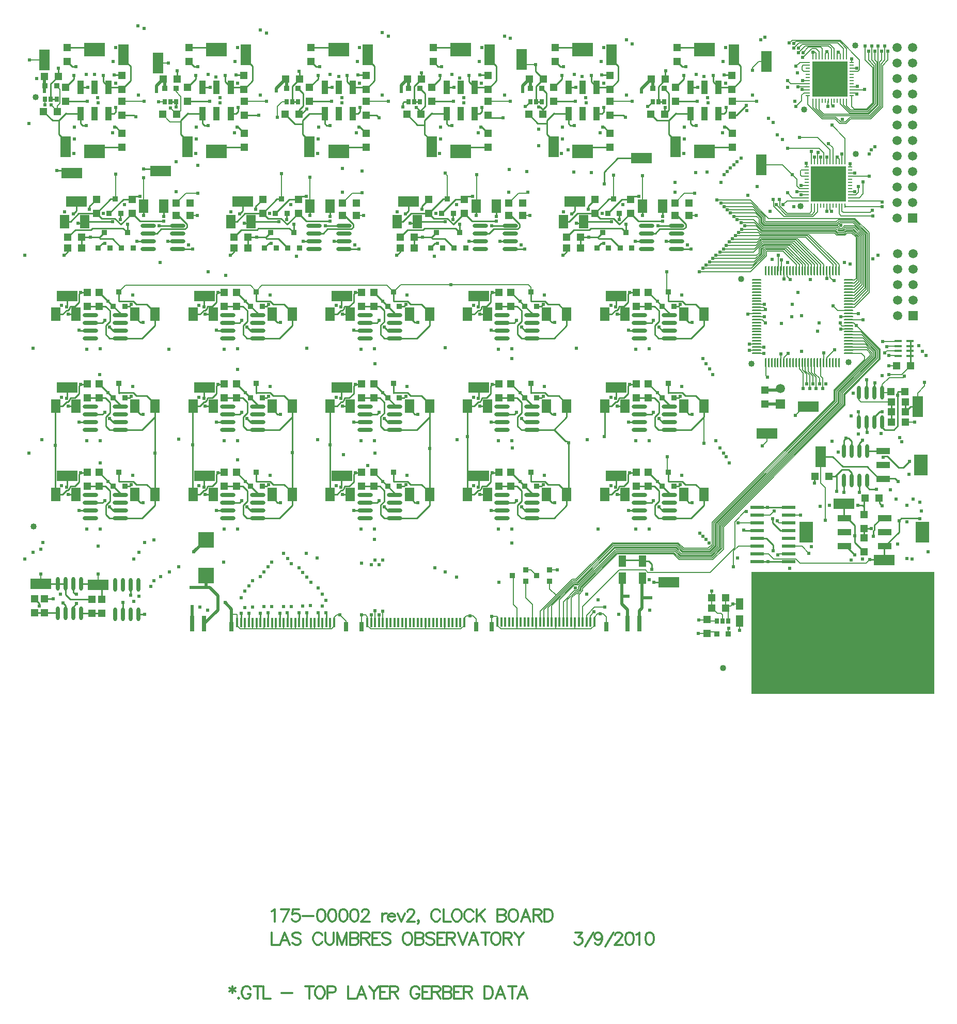
<source format=gtl>
%FSLAX23Y23*%
%MOIN*%
G70*
G01*
G75*
G04 Layer_Physical_Order=1*
G04 Layer_Color=255*
%ADD10R,0.050X0.050*%
%ADD11R,0.036X0.036*%
%ADD12R,0.028X0.036*%
%ADD13R,0.036X0.036*%
%ADD14R,0.087X0.024*%
%ADD15O,0.008X0.033*%
%ADD16O,0.033X0.008*%
%ADD17O,0.024X0.087*%
%ADD18R,0.135X0.070*%
%ADD19R,0.070X0.135*%
%ADD20R,0.045X0.017*%
%ADD21R,0.060X0.086*%
%ADD22R,0.035X0.037*%
%ADD23R,0.035X0.037*%
%ADD24R,0.050X0.050*%
%ADD25O,0.098X0.028*%
%ADD26R,0.138X0.085*%
%ADD27R,0.043X0.085*%
%ADD28R,0.043X0.085*%
%ADD29O,0.061X0.010*%
%ADD30O,0.010X0.061*%
%ADD31R,0.100X0.100*%
%ADD32R,0.048X0.078*%
%ADD33R,0.085X0.138*%
%ADD34R,0.085X0.043*%
%ADD35R,0.085X0.043*%
%ADD36R,0.030X0.100*%
%ADD37R,0.014X0.060*%
%ADD38R,0.031X0.060*%
%ADD39R,0.228X0.228*%
%ADD40C,0.040*%
%ADD41C,0.010*%
%ADD42C,0.005*%
%ADD43C,0.007*%
%ADD44C,0.020*%
%ADD45C,0.012*%
%ADD46R,1.181X0.787*%
%ADD47C,0.012*%
%ADD48C,0.012*%
%ADD49R,0.059X0.059*%
%ADD50C,0.059*%
%ADD51C,0.020*%
%ADD52C,0.026*%
%ADD53C,0.050*%
%ADD54C,0.236*%
%ADD55C,0.024*%
D10*
X27032Y17290D02*
D03*
X26942D02*
D03*
X25396Y19308D02*
D03*
X25486D02*
D03*
X24608D02*
D03*
X24698D02*
D03*
X23821D02*
D03*
X23911D02*
D03*
X23034D02*
D03*
X23124D02*
D03*
X22246D02*
D03*
X22336D02*
D03*
X21478Y19325D02*
D03*
X21568D02*
D03*
X25786Y15895D02*
D03*
X25876D02*
D03*
X25786Y15960D02*
D03*
X25876D02*
D03*
X23492Y18508D02*
D03*
X23402D02*
D03*
X22702Y18218D02*
D03*
X22792D02*
D03*
X25393Y19080D02*
D03*
X25483D02*
D03*
X24937Y18218D02*
D03*
X24847D02*
D03*
X25547Y18508D02*
D03*
X25637D02*
D03*
X24847Y18288D02*
D03*
X24937D02*
D03*
X25637Y18428D02*
D03*
X25547D02*
D03*
X23864Y18218D02*
D03*
X23774D02*
D03*
X24474Y18508D02*
D03*
X24564D02*
D03*
X23774Y18288D02*
D03*
X23864D02*
D03*
X24564Y18428D02*
D03*
X24474D02*
D03*
X24695Y19080D02*
D03*
X24605D02*
D03*
X23908D02*
D03*
X23818D02*
D03*
X23121D02*
D03*
X23031D02*
D03*
X22333D02*
D03*
X22243D02*
D03*
X21563Y19099D02*
D03*
X21473D02*
D03*
X22702Y18288D02*
D03*
X22792D02*
D03*
X23492Y18428D02*
D03*
X23402D02*
D03*
X21719Y18218D02*
D03*
X21629D02*
D03*
X22329Y18508D02*
D03*
X22419D02*
D03*
X21629Y18288D02*
D03*
X21719D02*
D03*
X22419Y18428D02*
D03*
X22329D02*
D03*
X26980Y17457D02*
D03*
X27070D02*
D03*
X26945Y17225D02*
D03*
X27035D02*
D03*
X26945Y17160D02*
D03*
X27035D02*
D03*
X27035Y17095D02*
D03*
X26945D02*
D03*
X26865Y16604D02*
D03*
X26775D02*
D03*
X26453Y16746D02*
D03*
X26543D02*
D03*
D11*
X25478Y19248D02*
D03*
X25404D02*
D03*
X24690D02*
D03*
X24616D02*
D03*
X23903D02*
D03*
X23829D02*
D03*
X23116D02*
D03*
X23042D02*
D03*
X22328D02*
D03*
X22254D02*
D03*
X21557Y19265D02*
D03*
X21483D02*
D03*
X25819Y15727D02*
D03*
X25893D02*
D03*
D12*
X25441Y19162D02*
D03*
X25478D02*
D03*
X25404D02*
D03*
X24653D02*
D03*
X24690D02*
D03*
X24616D02*
D03*
X23866D02*
D03*
X23903D02*
D03*
X23829D02*
D03*
X23079D02*
D03*
X23116D02*
D03*
X23042D02*
D03*
X22291D02*
D03*
X22328D02*
D03*
X22254D02*
D03*
X21520Y19179D02*
D03*
X21557D02*
D03*
X21483D02*
D03*
X25856Y15813D02*
D03*
X25819D02*
D03*
X25893D02*
D03*
D13*
X24740Y16067D02*
D03*
X24654Y16104D02*
D03*
X24740Y16141D02*
D03*
X24584Y16067D02*
D03*
X24498Y16104D02*
D03*
X24584Y16141D02*
D03*
D14*
X26077Y16545D02*
D03*
Y16495D02*
D03*
Y16445D02*
D03*
Y16395D02*
D03*
Y16345D02*
D03*
Y16295D02*
D03*
Y16245D02*
D03*
Y16195D02*
D03*
X26282Y16545D02*
D03*
Y16495D02*
D03*
Y16445D02*
D03*
Y16395D02*
D03*
Y16345D02*
D03*
Y16295D02*
D03*
Y16245D02*
D03*
Y16195D02*
D03*
D15*
X26616Y19167D02*
D03*
X26429Y18491D02*
D03*
X26449D02*
D03*
X26469D02*
D03*
X26489D02*
D03*
X26508D02*
D03*
X26528D02*
D03*
X26548D02*
D03*
X26567D02*
D03*
X26587D02*
D03*
X26607D02*
D03*
X26626D02*
D03*
X26646D02*
D03*
Y18772D02*
D03*
X26626D02*
D03*
X26607D02*
D03*
X26587D02*
D03*
X26567D02*
D03*
X26548D02*
D03*
X26528D02*
D03*
X26508D02*
D03*
X26489D02*
D03*
X26469D02*
D03*
X26449D02*
D03*
X26429D02*
D03*
X26438Y19167D02*
D03*
X26458D02*
D03*
X26478D02*
D03*
X26498D02*
D03*
X26517D02*
D03*
X26537D02*
D03*
X26557D02*
D03*
X26576D02*
D03*
X26596D02*
D03*
X26635D02*
D03*
X26655D02*
D03*
Y19449D02*
D03*
X26635D02*
D03*
X26616D02*
D03*
X26596D02*
D03*
X26576D02*
D03*
X26557D02*
D03*
X26537D02*
D03*
X26517D02*
D03*
X26498D02*
D03*
X26478D02*
D03*
X26458D02*
D03*
X26438D02*
D03*
D16*
X26406Y19200D02*
D03*
X26397Y18740D02*
D03*
Y18720D02*
D03*
Y18700D02*
D03*
Y18680D02*
D03*
Y18661D02*
D03*
Y18641D02*
D03*
Y18621D02*
D03*
Y18602D02*
D03*
Y18582D02*
D03*
Y18562D02*
D03*
Y18543D02*
D03*
Y18523D02*
D03*
X26679D02*
D03*
Y18543D02*
D03*
Y18562D02*
D03*
Y18582D02*
D03*
Y18602D02*
D03*
Y18621D02*
D03*
Y18641D02*
D03*
Y18661D02*
D03*
Y18680D02*
D03*
Y18700D02*
D03*
Y18720D02*
D03*
Y18740D02*
D03*
X26406Y19416D02*
D03*
Y19397D02*
D03*
Y19377D02*
D03*
Y19357D02*
D03*
Y19338D02*
D03*
Y19318D02*
D03*
Y19298D02*
D03*
Y19278D02*
D03*
Y19259D02*
D03*
Y19239D02*
D03*
Y19219D02*
D03*
X26688Y19200D02*
D03*
Y19219D02*
D03*
Y19239D02*
D03*
Y19259D02*
D03*
Y19278D02*
D03*
Y19298D02*
D03*
Y19318D02*
D03*
Y19338D02*
D03*
Y19357D02*
D03*
Y19377D02*
D03*
Y19397D02*
D03*
Y19416D02*
D03*
D17*
X21715Y16050D02*
D03*
X21665D02*
D03*
X21615D02*
D03*
X21565D02*
D03*
X21715Y15861D02*
D03*
X21665D02*
D03*
X21615D02*
D03*
X21565D02*
D03*
X26788Y16907D02*
D03*
X26738D02*
D03*
X26688D02*
D03*
X26638D02*
D03*
X26788Y16718D02*
D03*
X26738D02*
D03*
X26688D02*
D03*
X26638D02*
D03*
X26885Y17284D02*
D03*
X26835D02*
D03*
X26785D02*
D03*
X26735D02*
D03*
X26885Y17095D02*
D03*
X26835D02*
D03*
X26785D02*
D03*
X26735D02*
D03*
X22085Y16045D02*
D03*
X22035D02*
D03*
X21985D02*
D03*
X21935D02*
D03*
X22085Y15856D02*
D03*
X22035D02*
D03*
X21985D02*
D03*
X21935D02*
D03*
D18*
X22228Y18716D02*
D03*
X25510Y16062D02*
D03*
X26407Y17196D02*
D03*
X26142Y17021D02*
D03*
X25333Y18798D02*
D03*
X21655Y18703D02*
D03*
X25169Y17908D02*
D03*
X22511D02*
D03*
X21825Y16045D02*
D03*
X21455Y16050D02*
D03*
X26898Y16204D02*
D03*
X26638Y16569D02*
D03*
X21684Y18518D02*
D03*
X22757D02*
D03*
X21626Y17908D02*
D03*
X23397D02*
D03*
X24283D02*
D03*
X23829Y18518D02*
D03*
X24902D02*
D03*
X21626Y17317D02*
D03*
X24283D02*
D03*
X25169D02*
D03*
X21626Y16747D02*
D03*
X22511D02*
D03*
X25169D02*
D03*
X22511Y17317D02*
D03*
X23397Y17317D02*
D03*
Y16747D02*
D03*
X24283D02*
D03*
D19*
X21480Y19433D02*
D03*
X26137Y19422D02*
D03*
X24559Y19434D02*
D03*
X22212Y19411D02*
D03*
X26105Y18755D02*
D03*
X26488Y16873D02*
D03*
X27115Y17195D02*
D03*
X21616Y18873D02*
D03*
X22403D02*
D03*
X23190D02*
D03*
X23978D02*
D03*
X24765D02*
D03*
X25553D02*
D03*
X25927Y19465D02*
D03*
X25139D02*
D03*
X23564D02*
D03*
X21990D02*
D03*
X22777D02*
D03*
X24352D02*
D03*
D20*
X26989Y17617D02*
D03*
Y17586D02*
D03*
Y17554D02*
D03*
Y17523D02*
D03*
X27066D02*
D03*
Y17554D02*
D03*
Y17586D02*
D03*
Y17617D02*
D03*
D21*
X22682Y18388D02*
D03*
X22812D02*
D03*
X23192Y18488D02*
D03*
X23322D02*
D03*
X25224Y17790D02*
D03*
X25094D02*
D03*
X25606D02*
D03*
X25736D02*
D03*
X22567D02*
D03*
X22437D02*
D03*
X22948D02*
D03*
X23078D02*
D03*
X25467Y18488D02*
D03*
X25337D02*
D03*
X24957Y18388D02*
D03*
X24827D02*
D03*
X24394Y18488D02*
D03*
X24264D02*
D03*
X23884Y18388D02*
D03*
X23754D02*
D03*
X24338Y17790D02*
D03*
X24208D02*
D03*
X24720D02*
D03*
X24850D02*
D03*
X23452D02*
D03*
X23322D02*
D03*
X23834D02*
D03*
X23964D02*
D03*
X21681D02*
D03*
X21551D02*
D03*
X22063D02*
D03*
X22193D02*
D03*
X22249Y18488D02*
D03*
X22119D02*
D03*
X21739Y18388D02*
D03*
X21609D02*
D03*
X22193Y17199D02*
D03*
X22063D02*
D03*
X21551D02*
D03*
X21681D02*
D03*
X24850D02*
D03*
X24720D02*
D03*
X24208D02*
D03*
X24338D02*
D03*
X25736D02*
D03*
X25606D02*
D03*
X25094D02*
D03*
X25224D02*
D03*
X22193Y16628D02*
D03*
X22063D02*
D03*
X21551D02*
D03*
X21681D02*
D03*
X23078D02*
D03*
X22948D02*
D03*
X22437D02*
D03*
X22567D02*
D03*
X25736Y16628D02*
D03*
X25606D02*
D03*
X25094D02*
D03*
X25224D02*
D03*
X23078Y17199D02*
D03*
X22948D02*
D03*
X22437D02*
D03*
X22567D02*
D03*
X23964Y17199D02*
D03*
X23834D02*
D03*
X23322D02*
D03*
X23452D02*
D03*
X23964Y16628D02*
D03*
X23834D02*
D03*
X23322D02*
D03*
X23452D02*
D03*
X24850D02*
D03*
X24720D02*
D03*
X24208D02*
D03*
X24338D02*
D03*
D22*
X25504Y17935D02*
D03*
X25466Y17842D02*
D03*
X22846Y17935D02*
D03*
X22809Y17842D02*
D03*
X25152Y18534D02*
D03*
X25115Y18442D02*
D03*
X25045Y18219D02*
D03*
X25082Y18317D02*
D03*
X25195Y18219D02*
D03*
X25232Y18317D02*
D03*
X24079Y18534D02*
D03*
X24042Y18442D02*
D03*
X23972Y18219D02*
D03*
X24009Y18317D02*
D03*
X24122Y18219D02*
D03*
X24159Y18317D02*
D03*
X24618Y17935D02*
D03*
X24580Y17842D02*
D03*
X23732Y17935D02*
D03*
X23695Y17842D02*
D03*
X21960Y17935D02*
D03*
X21923Y17842D02*
D03*
X23007Y18534D02*
D03*
X22969Y18442D02*
D03*
X22899Y18219D02*
D03*
X22937Y18317D02*
D03*
X23049Y18219D02*
D03*
X23087Y18317D02*
D03*
X21934Y18534D02*
D03*
X21896Y18442D02*
D03*
X21826Y18219D02*
D03*
X21864Y18317D02*
D03*
X21976Y18219D02*
D03*
X22014Y18317D02*
D03*
X21923Y17252D02*
D03*
X21960Y17344D02*
D03*
X24580Y17252D02*
D03*
X24618Y17344D02*
D03*
X25466Y17252D02*
D03*
X25504Y17344D02*
D03*
X21923Y16681D02*
D03*
X21960Y16773D02*
D03*
X22809Y16681D02*
D03*
X22846Y16773D02*
D03*
X25466Y16681D02*
D03*
X25504Y16773D02*
D03*
X22809Y17252D02*
D03*
X22846Y17344D02*
D03*
X23695Y17252D02*
D03*
X23732Y17344D02*
D03*
X23695Y16681D02*
D03*
X23732Y16773D02*
D03*
X24580Y16681D02*
D03*
X24618Y16773D02*
D03*
D23*
X25541Y17842D02*
D03*
X22884D02*
D03*
X25190Y18442D02*
D03*
X25120Y18219D02*
D03*
X25270D02*
D03*
X24117Y18442D02*
D03*
X24047Y18219D02*
D03*
X24197D02*
D03*
X24655Y17842D02*
D03*
X23769D02*
D03*
X21998D02*
D03*
X23044Y18442D02*
D03*
X22974Y18219D02*
D03*
X23124D02*
D03*
X21971Y18442D02*
D03*
X21901Y18219D02*
D03*
X22051D02*
D03*
X21998Y17252D02*
D03*
X24655D02*
D03*
X25541D02*
D03*
X21998Y16681D02*
D03*
X22884D02*
D03*
X25541D02*
D03*
X22884Y17252D02*
D03*
X23769Y17252D02*
D03*
X23769Y16681D02*
D03*
X24655D02*
D03*
D24*
X25297Y17843D02*
D03*
Y17933D02*
D03*
X25376Y17843D02*
D03*
Y17933D02*
D03*
X22639Y17843D02*
D03*
Y17933D02*
D03*
X22718Y17843D02*
D03*
Y17933D02*
D03*
X25917Y18869D02*
D03*
Y18959D02*
D03*
X25032Y18443D02*
D03*
Y18533D02*
D03*
X25262Y18443D02*
D03*
Y18533D02*
D03*
X23959Y18443D02*
D03*
Y18533D02*
D03*
X24189Y18443D02*
D03*
Y18533D02*
D03*
X24411Y17843D02*
D03*
Y17933D02*
D03*
X24490Y17843D02*
D03*
Y17933D02*
D03*
X23525Y17843D02*
D03*
Y17933D02*
D03*
X23604Y17843D02*
D03*
Y17933D02*
D03*
X25562Y19510D02*
D03*
Y19420D02*
D03*
X25553Y19164D02*
D03*
Y19254D02*
D03*
X25916Y19330D02*
D03*
Y19240D02*
D03*
X25917Y19075D02*
D03*
Y19165D02*
D03*
X24775Y19510D02*
D03*
Y19420D02*
D03*
X24765Y19164D02*
D03*
Y19254D02*
D03*
X25128Y19330D02*
D03*
Y19240D02*
D03*
X25129Y19075D02*
D03*
Y19165D02*
D03*
Y18959D02*
D03*
Y18869D02*
D03*
X23988Y19510D02*
D03*
Y19420D02*
D03*
X23978Y19164D02*
D03*
Y19254D02*
D03*
X24341Y19330D02*
D03*
Y19240D02*
D03*
X24342Y19075D02*
D03*
Y19165D02*
D03*
Y18959D02*
D03*
Y18869D02*
D03*
X23200Y19510D02*
D03*
Y19420D02*
D03*
X23190Y19164D02*
D03*
Y19254D02*
D03*
X23554Y19330D02*
D03*
Y19240D02*
D03*
X23555Y19075D02*
D03*
Y19165D02*
D03*
Y18959D02*
D03*
Y18869D02*
D03*
X22413Y19510D02*
D03*
Y19420D02*
D03*
X22403Y19164D02*
D03*
Y19254D02*
D03*
X22766Y19330D02*
D03*
Y19240D02*
D03*
X22767Y19075D02*
D03*
Y19165D02*
D03*
Y18959D02*
D03*
Y18869D02*
D03*
X21625Y19510D02*
D03*
Y19420D02*
D03*
X21616Y19164D02*
D03*
Y19254D02*
D03*
X21979Y19330D02*
D03*
Y19240D02*
D03*
X21980Y19075D02*
D03*
Y19165D02*
D03*
Y18959D02*
D03*
Y18869D02*
D03*
X21754Y17843D02*
D03*
Y17933D02*
D03*
X21832Y17843D02*
D03*
Y17933D02*
D03*
X22887Y18443D02*
D03*
Y18533D02*
D03*
X23117Y18443D02*
D03*
Y18533D02*
D03*
X21814Y18443D02*
D03*
Y18533D02*
D03*
X22044Y18443D02*
D03*
Y18533D02*
D03*
X26127Y17212D02*
D03*
Y17302D02*
D03*
X25756Y15820D02*
D03*
Y15730D02*
D03*
X26768Y16349D02*
D03*
Y16259D02*
D03*
Y16499D02*
D03*
Y16409D02*
D03*
X21850Y15860D02*
D03*
Y15950D02*
D03*
X21785Y15950D02*
D03*
Y15860D02*
D03*
X21480Y15865D02*
D03*
Y15955D02*
D03*
X21415D02*
D03*
Y15865D02*
D03*
X21832Y17343D02*
D03*
Y17253D02*
D03*
X21754Y17343D02*
D03*
Y17253D02*
D03*
X24490Y17343D02*
D03*
Y17253D02*
D03*
X24411Y17343D02*
D03*
Y17253D02*
D03*
X25376Y17343D02*
D03*
Y17253D02*
D03*
X25297Y17343D02*
D03*
Y17253D02*
D03*
X21832Y16772D02*
D03*
Y16682D02*
D03*
X21754Y16772D02*
D03*
Y16682D02*
D03*
X22718Y16772D02*
D03*
Y16682D02*
D03*
X22639Y16772D02*
D03*
Y16682D02*
D03*
X25376Y16772D02*
D03*
Y16682D02*
D03*
X25297Y16772D02*
D03*
Y16682D02*
D03*
X22718Y17343D02*
D03*
Y17253D02*
D03*
X22639Y17343D02*
D03*
Y17253D02*
D03*
X23604Y17343D02*
D03*
Y17253D02*
D03*
X23525Y17343D02*
D03*
Y17253D02*
D03*
X23604Y16772D02*
D03*
Y16682D02*
D03*
X23525Y16772D02*
D03*
Y16682D02*
D03*
X24490Y16772D02*
D03*
Y16682D02*
D03*
X24411Y16772D02*
D03*
Y16682D02*
D03*
D25*
X25511Y17636D02*
D03*
Y17686D02*
D03*
Y17736D02*
D03*
Y17786D02*
D03*
X25319Y17636D02*
D03*
Y17686D02*
D03*
Y17736D02*
D03*
Y17786D02*
D03*
X22854Y17636D02*
D03*
Y17686D02*
D03*
Y17736D02*
D03*
Y17786D02*
D03*
X22661Y17636D02*
D03*
Y17686D02*
D03*
Y17736D02*
D03*
Y17786D02*
D03*
X25559Y18213D02*
D03*
Y18263D02*
D03*
Y18313D02*
D03*
Y18363D02*
D03*
X25366Y18213D02*
D03*
Y18263D02*
D03*
Y18313D02*
D03*
Y18363D02*
D03*
X24486Y18213D02*
D03*
Y18263D02*
D03*
Y18313D02*
D03*
Y18363D02*
D03*
X24293Y18213D02*
D03*
Y18263D02*
D03*
Y18313D02*
D03*
Y18363D02*
D03*
X24626Y17636D02*
D03*
Y17686D02*
D03*
Y17736D02*
D03*
Y17786D02*
D03*
X24433Y17636D02*
D03*
Y17686D02*
D03*
Y17736D02*
D03*
Y17786D02*
D03*
X23740Y17636D02*
D03*
Y17686D02*
D03*
Y17736D02*
D03*
Y17786D02*
D03*
X23547Y17636D02*
D03*
Y17686D02*
D03*
Y17736D02*
D03*
Y17786D02*
D03*
X21968Y17636D02*
D03*
Y17686D02*
D03*
Y17736D02*
D03*
Y17786D02*
D03*
X21775Y17636D02*
D03*
Y17686D02*
D03*
Y17736D02*
D03*
Y17786D02*
D03*
X23413Y18213D02*
D03*
Y18263D02*
D03*
Y18313D02*
D03*
Y18363D02*
D03*
X23220Y18213D02*
D03*
Y18263D02*
D03*
Y18313D02*
D03*
Y18363D02*
D03*
X22340Y18213D02*
D03*
Y18263D02*
D03*
Y18313D02*
D03*
Y18363D02*
D03*
X22147Y18213D02*
D03*
Y18263D02*
D03*
Y18313D02*
D03*
Y18363D02*
D03*
X21775Y17196D02*
D03*
Y17146D02*
D03*
Y17096D02*
D03*
Y17046D02*
D03*
X21968Y17196D02*
D03*
Y17146D02*
D03*
Y17096D02*
D03*
Y17046D02*
D03*
X24433Y17196D02*
D03*
Y17146D02*
D03*
Y17096D02*
D03*
Y17046D02*
D03*
X24626Y17196D02*
D03*
Y17146D02*
D03*
Y17096D02*
D03*
Y17046D02*
D03*
X25319Y17196D02*
D03*
Y17146D02*
D03*
Y17096D02*
D03*
Y17046D02*
D03*
X25511Y17196D02*
D03*
Y17146D02*
D03*
Y17096D02*
D03*
Y17046D02*
D03*
X21775Y16625D02*
D03*
Y16575D02*
D03*
Y16525D02*
D03*
Y16475D02*
D03*
X21968Y16625D02*
D03*
Y16575D02*
D03*
Y16525D02*
D03*
Y16475D02*
D03*
X22661Y16625D02*
D03*
Y16575D02*
D03*
Y16525D02*
D03*
Y16475D02*
D03*
X22854Y16625D02*
D03*
Y16575D02*
D03*
Y16525D02*
D03*
Y16475D02*
D03*
X25319Y16625D02*
D03*
Y16575D02*
D03*
Y16525D02*
D03*
Y16475D02*
D03*
X25511Y16625D02*
D03*
Y16575D02*
D03*
Y16525D02*
D03*
Y16475D02*
D03*
X22661Y17196D02*
D03*
Y17146D02*
D03*
Y17096D02*
D03*
Y17046D02*
D03*
X22854Y17196D02*
D03*
Y17146D02*
D03*
Y17096D02*
D03*
Y17046D02*
D03*
X23547Y17196D02*
D03*
Y17146D02*
D03*
Y17096D02*
D03*
Y17046D02*
D03*
X23740Y17196D02*
D03*
Y17146D02*
D03*
Y17096D02*
D03*
Y17046D02*
D03*
X23547Y16625D02*
D03*
Y16575D02*
D03*
Y16525D02*
D03*
Y16475D02*
D03*
X23740Y16625D02*
D03*
Y16575D02*
D03*
Y16525D02*
D03*
Y16475D02*
D03*
X24433Y16625D02*
D03*
Y16575D02*
D03*
Y16525D02*
D03*
Y16475D02*
D03*
X24626Y16625D02*
D03*
Y16575D02*
D03*
Y16525D02*
D03*
Y16475D02*
D03*
D26*
X25740Y18841D02*
D03*
X24952Y19498D02*
D03*
Y18841D02*
D03*
X24165Y19498D02*
D03*
Y18841D02*
D03*
X23377Y19498D02*
D03*
Y18841D02*
D03*
X22590Y19498D02*
D03*
Y18841D02*
D03*
X21803Y19498D02*
D03*
Y18841D02*
D03*
X25740Y19498D02*
D03*
D27*
X25649Y19085D02*
D03*
X25830D02*
D03*
X25043Y19254D02*
D03*
X24862D02*
D03*
Y19085D02*
D03*
X25043D02*
D03*
X24255Y19254D02*
D03*
X24074D02*
D03*
Y19085D02*
D03*
X24255D02*
D03*
X23468Y19254D02*
D03*
X23287D02*
D03*
Y19085D02*
D03*
X23468D02*
D03*
X22681Y19254D02*
D03*
X22499D02*
D03*
Y19085D02*
D03*
X22681D02*
D03*
X21893Y19254D02*
D03*
X21712D02*
D03*
Y19085D02*
D03*
X21893D02*
D03*
X25649Y19254D02*
D03*
X25830D02*
D03*
D28*
X25740Y19085D02*
D03*
X24952Y19254D02*
D03*
Y19085D02*
D03*
X24165Y19254D02*
D03*
Y19085D02*
D03*
X23377Y19254D02*
D03*
Y19085D02*
D03*
X22590Y19254D02*
D03*
Y19085D02*
D03*
X21803Y19254D02*
D03*
Y19085D02*
D03*
X25740Y19254D02*
D03*
D29*
X26074Y18011D02*
D03*
Y17992D02*
D03*
Y17972D02*
D03*
Y17952D02*
D03*
Y17933D02*
D03*
Y17913D02*
D03*
Y17893D02*
D03*
Y17874D02*
D03*
Y17854D02*
D03*
Y17834D02*
D03*
Y17815D02*
D03*
Y17795D02*
D03*
Y17775D02*
D03*
Y17755D02*
D03*
Y17736D02*
D03*
Y17716D02*
D03*
Y17696D02*
D03*
Y17677D02*
D03*
Y17657D02*
D03*
Y17637D02*
D03*
Y17618D02*
D03*
Y17598D02*
D03*
Y17578D02*
D03*
Y17559D02*
D03*
Y17539D02*
D03*
X26667D02*
D03*
Y17559D02*
D03*
Y17578D02*
D03*
Y17598D02*
D03*
Y17618D02*
D03*
Y17637D02*
D03*
Y17657D02*
D03*
Y17677D02*
D03*
Y17696D02*
D03*
Y17716D02*
D03*
Y17736D02*
D03*
Y17755D02*
D03*
Y17775D02*
D03*
Y17795D02*
D03*
Y17815D02*
D03*
Y17834D02*
D03*
Y17854D02*
D03*
Y17874D02*
D03*
Y17893D02*
D03*
Y17913D02*
D03*
Y17933D02*
D03*
Y17952D02*
D03*
Y17972D02*
D03*
Y17992D02*
D03*
Y18011D02*
D03*
D30*
X26134Y17479D02*
D03*
X26154D02*
D03*
X26174D02*
D03*
X26194D02*
D03*
X26213D02*
D03*
X26233D02*
D03*
X26253D02*
D03*
X26272D02*
D03*
X26292D02*
D03*
X26312D02*
D03*
X26331D02*
D03*
X26351D02*
D03*
X26371D02*
D03*
X26390D02*
D03*
X26410D02*
D03*
X26430D02*
D03*
X26449D02*
D03*
X26469D02*
D03*
X26489D02*
D03*
X26508D02*
D03*
X26528D02*
D03*
X26548D02*
D03*
X26568D02*
D03*
X26587D02*
D03*
X26607D02*
D03*
Y18071D02*
D03*
X26587D02*
D03*
X26568D02*
D03*
X26548D02*
D03*
X26528D02*
D03*
X26508D02*
D03*
X26489D02*
D03*
X26469D02*
D03*
X26449D02*
D03*
X26430D02*
D03*
X26410D02*
D03*
X26390D02*
D03*
X26371D02*
D03*
X26351D02*
D03*
X26331D02*
D03*
X26312D02*
D03*
X26292D02*
D03*
X26272D02*
D03*
X26253D02*
D03*
X26233D02*
D03*
X26213D02*
D03*
X26194D02*
D03*
X26174D02*
D03*
X26154D02*
D03*
X26134D02*
D03*
D31*
X22521Y16106D02*
D03*
Y16336D02*
D03*
D32*
X25209Y16199D02*
D03*
Y16089D02*
D03*
X25337Y16199D02*
D03*
Y16089D02*
D03*
X25966Y15810D02*
D03*
Y15920D02*
D03*
D33*
X27146Y16384D02*
D03*
X27135Y16817D02*
D03*
X26396Y16384D02*
D03*
D34*
X26901Y16294D02*
D03*
Y16475D02*
D03*
X26891Y16727D02*
D03*
Y16908D02*
D03*
X26641Y16294D02*
D03*
Y16475D02*
D03*
D35*
X26901Y16384D02*
D03*
X26891Y16817D02*
D03*
X26641Y16384D02*
D03*
D36*
X25320Y15794D02*
D03*
X25241D02*
D03*
X22510Y15794D02*
D03*
X22431D02*
D03*
D37*
X22722Y15803D02*
D03*
X22747D02*
D03*
X22772D02*
D03*
X22797D02*
D03*
X22822D02*
D03*
X22847D02*
D03*
X22872D02*
D03*
X22897D02*
D03*
X22922D02*
D03*
X22947D02*
D03*
X22972D02*
D03*
X22997D02*
D03*
X23022D02*
D03*
X23047D02*
D03*
X23072D02*
D03*
X23097D02*
D03*
X23122D02*
D03*
X23147D02*
D03*
X23172D02*
D03*
X23197D02*
D03*
X23222D02*
D03*
X23247D02*
D03*
X23272D02*
D03*
X23297D02*
D03*
X23322D02*
D03*
X23347D02*
D03*
X23562D02*
D03*
X23587D02*
D03*
X23612D02*
D03*
X23637D02*
D03*
X23662D02*
D03*
X23687D02*
D03*
X23712D02*
D03*
X23737D02*
D03*
X23762D02*
D03*
X23787D02*
D03*
X23812D02*
D03*
X23837D02*
D03*
X23862D02*
D03*
X23887D02*
D03*
X23912D02*
D03*
X23937D02*
D03*
X23962D02*
D03*
X23987D02*
D03*
X24012D02*
D03*
X24037D02*
D03*
X24062D02*
D03*
X24087D02*
D03*
X24112D02*
D03*
X24137D02*
D03*
X24162D02*
D03*
X24187D02*
D03*
X24403Y15804D02*
D03*
X24428D02*
D03*
X24453D02*
D03*
X24478D02*
D03*
X24503D02*
D03*
X24528D02*
D03*
X24553D02*
D03*
X24578D02*
D03*
X24603D02*
D03*
X24628D02*
D03*
X24653D02*
D03*
X24678D02*
D03*
X24703D02*
D03*
X24728D02*
D03*
X24753D02*
D03*
X24778D02*
D03*
X24803D02*
D03*
X24828D02*
D03*
X24853D02*
D03*
X24878D02*
D03*
X24903D02*
D03*
X24928D02*
D03*
X24953D02*
D03*
X24978D02*
D03*
X25003D02*
D03*
X25028D02*
D03*
D38*
X25105Y15776D02*
D03*
X24365D02*
D03*
X24265D02*
D03*
X23525D02*
D03*
X23425D02*
D03*
X22685D02*
D03*
D39*
X26538Y18631D02*
D03*
X26547Y19308D02*
D03*
D40*
X21423Y19190D02*
D03*
X21409Y16420D02*
D03*
X25857Y15508D02*
D03*
X26668Y17483D02*
D03*
X26043Y17471D02*
D03*
X25975Y18017D02*
D03*
X26715Y18825D02*
D03*
X26358Y18487D02*
D03*
X26713Y19524D02*
D03*
X26381Y19110D02*
D03*
D41*
X25991Y16397D02*
X25993Y16395D01*
X26077D01*
X26835Y17127D02*
X26870Y17162D01*
X26886D01*
X26835Y17095D02*
Y17127D01*
X26989Y17290D02*
X27032D01*
X26986Y17287D02*
X26989Y17290D01*
X26986Y17268D02*
Y17287D01*
X27028Y17286D02*
X27032Y17290D01*
X26961Y17046D02*
X26986Y17071D01*
Y17268D01*
X26901Y17046D02*
X26961D01*
X26885Y17062D02*
X26901Y17046D01*
X26885Y17062D02*
Y17095D01*
X26785Y17369D02*
X26785Y17369D01*
Y17284D02*
Y17369D01*
X24679Y19127D02*
X24695Y19110D01*
X24667Y19127D02*
X24679D01*
X24615Y19162D02*
X24616D01*
X24583Y19130D02*
X24615Y19162D01*
X24690Y19248D02*
X24719Y19219D01*
Y19134D02*
Y19219D01*
X24695Y19110D02*
X24719Y19134D01*
X24695Y19080D02*
Y19110D01*
X24721Y19023D02*
Y19041D01*
Y18952D02*
Y19023D01*
X24662D02*
X24721D01*
X24605Y19080D02*
X24662Y19023D01*
X24647Y19359D02*
Y19400D01*
Y19359D02*
X24698Y19308D01*
X24653Y19263D02*
X24698Y19308D01*
X24653Y19162D02*
Y19263D01*
Y19162D02*
X24690D01*
X23880Y19125D02*
X23908Y19097D01*
Y19080D02*
Y19097D01*
X23800Y19162D02*
X23829D01*
X23791Y19153D02*
X23800Y19162D01*
X23791Y19129D02*
Y19153D01*
X23933Y19012D02*
Y19041D01*
Y18952D02*
Y19012D01*
X23886D02*
X23933D01*
X23818Y19080D02*
X23886Y19012D01*
X23903Y19248D02*
X23935Y19215D01*
Y19134D02*
Y19215D01*
X23908Y19106D02*
X23935Y19134D01*
X23911Y19348D02*
X23911Y19349D01*
X23911Y19308D02*
Y19348D01*
X23866Y19263D02*
X23911Y19308D01*
X23866Y19162D02*
Y19263D01*
Y19162D02*
X23903D01*
X23122Y19358D02*
X23124Y19356D01*
Y19308D02*
Y19356D01*
X23079Y19263D02*
X23124Y19308D01*
X23079Y19162D02*
Y19263D01*
Y19162D02*
X23116D01*
X23121Y19080D02*
X23136D01*
X23172Y19116D01*
X23146Y19041D02*
X23190Y19085D01*
X23287D01*
X23031Y19080D02*
X23094Y19017D01*
X23146D01*
Y19041D01*
Y18952D02*
Y19017D01*
X23116Y19248D02*
X23147Y19216D01*
Y19136D02*
Y19216D01*
X23121Y19109D02*
X23147Y19136D01*
X23121Y19080D02*
Y19109D01*
X23405Y18869D02*
X23555D01*
X23508Y18997D02*
X23516D01*
X23555Y18959D01*
X23146Y18952D02*
X23190Y18908D01*
X23543Y19254D02*
X23555Y19243D01*
X23609Y19297D01*
X23468Y19254D02*
X23543D01*
X23609Y19297D02*
Y19390D01*
X23564Y19434D02*
X23609Y19390D01*
X23552Y19335D02*
X23555Y19333D01*
X23501Y19335D02*
X23552D01*
X23200Y19420D02*
X23233Y19387D01*
X23254D01*
X23255Y19388D01*
X23200Y19510D02*
X23366D01*
X23555Y19075D02*
X23621D01*
X23639Y19058D01*
X23190Y19254D02*
X23244Y19307D01*
Y19333D01*
X23190Y19155D02*
Y19164D01*
X23330D02*
X23331Y19165D01*
X23190Y19164D02*
X23330D01*
X23190D02*
X23197Y19171D01*
X23190Y19164D02*
X23193Y19167D01*
X23468Y19085D02*
X23503D01*
X23514Y19097D01*
Y19124D01*
X23299Y19009D02*
X23322D01*
X23287Y19021D02*
X23299Y19009D01*
X23287Y19021D02*
Y19085D01*
Y19254D02*
X23334D01*
X23432Y19290D02*
Y19330D01*
Y19290D02*
X23468Y19254D01*
X23564Y19434D02*
Y19465D01*
X23190Y18874D02*
Y18908D01*
X22359Y19033D02*
Y19041D01*
Y18952D02*
Y19033D01*
X22291Y19162D02*
X22328D01*
X21520Y19277D02*
X21568Y19325D01*
X21520Y19179D02*
Y19277D01*
Y19179D02*
X21557D01*
X22328Y19128D02*
Y19162D01*
X22336Y19308D02*
Y19361D01*
X22618Y18869D02*
X22767D01*
X22721Y18997D02*
X22728D01*
X22767Y18959D01*
X22359Y18952D02*
X22403Y18908D01*
X22406Y19085D02*
X22499D01*
X22359Y19041D02*
X22404Y19087D01*
X22767Y19243D02*
X22821Y19297D01*
X22756Y19254D02*
X22767Y19243D01*
X22681Y19254D02*
X22756D01*
X22821Y19297D02*
Y19390D01*
X22777Y19434D02*
X22821Y19390D01*
X22714Y19335D02*
X22765D01*
X22767Y19333D01*
X22446Y19387D02*
X22467D01*
X22468Y19388D01*
X22413Y19420D02*
X22446Y19387D01*
X22413Y19510D02*
X22578D01*
X22767Y19075D02*
X22769Y19074D01*
X22861D01*
X22403Y19254D02*
X22456Y19307D01*
Y19333D01*
X22403Y19164D02*
X22543D01*
X22403Y19155D02*
Y19164D01*
X22410Y19171D01*
X22403Y19164D02*
X22406Y19167D01*
X22543Y19164D02*
X22544Y19165D01*
X22681Y19085D02*
X22715D01*
X22727Y19097D01*
Y19124D01*
X22499Y19021D02*
X22511Y19009D01*
X22535D01*
X22499Y19021D02*
Y19085D01*
Y19254D02*
X22547D01*
X22645Y19290D02*
Y19330D01*
Y19290D02*
X22681Y19254D01*
X22777Y19434D02*
Y19465D01*
X22403Y18874D02*
Y18908D01*
X21531Y19041D02*
X21571D01*
X21473Y19099D02*
X21531Y19041D01*
X21568Y19325D02*
Y19378D01*
X25410Y16588D02*
X25410D01*
X25397Y16575D02*
X25410Y16588D01*
X25319Y16575D02*
X25397D01*
X25247Y16525D02*
X25319D01*
X25247Y16525D02*
X25247Y16525D01*
X25511Y16625D02*
Y16635D01*
X25466Y16525D02*
X25511D01*
X25444Y16547D02*
X25466Y16525D01*
X25466Y16681D02*
X25511Y16635D01*
X25168Y16746D02*
X25169Y16747D01*
X25164Y16676D02*
X25168D01*
X25168Y16676D01*
Y16746D01*
X25504Y16712D02*
Y16773D01*
X25505Y16713D02*
X25594D01*
X25614Y16693D02*
X25683D01*
X25594Y16713D02*
X25614Y16693D01*
X25504Y16712D02*
X25505Y16713D01*
X25683Y16693D02*
X25736Y16640D01*
Y16558D02*
Y16640D01*
X25653Y16475D02*
X25736Y16558D01*
X25442Y16475D02*
X25653D01*
X25640Y16575D02*
X25659D01*
X25606Y16610D02*
Y16628D01*
Y16610D02*
X25640Y16575D01*
X25092Y16630D02*
X25094Y16628D01*
X25174D02*
X25224D01*
X25293Y16768D02*
X25297Y16772D01*
X25256Y16768D02*
X25256Y16768D01*
X25245Y16758D02*
X25256Y16768D01*
X25245Y16708D02*
Y16758D01*
X25571Y16681D02*
X25582Y16692D01*
X25541Y16681D02*
X25571D01*
X25218Y16680D02*
X25245Y16708D01*
X25190Y16680D02*
X25218D01*
X25185Y16675D02*
X25190Y16680D01*
X25185Y16667D02*
Y16675D01*
X25173Y16655D02*
X25185Y16667D01*
X25165Y16655D02*
X25173D01*
X25138Y16628D02*
X25165Y16655D01*
X25094Y16628D02*
X25138D01*
X25434Y16713D02*
X25466Y16681D01*
X25376Y16771D02*
X25434Y16713D01*
X25376Y16771D02*
Y16772D01*
X25445Y16584D02*
Y16653D01*
X25416Y16682D02*
X25445Y16653D01*
X25419Y16558D02*
X25445Y16584D01*
X25297Y16682D02*
X25376D01*
X25416D01*
X25419Y16499D02*
X25442Y16475D01*
X25419Y16499D02*
Y16558D01*
X24524Y16588D02*
X24524D01*
X24511Y16575D02*
X24524Y16588D01*
X24433Y16575D02*
X24511D01*
X24361Y16525D02*
X24433D01*
X24361Y16525D02*
X24361Y16525D01*
X24626Y16625D02*
Y16635D01*
X24580Y16525D02*
X24626D01*
X24558Y16547D02*
X24580Y16525D01*
X24580Y16681D02*
X24626Y16635D01*
X24282Y16746D02*
X24283Y16747D01*
X24278Y16676D02*
X24282D01*
X24282Y16676D01*
Y16746D01*
X24618Y16712D02*
Y16773D01*
X24619Y16713D02*
X24708D01*
X24728Y16693D02*
X24797D01*
X24708Y16713D02*
X24728Y16693D01*
X24618Y16712D02*
X24619Y16713D01*
X24797Y16693D02*
X24850Y16640D01*
Y16628D02*
Y16640D01*
Y16558D02*
Y16628D01*
X24767Y16475D02*
X24850Y16558D01*
X24626Y16475D02*
X24767D01*
X24755Y16575D02*
X24773D01*
X24720Y16610D02*
Y16628D01*
Y16610D02*
X24755Y16575D01*
X24207Y16630D02*
X24208Y16628D01*
X24288D02*
X24338D01*
X24407Y16768D02*
X24411Y16772D01*
X24370Y16768D02*
X24407D01*
X24370D02*
X24370Y16768D01*
X24360Y16758D02*
X24370Y16768D01*
X24360Y16708D02*
Y16758D01*
X24685Y16681D02*
X24697Y16692D01*
X24655Y16681D02*
X24685D01*
X24332Y16680D02*
X24360Y16708D01*
X24305Y16680D02*
X24332D01*
X24299Y16675D02*
X24305Y16680D01*
X24299Y16667D02*
Y16675D01*
X24287Y16655D02*
X24299Y16667D01*
X24279Y16655D02*
X24287D01*
X24253Y16628D02*
X24279Y16655D01*
X24208Y16628D02*
X24253D01*
X24548Y16713D02*
X24580Y16681D01*
X24490Y16771D02*
X24548Y16713D01*
X24490Y16771D02*
Y16772D01*
X24559Y16584D02*
Y16653D01*
X24530Y16682D02*
X24559Y16653D01*
X24533Y16558D02*
X24559Y16584D01*
X24411Y16682D02*
X24490D01*
X24530D01*
X24533Y16499D02*
X24557Y16475D01*
X24626D01*
X24533Y16499D02*
Y16558D01*
X23638Y16588D02*
X23639D01*
X23625Y16575D02*
X23639Y16588D01*
X23547Y16575D02*
X23625D01*
X23475Y16525D02*
X23547D01*
X23475Y16525D02*
X23475Y16525D01*
X23740Y16625D02*
Y16635D01*
X23694Y16525D02*
X23740D01*
X23672Y16547D02*
X23694Y16525D01*
X23695Y16681D02*
X23740Y16635D01*
X23396Y16746D02*
X23397Y16747D01*
X23392Y16676D02*
X23396D01*
X23396Y16676D01*
Y16746D01*
X23732Y16712D02*
Y16773D01*
X23733Y16713D02*
X23822D01*
X23842Y16693D02*
X23911D01*
X23822Y16713D02*
X23842Y16693D01*
X23732Y16712D02*
X23733Y16713D01*
X23911Y16693D02*
X23964Y16640D01*
Y16628D02*
Y16640D01*
Y16558D02*
Y16628D01*
X23881Y16475D02*
X23964Y16558D01*
X23740Y16475D02*
X23881D01*
X23869Y16575D02*
X23887D01*
X23834Y16610D02*
Y16628D01*
Y16610D02*
X23869Y16575D01*
X23321Y16630D02*
X23322Y16628D01*
X23402D02*
X23452D01*
X23522Y16768D02*
X23525Y16772D01*
X23484Y16768D02*
X23522D01*
X23484D02*
X23484Y16768D01*
X23474Y16758D02*
X23484Y16768D01*
X23474Y16708D02*
Y16758D01*
X23799Y16681D02*
X23811Y16692D01*
X23769Y16681D02*
X23799D01*
X23446Y16680D02*
X23474Y16708D01*
X23419Y16680D02*
X23446D01*
X23413Y16675D02*
X23419Y16680D01*
X23413Y16667D02*
Y16675D01*
X23401Y16655D02*
X23413Y16667D01*
X23393Y16655D02*
X23401D01*
X23367Y16628D02*
X23393Y16655D01*
X23322Y16628D02*
X23367D01*
X23662Y16713D02*
X23695Y16681D01*
X23604Y16771D02*
X23662Y16713D01*
X23604Y16771D02*
Y16772D01*
X23673Y16584D02*
Y16653D01*
X23644Y16682D02*
X23673Y16653D01*
X23647Y16558D02*
X23673Y16584D01*
X23525Y16682D02*
X23604D01*
X23644D01*
X23647Y16499D02*
X23671Y16475D01*
X23740D01*
X23647Y16499D02*
Y16558D01*
X22753Y16588D02*
X22753D01*
X22739Y16575D02*
X22753Y16588D01*
X22661Y16575D02*
X22739D01*
X22590Y16525D02*
X22661D01*
X22589Y16525D02*
X22590Y16525D01*
X22854Y16625D02*
Y16635D01*
X22808Y16525D02*
X22854D01*
X22786Y16547D02*
X22808Y16525D01*
X22809Y16681D02*
X22854Y16635D01*
X22510Y16746D02*
X22511Y16747D01*
X22507Y16676D02*
X22510D01*
X22510Y16676D01*
Y16746D01*
X22846Y16712D02*
Y16773D01*
X22847Y16713D02*
X22936D01*
X22956Y16693D02*
X23025D01*
X22936Y16713D02*
X22956Y16693D01*
X22846Y16712D02*
X22847Y16713D01*
X23025Y16693D02*
X23078Y16640D01*
Y16628D02*
Y16640D01*
Y16558D02*
Y16628D01*
X22995Y16475D02*
X23078Y16558D01*
X22854Y16475D02*
X22995D01*
X22983Y16575D02*
X23002D01*
X22948Y16610D02*
Y16628D01*
Y16610D02*
X22983Y16575D01*
X22435Y16630D02*
X22437Y16628D01*
X22516D02*
X22567D01*
X22636Y16768D02*
X22639Y16772D01*
X22598Y16768D02*
X22636D01*
X22598D02*
X22598Y16768D01*
X22588Y16758D02*
X22598Y16768D01*
X22588Y16708D02*
Y16758D01*
X22913Y16681D02*
X22925Y16692D01*
X22884Y16681D02*
X22913D01*
X22561Y16680D02*
X22588Y16708D01*
X22533Y16680D02*
X22561D01*
X22528Y16675D02*
X22533Y16680D01*
X22528Y16667D02*
Y16675D01*
X22515Y16655D02*
X22528Y16667D01*
X22507Y16655D02*
X22515D01*
X22481Y16628D02*
X22507Y16655D01*
X22437Y16628D02*
X22481D01*
X22776Y16713D02*
X22809Y16681D01*
X22718Y16771D02*
X22776Y16713D01*
X22718Y16771D02*
Y16772D01*
X22788Y16584D02*
Y16653D01*
X22758Y16682D02*
X22788Y16653D01*
X22761Y16558D02*
X22788Y16584D01*
X22639Y16682D02*
X22718D01*
X22758D01*
X22761Y16499D02*
X22785Y16475D01*
X22854D01*
X22761Y16499D02*
Y16558D01*
X25410Y17159D02*
X25410D01*
X25397Y17146D02*
X25410Y17159D01*
X25319Y17146D02*
X25397D01*
X25247Y17096D02*
X25319D01*
X25247Y17096D02*
X25247Y17096D01*
X25511Y17196D02*
Y17206D01*
X25466Y17096D02*
X25511D01*
X25444Y17118D02*
X25466Y17096D01*
X25466Y17252D02*
X25511Y17206D01*
X25168Y17316D02*
X25169Y17317D01*
X25164Y17247D02*
X25168D01*
X25168Y17247D01*
Y17316D01*
X25504Y17283D02*
Y17344D01*
X25505Y17284D02*
X25594D01*
X25614Y17264D02*
X25683D01*
X25594Y17284D02*
X25614Y17264D01*
X25504Y17283D02*
X25505Y17284D01*
X25683Y17264D02*
X25736Y17211D01*
Y17129D02*
Y17211D01*
X25511Y17046D02*
X25653D01*
X25640Y17146D02*
X25659D01*
X25606Y17181D02*
Y17199D01*
Y17181D02*
X25640Y17146D01*
X25092Y17201D02*
X25094Y17199D01*
X25174D02*
X25224D01*
X25293Y17339D02*
X25297Y17343D01*
X25256Y17339D02*
X25293D01*
X25256D02*
X25256Y17339D01*
X25245Y17329D02*
X25256Y17339D01*
X25245Y17279D02*
Y17329D01*
X25571Y17252D02*
X25582Y17263D01*
X25541Y17252D02*
X25571D01*
X25218Y17251D02*
X25245Y17279D01*
X25190Y17251D02*
X25218D01*
X25185Y17246D02*
X25190Y17251D01*
X25185Y17238D02*
Y17246D01*
X25173Y17226D02*
X25185Y17238D01*
X25165Y17226D02*
X25173D01*
X25138Y17199D02*
X25165Y17226D01*
X25094Y17199D02*
X25138D01*
X25434Y17284D02*
X25466Y17252D01*
X25376Y17342D02*
X25434Y17284D01*
X25376Y17342D02*
Y17343D01*
X25445Y17155D02*
Y17223D01*
X25416Y17253D02*
X25445Y17223D01*
X25419Y17128D02*
X25445Y17155D01*
X25297Y17253D02*
X25376D01*
X25416D01*
X25419Y17069D02*
X25442Y17046D01*
X25511D01*
X25419Y17069D02*
Y17128D01*
X24524Y17159D02*
X24524D01*
X24511Y17146D02*
X24524Y17159D01*
X24433Y17146D02*
X24511D01*
X24361Y17096D02*
X24433D01*
X24361Y17096D02*
X24361Y17096D01*
X24626Y17196D02*
Y17206D01*
X24580Y17096D02*
X24626D01*
X24558Y17118D02*
X24580Y17096D01*
X24580Y17252D02*
X24626Y17206D01*
X24282Y17316D02*
X24283Y17317D01*
X24278Y17247D02*
X24282D01*
X24282Y17247D01*
Y17316D01*
X24618Y17283D02*
Y17344D01*
X24619Y17284D02*
X24708D01*
X24728Y17264D02*
X24797D01*
X24708Y17284D02*
X24728Y17264D01*
X24618Y17283D02*
X24619Y17284D01*
X24797Y17264D02*
X24850Y17211D01*
Y17199D02*
Y17211D01*
Y17129D02*
Y17199D01*
X24767Y17046D02*
X24850Y17129D01*
X24626Y17046D02*
X24767D01*
X24755Y17146D02*
X24773D01*
X24720Y17181D02*
Y17199D01*
Y17181D02*
X24755Y17146D01*
X24207Y17201D02*
X24208Y17199D01*
X24288D02*
X24338D01*
X24407Y17339D02*
X24411Y17343D01*
X24370Y17339D02*
X24370Y17339D01*
X24360Y17329D02*
X24370Y17339D01*
X24360Y17279D02*
Y17329D01*
X24685Y17252D02*
X24697Y17263D01*
X24655Y17252D02*
X24685D01*
X24332Y17251D02*
X24360Y17279D01*
X24305Y17251D02*
X24332D01*
X24299Y17246D02*
X24305Y17251D01*
X24299Y17238D02*
Y17246D01*
X24287Y17226D02*
X24299Y17238D01*
X24279Y17226D02*
X24287D01*
X24253Y17199D02*
X24279Y17226D01*
X24208Y17199D02*
X24253D01*
X24548Y17284D02*
X24580Y17252D01*
X24490Y17342D02*
X24548Y17284D01*
X24490Y17342D02*
Y17343D01*
X24559Y17155D02*
Y17223D01*
X24530Y17253D02*
X24559Y17223D01*
X24533Y17128D02*
X24559Y17155D01*
X24411Y17253D02*
X24490D01*
X24530D01*
X24533Y17069D02*
X24557Y17046D01*
X24626D01*
X24533Y17069D02*
Y17128D01*
X23638Y17159D02*
X23639D01*
X23625Y17146D02*
X23639Y17159D01*
X23547Y17146D02*
X23625D01*
X23475Y17096D02*
X23547D01*
X23475Y17096D02*
X23475Y17096D01*
X23740Y17196D02*
Y17206D01*
X23694Y17096D02*
X23740D01*
X23672Y17118D02*
X23694Y17096D01*
X23695Y17252D02*
X23740Y17206D01*
X23396Y17316D02*
X23397Y17317D01*
X23392Y17247D02*
X23396D01*
X23396Y17247D01*
Y17316D01*
X23732Y17283D02*
Y17344D01*
X23733Y17284D02*
X23822D01*
X23842Y17264D02*
X23911D01*
X23822Y17284D02*
X23842Y17264D01*
X23732Y17283D02*
X23733Y17284D01*
X23911Y17264D02*
X23964Y17211D01*
Y17129D02*
Y17211D01*
X23740Y17046D02*
X23881D01*
X23869Y17146D02*
X23887D01*
X23834Y17181D02*
Y17199D01*
Y17181D02*
X23869Y17146D01*
X23321Y17201D02*
X23322Y17199D01*
X23402D02*
X23452D01*
X23522Y17339D02*
X23525Y17343D01*
X23484Y17339D02*
X23522D01*
X23484D02*
X23484Y17339D01*
X23474Y17329D02*
X23484Y17339D01*
X23474Y17279D02*
Y17329D01*
X23799Y17252D02*
X23811Y17263D01*
X23769Y17252D02*
X23799D01*
X23446Y17251D02*
X23474Y17279D01*
X23419Y17251D02*
X23446D01*
X23413Y17246D02*
X23419Y17251D01*
X23413Y17238D02*
Y17246D01*
X23401Y17226D02*
X23413Y17238D01*
X23393Y17226D02*
X23401D01*
X23367Y17199D02*
X23393Y17226D01*
X23322Y17199D02*
X23367D01*
X23662Y17284D02*
X23695Y17252D01*
X23604Y17342D02*
X23662Y17284D01*
X23604Y17342D02*
Y17343D01*
X23673Y17155D02*
Y17223D01*
X23644Y17253D02*
X23673Y17223D01*
X23647Y17128D02*
X23673Y17155D01*
X23525Y17253D02*
X23604D01*
X23644D01*
X23647Y17069D02*
X23671Y17046D01*
X23740D01*
X23647Y17069D02*
Y17128D01*
X22753Y17159D02*
X22753D01*
X22739Y17146D02*
X22753Y17159D01*
X22661Y17146D02*
X22739D01*
X22590Y17096D02*
X22661D01*
X22589Y17096D02*
X22590Y17096D01*
X22854Y17196D02*
Y17206D01*
X22808Y17096D02*
X22854D01*
X22786Y17118D02*
X22808Y17096D01*
X22809Y17252D02*
X22854Y17206D01*
X22510Y17316D02*
X22511Y17317D01*
X22507Y17247D02*
X22510D01*
X22510Y17247D01*
Y17316D01*
X22846Y17283D02*
Y17344D01*
X22847Y17284D02*
X22936D01*
X22956Y17264D02*
X23025D01*
X22936Y17284D02*
X22956Y17264D01*
X22846Y17283D02*
X22847Y17284D01*
X23025Y17264D02*
X23078Y17211D01*
Y17129D02*
Y17211D01*
X22854Y17046D02*
X22995D01*
X22983Y17146D02*
X23002D01*
X22948Y17181D02*
Y17199D01*
Y17181D02*
X22983Y17146D01*
X22435Y17201D02*
X22437Y17199D01*
X22516D02*
X22567D01*
X22636Y17339D02*
X22639Y17343D01*
X22598Y17339D02*
X22636D01*
X22598D02*
X22598Y17339D01*
X22588Y17329D02*
X22598Y17339D01*
X22588Y17279D02*
Y17329D01*
X22913Y17252D02*
X22925Y17263D01*
X22884Y17252D02*
X22913D01*
X22561Y17251D02*
X22588Y17279D01*
X22533Y17251D02*
X22561D01*
X22528Y17246D02*
X22533Y17251D01*
X22528Y17238D02*
Y17246D01*
X22515Y17226D02*
X22528Y17238D01*
X22507Y17226D02*
X22515D01*
X22481Y17199D02*
X22507Y17226D01*
X22437Y17199D02*
X22481D01*
X22776Y17284D02*
X22809Y17252D01*
X22718Y17342D02*
X22776Y17284D01*
X22718Y17342D02*
Y17343D01*
X22788Y17155D02*
Y17223D01*
X22758Y17253D02*
X22788Y17223D01*
X22761Y17128D02*
X22788Y17155D01*
X22639Y17253D02*
X22718D01*
X22758D01*
X22761Y17069D02*
X22785Y17046D01*
X22854D01*
X22761Y17069D02*
Y17128D01*
X21867Y17159D02*
X21867D01*
X21853Y17146D02*
X21867Y17159D01*
X21775Y17146D02*
X21853D01*
X21704Y17096D02*
X21775D01*
X21703Y17096D02*
X21704Y17096D01*
X21968Y17196D02*
Y17206D01*
X21922Y17096D02*
X21968D01*
X21900Y17118D02*
X21922Y17096D01*
X21923Y17252D02*
X21968Y17206D01*
X21625Y17316D02*
X21626Y17317D01*
X21621Y17247D02*
X21625D01*
X21625Y17247D01*
Y17316D01*
X21960Y17283D02*
Y17344D01*
X21962Y17284D02*
X22051D01*
X22071Y17264D02*
X22139D01*
X22051Y17284D02*
X22071Y17264D01*
X21960Y17283D02*
X21962Y17284D01*
X22139Y17264D02*
X22193Y17211D01*
Y17129D02*
Y17211D01*
X21968Y17046D02*
X22110D01*
X22097Y17146D02*
X22116D01*
X22063Y17181D02*
Y17199D01*
Y17181D02*
X22097Y17146D01*
X21549Y17201D02*
X21551Y17199D01*
X21631D02*
X21681D01*
X21750Y17339D02*
X21754Y17343D01*
X21712Y17339D02*
X21750D01*
X21712D02*
X21712Y17339D01*
X21702Y17329D02*
X21712Y17339D01*
X21702Y17279D02*
Y17329D01*
X22027Y17252D02*
X22039Y17263D01*
X21998Y17252D02*
X22027D01*
X21675Y17251D02*
X21702Y17279D01*
X21647Y17251D02*
X21675D01*
X21642Y17246D02*
X21647Y17251D01*
X21642Y17238D02*
Y17246D01*
X21629Y17226D02*
X21642Y17238D01*
X21621Y17226D02*
X21629D01*
X21595Y17199D02*
X21621Y17226D01*
X21551Y17199D02*
X21595D01*
X21890Y17284D02*
X21923Y17252D01*
X21832Y17342D02*
X21890Y17284D01*
X21832Y17342D02*
Y17343D01*
X21902Y17155D02*
Y17223D01*
X21872Y17253D02*
X21902Y17223D01*
X21875Y17128D02*
X21902Y17155D01*
X21754Y17253D02*
X21832D01*
X21872D01*
X21875Y17069D02*
X21899Y17046D01*
X21968D01*
X21875Y17069D02*
Y17128D01*
X25410Y17750D02*
X25410D01*
X25397Y17736D02*
X25410Y17750D01*
X25319Y17736D02*
X25397D01*
X25247Y17686D02*
X25319D01*
X25247Y17687D02*
X25247Y17686D01*
X25511Y17786D02*
Y17797D01*
X25466Y17686D02*
X25511D01*
X25444Y17708D02*
X25466Y17686D01*
X25466Y17842D02*
X25511Y17797D01*
X25168Y17907D02*
X25169Y17908D01*
X25164Y17837D02*
X25168D01*
X25168Y17837D01*
Y17907D01*
X25504Y17874D02*
Y17935D01*
X25505Y17875D02*
X25594D01*
X25614Y17855D02*
X25683D01*
X25594Y17875D02*
X25614Y17855D01*
X25504Y17874D02*
X25505Y17875D01*
X25683Y17855D02*
X25736Y17802D01*
Y17790D02*
Y17802D01*
Y17719D02*
Y17790D01*
X25653Y17636D02*
X25736Y17719D01*
X25511Y17636D02*
X25653D01*
X25640Y17737D02*
X25659D01*
X25606Y17771D02*
Y17790D01*
Y17771D02*
X25640Y17737D01*
X25092Y17792D02*
X25094Y17790D01*
X25174D02*
X25224D01*
X25293Y17930D02*
X25297Y17933D01*
X25256Y17930D02*
X25293D01*
X25256D02*
X25256Y17930D01*
X25245Y17920D02*
X25256Y17930D01*
X25245Y17869D02*
Y17920D01*
X25571Y17842D02*
X25582Y17854D01*
X25541Y17842D02*
X25571D01*
X25218Y17842D02*
X25245Y17869D01*
X25190Y17842D02*
X25218D01*
X25185Y17837D02*
X25190Y17842D01*
X25185Y17829D02*
Y17837D01*
X25173Y17816D02*
X25185Y17829D01*
X25165Y17816D02*
X25173D01*
X25138Y17790D02*
X25165Y17816D01*
X25094Y17790D02*
X25138D01*
X25434Y17875D02*
X25466Y17842D01*
X25376Y17933D02*
X25434Y17875D01*
X25376Y17933D02*
Y17933D01*
X25445Y17745D02*
Y17814D01*
X25416Y17843D02*
X25445Y17814D01*
X25419Y17719D02*
X25445Y17745D01*
X25297Y17843D02*
X25376D01*
X25416D01*
X25419Y17660D02*
X25442Y17636D01*
X25511D01*
X25419Y17660D02*
Y17719D01*
X24524Y17750D02*
X24524D01*
X24511Y17736D02*
X24524Y17750D01*
X24433Y17736D02*
X24511D01*
X24361Y17686D02*
X24433D01*
X24361Y17687D02*
X24361Y17686D01*
X24626Y17786D02*
Y17797D01*
X24580Y17686D02*
X24626D01*
X24558Y17708D02*
X24580Y17686D01*
X24580Y17842D02*
X24626Y17797D01*
X24282Y17907D02*
X24283Y17908D01*
X24278Y17837D02*
X24282D01*
X24282Y17837D01*
Y17907D01*
X24618Y17874D02*
Y17935D01*
X24619Y17875D02*
X24708D01*
X24728Y17855D02*
X24797D01*
X24708Y17875D02*
X24728Y17855D01*
X24618Y17874D02*
X24619Y17875D01*
X24797Y17855D02*
X24850Y17802D01*
Y17790D02*
Y17802D01*
Y17719D02*
Y17790D01*
X24767Y17636D02*
X24850Y17719D01*
X24626Y17636D02*
X24767D01*
X24755Y17737D02*
X24773D01*
X24720Y17771D02*
Y17790D01*
Y17771D02*
X24755Y17737D01*
X24207Y17792D02*
X24208Y17790D01*
X24288D02*
X24338D01*
X24407Y17930D02*
X24411Y17933D01*
X24370Y17930D02*
X24370Y17930D01*
X24360Y17920D02*
X24370Y17930D01*
X24360Y17869D02*
Y17920D01*
X24685Y17842D02*
X24697Y17854D01*
X24655Y17842D02*
X24685D01*
X24332Y17842D02*
X24360Y17869D01*
X24305Y17842D02*
X24332D01*
X24299Y17837D02*
X24305Y17842D01*
X24299Y17829D02*
Y17837D01*
X24287Y17816D02*
X24299Y17829D01*
X24279Y17816D02*
X24287D01*
X24253Y17790D02*
X24279Y17816D01*
X24208Y17790D02*
X24253D01*
X24548Y17875D02*
X24580Y17842D01*
X24490Y17933D02*
X24548Y17875D01*
X24490Y17933D02*
Y17933D01*
X24559Y17745D02*
Y17814D01*
X24530Y17843D02*
X24559Y17814D01*
X24533Y17719D02*
X24559Y17745D01*
X24411Y17843D02*
X24490D01*
X24530D01*
X24533Y17660D02*
X24557Y17636D01*
X24626D01*
X24533Y17660D02*
Y17719D01*
X23638Y17750D02*
X23639D01*
X23625Y17736D02*
X23639Y17750D01*
X23547Y17736D02*
X23625D01*
X23475Y17686D02*
X23547D01*
X23475Y17687D02*
X23475Y17686D01*
X23740Y17786D02*
Y17797D01*
X23694Y17686D02*
X23740D01*
X23672Y17708D02*
X23694Y17686D01*
X23695Y17842D02*
X23740Y17797D01*
X23396Y17907D02*
X23397Y17908D01*
X23392Y17837D02*
X23396D01*
X23396Y17837D01*
Y17907D01*
X23732Y17874D02*
Y17935D01*
X23733Y17875D02*
X23822D01*
X23842Y17855D02*
X23911D01*
X23822Y17875D02*
X23842Y17855D01*
X23732Y17874D02*
X23733Y17875D01*
X23911Y17855D02*
X23964Y17802D01*
Y17790D02*
Y17802D01*
Y17719D02*
Y17790D01*
X23881Y17636D02*
X23964Y17719D01*
X23740Y17636D02*
X23881D01*
X23869Y17737D02*
X23887D01*
X23834Y17771D02*
Y17790D01*
Y17771D02*
X23869Y17737D01*
X23321Y17792D02*
X23322Y17790D01*
X23402D02*
X23452D01*
X23522Y17930D02*
X23525Y17933D01*
X23484Y17930D02*
X23484Y17930D01*
X23474Y17920D02*
X23484Y17930D01*
X23474Y17869D02*
Y17920D01*
X23799Y17842D02*
X23811Y17854D01*
X23769Y17842D02*
X23799D01*
X23446Y17842D02*
X23474Y17869D01*
X23419Y17842D02*
X23446D01*
X23413Y17837D02*
X23419Y17842D01*
X23413Y17829D02*
Y17837D01*
X23401Y17816D02*
X23413Y17829D01*
X23393Y17816D02*
X23401D01*
X23367Y17790D02*
X23393Y17816D01*
X23322Y17790D02*
X23367D01*
X23662Y17875D02*
X23695Y17842D01*
X23604Y17933D02*
X23662Y17875D01*
X23604Y17933D02*
Y17933D01*
X23673Y17745D02*
Y17814D01*
X23644Y17843D02*
X23673Y17814D01*
X23647Y17719D02*
X23673Y17745D01*
X23525Y17843D02*
X23604D01*
X23644D01*
X23647Y17660D02*
X23671Y17636D01*
X23740D01*
X23647Y17660D02*
Y17719D01*
X22753Y17750D02*
X22753D01*
X22739Y17736D02*
X22753Y17750D01*
X22661Y17736D02*
X22739D01*
X22590Y17686D02*
X22661D01*
X22589Y17687D02*
X22590Y17686D01*
X22854Y17786D02*
Y17797D01*
X22808Y17686D02*
X22854D01*
X22786Y17708D02*
X22808Y17686D01*
X22809Y17842D02*
X22854Y17797D01*
X22510Y17907D02*
X22511Y17908D01*
X22507Y17837D02*
X22510D01*
X22510Y17837D01*
Y17907D01*
X22846Y17874D02*
Y17935D01*
X22847Y17875D02*
X22936D01*
X22956Y17855D02*
X23025D01*
X22936Y17875D02*
X22956Y17855D01*
X22846Y17874D02*
X22847Y17875D01*
X23025Y17855D02*
X23078Y17802D01*
Y17790D02*
Y17802D01*
Y17719D02*
Y17790D01*
X22995Y17636D02*
X23078Y17719D01*
X22854Y17636D02*
X22995D01*
X22983Y17737D02*
X23002D01*
X22948Y17771D02*
Y17790D01*
Y17771D02*
X22983Y17737D01*
X22435Y17792D02*
X22437Y17790D01*
X22516D02*
X22567D01*
X22636Y17930D02*
X22639Y17933D01*
X22598Y17930D02*
X22598Y17930D01*
X22588Y17920D02*
X22598Y17930D01*
X22588Y17869D02*
Y17920D01*
X22913Y17842D02*
X22925Y17854D01*
X22884Y17842D02*
X22913D01*
X22561Y17842D02*
X22588Y17869D01*
X22533Y17842D02*
X22561D01*
X22528Y17837D02*
X22533Y17842D01*
X22528Y17829D02*
Y17837D01*
X22515Y17816D02*
X22528Y17829D01*
X22507Y17816D02*
X22515D01*
X22481Y17790D02*
X22507Y17816D01*
X22437Y17790D02*
X22481D01*
X22776Y17875D02*
X22809Y17842D01*
X22718Y17933D02*
X22776Y17875D01*
X22718Y17933D02*
Y17933D01*
X22788Y17745D02*
Y17814D01*
X22758Y17843D02*
X22788Y17814D01*
X22761Y17719D02*
X22788Y17745D01*
X22639Y17843D02*
X22718D01*
X22758D01*
X22761Y17660D02*
X22785Y17636D01*
X22854D01*
X22761Y17660D02*
Y17719D01*
X21867Y17750D02*
X21867D01*
X21853Y17736D02*
X21867Y17750D01*
X21775Y17736D02*
X21853D01*
X21704Y17686D02*
X21775D01*
X21703Y17687D02*
X21704Y17686D01*
X21968Y17786D02*
Y17797D01*
X21922Y17686D02*
X21968D01*
X21900Y17708D02*
X21922Y17686D01*
X21923Y17842D02*
X21968Y17797D01*
X21625Y17907D02*
X21626Y17908D01*
X21621Y17837D02*
X21625D01*
X21625Y17837D01*
Y17907D01*
X21960Y17874D02*
Y17935D01*
X21962Y17875D02*
X22051D01*
X22071Y17855D02*
X22139D01*
X22051Y17875D02*
X22071Y17855D01*
X21960Y17874D02*
X21962Y17875D01*
X22139Y17855D02*
X22193Y17802D01*
Y17790D02*
Y17802D01*
Y17719D02*
Y17790D01*
X22110Y17636D02*
X22193Y17719D01*
X21968Y17636D02*
X22110D01*
X22097Y17737D02*
X22116D01*
X22063Y17771D02*
Y17790D01*
Y17771D02*
X22097Y17737D01*
X21549Y17792D02*
X21551Y17790D01*
X21631D02*
X21681D01*
X21750Y17930D02*
X21754Y17933D01*
X21712Y17930D02*
X21712Y17930D01*
X21702Y17920D02*
X21712Y17930D01*
X21702Y17869D02*
Y17920D01*
X22027Y17842D02*
X22039Y17854D01*
X21998Y17842D02*
X22027D01*
X21675Y17842D02*
X21702Y17869D01*
X21647Y17842D02*
X21675D01*
X21642Y17837D02*
X21647Y17842D01*
X21642Y17829D02*
Y17837D01*
X21629Y17816D02*
X21642Y17829D01*
X21621Y17816D02*
X21629D01*
X21595Y17790D02*
X21621Y17816D01*
X21551Y17790D02*
X21595D01*
X21890Y17875D02*
X21923Y17842D01*
X21832Y17933D02*
X21890Y17875D01*
X21832Y17933D02*
Y17933D01*
X21902Y17745D02*
Y17814D01*
X21872Y17843D02*
X21902Y17814D01*
X21875Y17719D02*
X21902Y17745D01*
X21754Y17843D02*
X21832D01*
X21872D01*
X21875Y17660D02*
X21899Y17636D01*
X21968D01*
X21875Y17660D02*
Y17719D01*
X23078Y16899D02*
X23079Y16899D01*
X22191Y16895D02*
X22193Y16896D01*
Y16558D02*
Y16628D01*
X22110Y16475D02*
X22193Y16558D01*
X21968Y16475D02*
X22110D01*
X21899D02*
X21968D01*
X21875Y16499D02*
X21899Y16475D01*
X21875Y16499D02*
Y16558D01*
X21902Y16584D01*
Y16653D01*
X21872Y16682D02*
X21902Y16653D01*
X21832Y16682D02*
X21872D01*
X21923Y16681D02*
X21968Y16635D01*
Y16625D02*
Y16635D01*
X25917Y19075D02*
X25946D01*
X26009Y19139D01*
X25215Y19075D02*
X25228Y19063D01*
X25129Y19075D02*
X25215D01*
X24342D02*
X24360Y19058D01*
X24437D01*
X22056Y19075D02*
X22068Y19064D01*
X21980Y19075D02*
X22056D01*
X25413Y16062D02*
X25510D01*
X25091Y18630D02*
Y18709D01*
X25180Y18798D01*
X25333D01*
X21560Y18719D02*
X21639D01*
X21655Y18703D01*
X22117Y18728D02*
X22216D01*
X22228Y18716D01*
X26146Y16545D02*
X26282D01*
X26077D02*
X26145D01*
X26146D01*
X21598Y15927D02*
X21615Y15910D01*
Y15861D02*
Y15910D01*
X27070Y17457D02*
Y17613D01*
X27066Y17617D02*
X27070Y17613D01*
X26148Y16195D02*
X26282D01*
X26077D02*
X26148D01*
X26077Y16345D02*
X26137D01*
X26181Y16264D02*
Y16301D01*
X26137Y16345D02*
X26181Y16301D01*
X26180Y16445D02*
Y16470D01*
Y16445D02*
X26230Y16395D01*
X26282D01*
X21444Y15910D02*
X21446Y15908D01*
X21444Y15910D02*
Y15926D01*
X21415Y15955D02*
X21444Y15926D01*
X21665Y15996D02*
Y16050D01*
Y15996D02*
X21677Y15984D01*
X21684D01*
X21480Y15955D02*
X21535D01*
X21535Y15955D01*
X22035Y15977D02*
Y16045D01*
X21984Y15857D02*
Y15930D01*
Y15857D02*
X21985Y15856D01*
X22124D02*
X22125Y15856D01*
X22085Y15856D02*
X22124D01*
X21715Y15860D02*
X21850D01*
X21715Y15861D02*
X21715Y15860D01*
X21850Y15950D02*
Y16020D01*
X21715Y16050D02*
X21820D01*
X21455Y16050D02*
X21565D01*
X21565Y16050D01*
X21615Y15980D02*
Y16050D01*
X21565D02*
X21615D01*
X21480Y15865D02*
X21560D01*
X21415D02*
X21480D01*
X21560D02*
X21565Y15861D01*
X26788Y16807D02*
X26863Y16732D01*
X26885D02*
X26891Y16727D01*
X26863Y16732D02*
X26885D01*
X26631Y16807D02*
X26788D01*
X26738Y16957D02*
X26758Y16977D01*
X26738Y16907D02*
Y16957D01*
X26788Y16907D02*
X26789Y16908D01*
X26891D01*
Y16727D02*
X26896Y16732D01*
X26968D01*
X26988Y16712D01*
X26738Y16718D02*
X26738Y16718D01*
X26738Y16642D02*
Y16718D01*
X26803Y16662D02*
X26848D01*
X26788Y16677D02*
X26803Y16662D01*
X26788Y16677D02*
Y16718D01*
X26638Y16642D02*
X26638Y16642D01*
Y16718D01*
X26638Y16907D02*
Y16977D01*
X26653Y16992D01*
X26668D01*
X26688Y16972D01*
Y16907D02*
Y16972D01*
X26836Y16401D02*
Y16430D01*
X26829Y16393D02*
X26836Y16401D01*
X26829Y16358D02*
Y16393D01*
X26901Y16294D02*
X26994Y16386D01*
X26729Y16558D02*
X26759D01*
X26836Y16430D02*
X26881Y16475D01*
X26768Y16409D02*
X26815D01*
X26768Y16349D02*
Y16409D01*
X26984Y16308D02*
X26986Y16307D01*
X26994Y16458D02*
X27010Y16474D01*
X27128D01*
X27129Y16473D01*
X26709Y16319D02*
X26768Y16259D01*
X26709Y16319D02*
Y16363D01*
X26653Y16294D02*
X26709Y16238D01*
X26641Y16294D02*
X26653D01*
X26994Y16386D02*
Y16458D01*
X26881Y16475D02*
X26901D01*
X26895Y16208D02*
X26898Y16204D01*
X26804Y16208D02*
X26895D01*
X26709Y16363D02*
Y16428D01*
X26638Y16477D02*
Y16569D01*
Y16477D02*
X26641Y16475D01*
X26662D01*
X26709Y16428D01*
X26898Y16291D02*
X26901Y16294D01*
X26898Y16204D02*
Y16291D01*
X26785Y17026D02*
X26787Y17028D01*
X26785Y17026D02*
Y17095D01*
X26835Y17346D02*
X26837Y17348D01*
X26835Y17284D02*
Y17346D01*
X26732Y17018D02*
X26735Y17021D01*
X26945Y17160D02*
Y17225D01*
Y17095D02*
Y17160D01*
X27035D02*
Y17225D01*
X27070Y17195D02*
X27115D01*
X27035Y17160D02*
X27070Y17195D01*
X22747Y15860D02*
X22748Y15861D01*
X22747Y15803D02*
Y15860D01*
X22797Y15862D02*
X22798Y15863D01*
X22797Y15803D02*
Y15862D01*
X22922Y15803D02*
Y15864D01*
X22997Y15803D02*
Y15861D01*
X23047Y15803D02*
Y15864D01*
X23121Y15865D02*
X23122Y15864D01*
Y15803D02*
Y15864D01*
X23297Y15803D02*
Y15864D01*
X21606Y18170D02*
X21629Y18192D01*
Y18218D01*
X21811Y18440D02*
X21814Y18443D01*
X21848Y18409D01*
X21933D01*
X21971Y18370D02*
X22044Y18443D01*
X21933Y18409D02*
X21971Y18370D01*
X21854Y18248D02*
X21869D01*
X21826Y18220D02*
X21854Y18248D01*
X21826Y18219D02*
Y18220D01*
X22014Y18317D02*
Y18373D01*
Y18317D02*
X22014Y18317D01*
X22119Y18488D02*
X22119Y18488D01*
X22249Y18488D02*
X22249Y18488D01*
X22249Y18423D02*
Y18488D01*
X21700Y18440D02*
X21811D01*
X21648Y18388D02*
X21700Y18440D01*
X21609Y18388D02*
X21648D01*
X21739D02*
X21919D01*
X21729Y18378D02*
X21739Y18388D01*
X21694Y18378D02*
X21729D01*
X21834Y18288D02*
X21864Y18317D01*
X21839Y18278D02*
X21917D01*
X21834Y18282D02*
Y18288D01*
X21917Y18278D02*
X21976Y18219D01*
X21834Y18282D02*
X21839Y18278D01*
X21684Y18458D02*
Y18518D01*
X21664Y18438D02*
X21684Y18458D01*
X21719Y18288D02*
X21834D01*
X21719Y18218D02*
Y18288D01*
X21986Y18345D02*
X22014Y18317D01*
X21787Y18345D02*
X21986D01*
X21778Y18336D02*
X21787Y18345D01*
X21677Y18336D02*
X21778D01*
X21629Y18288D02*
X21677Y18336D01*
X22329Y18428D02*
X22343D01*
X21988Y18533D02*
X22044D01*
X21896Y18442D02*
X21988Y18533D01*
X21769Y18488D02*
X21814Y18533D01*
X21769Y18468D02*
Y18488D01*
X22119Y18428D02*
Y18488D01*
X21969Y18439D02*
X21971Y18442D01*
X21969Y18403D02*
Y18439D01*
X21905Y18534D02*
X21934D01*
X21814Y18443D02*
X21905Y18534D01*
X22343Y18428D02*
X22398Y18372D01*
Y18353D02*
Y18372D01*
X22147Y18313D02*
X22204D01*
X22074Y18263D02*
X22147D01*
X22044Y18443D02*
X22094Y18393D01*
X22219D01*
X22222Y18390D01*
X22274Y18263D02*
X22340D01*
X21922Y16525D02*
X21968D01*
X21900Y16547D02*
X21922Y16525D01*
X21704D02*
X21775D01*
X21703Y16525D02*
X21704Y16525D01*
X21867Y16588D02*
X21867D01*
X21853Y16575D02*
X21867Y16588D01*
X21775Y16575D02*
X21853D01*
X21625Y16746D02*
X21626Y16747D01*
X21625Y16676D02*
Y16746D01*
X21621Y16676D02*
X21625D01*
X21625Y16676D01*
X22097Y16575D02*
X22116D01*
X22063Y16610D02*
Y16628D01*
Y16610D02*
X22097Y16575D01*
X21962Y16713D02*
X22051D01*
X21960Y16712D02*
X21962Y16713D01*
X22051D02*
X22071Y16693D01*
X21960Y16712D02*
Y16773D01*
X22139Y16693D02*
X22193Y16640D01*
Y16628D02*
Y16640D01*
X22071Y16693D02*
X22139D01*
X21631Y16628D02*
X21681D01*
X21750Y16768D02*
X21754Y16772D01*
X21712Y16768D02*
X21712Y16768D01*
X21702Y16758D02*
X21712Y16768D01*
X21702Y16708D02*
Y16758D01*
X22027Y16681D02*
X22039Y16692D01*
X21675Y16680D02*
X21702Y16708D01*
X21998Y16681D02*
X22027D01*
X21642Y16675D02*
X21647Y16680D01*
X21675D01*
X21642Y16667D02*
Y16675D01*
X21629Y16655D02*
X21642Y16667D01*
X21621Y16655D02*
X21629D01*
X21595Y16628D02*
X21621Y16655D01*
X21551Y16628D02*
X21595D01*
X21754Y16682D02*
X21832D01*
X21890Y16713D02*
X21923Y16681D01*
X21832Y16771D02*
X21890Y16713D01*
X21832Y16771D02*
Y16772D01*
X21616Y18874D02*
Y18908D01*
X21571Y18952D02*
Y19041D01*
Y18952D02*
X21616Y18908D01*
X21571Y19041D02*
X21617Y19087D01*
X21990Y19434D02*
Y19465D01*
X21980Y19243D02*
X22034Y19297D01*
Y19390D01*
X21990Y19434D02*
X22034Y19390D01*
X21712Y19254D02*
X21759D01*
X21858Y19290D02*
Y19330D01*
Y19290D02*
X21893Y19254D01*
X21968D01*
X21893Y19085D02*
X21928D01*
X21940Y19097D01*
Y19124D01*
X21619Y19085D02*
X21712D01*
Y19021D02*
Y19085D01*
X21724Y19009D02*
X21747D01*
X21712Y19021D02*
X21724Y19009D01*
X21616Y19254D02*
X21669Y19307D01*
Y19333D01*
X21616Y19155D02*
Y19164D01*
X21622Y19171D01*
X21616Y19164D02*
X21619Y19167D01*
X21616Y19164D02*
X21756D01*
X21756Y19165D01*
X21625Y19420D02*
X21658Y19387D01*
X21680D01*
X21681Y19388D01*
X21625Y19510D02*
X21791D01*
X21968Y19254D02*
X21980Y19243D01*
X21927Y19335D02*
X21977D01*
X21980Y19333D01*
X21830Y18869D02*
X21980D01*
X21933Y18997D02*
X21941D01*
X21980Y18959D01*
X23978Y18874D02*
Y18908D01*
X23933Y18952D02*
X23978Y18908D01*
X23933Y19041D02*
X23979Y19087D01*
X24352Y19434D02*
Y19465D01*
X24342Y19243D02*
X24396Y19297D01*
Y19390D01*
X24352Y19434D02*
X24396Y19390D01*
X24074Y19254D02*
X24121D01*
X24220Y19290D02*
Y19330D01*
Y19290D02*
X24255Y19254D01*
X24330D01*
X24255Y19085D02*
X24290D01*
X24302Y19097D01*
Y19124D01*
X23981Y19085D02*
X24074D01*
Y19021D02*
Y19085D01*
X24086Y19009D02*
X24110D01*
X24074Y19021D02*
X24086Y19009D01*
X23978Y19254D02*
X24031Y19307D01*
Y19333D01*
X23978Y19155D02*
Y19164D01*
X23984Y19171D01*
X23978Y19164D02*
X23981Y19167D01*
X23978Y19164D02*
X24118D01*
X24119Y19165D01*
X23988Y19420D02*
X24020Y19387D01*
X24042D01*
X24043Y19388D01*
X23988Y19510D02*
X24153D01*
X24330Y19254D02*
X24342Y19243D01*
X24289Y19335D02*
X24340D01*
X24342Y19333D01*
X23979Y19087D02*
X23981Y19085D01*
X24193Y18869D02*
X24342D01*
X24296Y18997D02*
X24303D01*
X24342Y18959D01*
X24765Y18874D02*
Y18908D01*
X24721Y18952D02*
X24765Y18908D01*
X24721Y19041D02*
X24767Y19087D01*
X25139Y19434D02*
Y19465D01*
X25129Y19243D02*
X25183Y19297D01*
Y19390D01*
X25139Y19434D02*
X25183Y19390D01*
X24862Y19254D02*
X24909D01*
X25043D02*
X25118D01*
X25043Y19085D02*
X25077D01*
X25089Y19097D01*
Y19124D01*
X24768Y19085D02*
X24862D01*
X24765Y19254D02*
X24818Y19307D01*
Y19333D01*
X24765Y19155D02*
Y19164D01*
X24772Y19171D01*
X24765Y19164D02*
X24768Y19167D01*
X24765Y19164D02*
X24905D01*
X24906Y19165D01*
X24775Y19420D02*
X24808Y19387D01*
X24829D01*
X24830Y19388D01*
X24775Y19510D02*
X24941D01*
X25118Y19254D02*
X25129Y19243D01*
X25076Y19335D02*
X25127D01*
X25129Y19333D01*
X24980Y18869D02*
X25129D01*
X25083Y18997D02*
X25091D01*
X25129Y18959D01*
X25553Y18874D02*
Y18908D01*
X25508Y18952D02*
Y19041D01*
Y18952D02*
X25553Y18908D01*
X25508Y19041D02*
X25554Y19087D01*
X25927Y19434D02*
Y19465D01*
X25917Y19243D02*
X25971Y19297D01*
Y19390D01*
X25927Y19434D02*
X25971Y19390D01*
X25649Y19254D02*
X25696D01*
X25795Y19290D02*
Y19330D01*
Y19290D02*
X25830Y19254D01*
X25905D01*
X25830Y19085D02*
X25865D01*
X25877Y19097D01*
Y19124D01*
X25556Y19085D02*
X25649D01*
Y19021D02*
Y19085D01*
X25661Y19009D02*
X25684D01*
X25649Y19021D02*
X25661Y19009D01*
X25553Y19254D02*
X25606Y19307D01*
Y19333D01*
X25553Y19155D02*
Y19164D01*
X25559Y19171D01*
X25553Y19164D02*
X25556Y19167D01*
X25553Y19164D02*
X25693D01*
X25693Y19165D01*
X25562Y19420D02*
X25595Y19387D01*
X25617D01*
X25618Y19388D01*
X25562Y19510D02*
X25728D01*
X25905Y19254D02*
X25917Y19243D01*
X25864Y19335D02*
X25914D01*
X25917Y19333D01*
X25554Y19087D02*
X25556Y19085D01*
X25767Y18869D02*
X25917D01*
X25870Y18997D02*
X25878D01*
X25917Y18959D01*
X23247Y15803D02*
Y15864D01*
X23246Y15865D02*
X23247Y15864D01*
X23172Y15803D02*
Y15864D01*
X23171Y15865D02*
X23172Y15864D01*
X22044Y18533D02*
X22053Y18542D01*
X22044Y18533D02*
X22061Y18551D01*
X22095D01*
X22328Y18580D02*
X22329Y18579D01*
X23402Y18578D02*
X23402Y18579D01*
X24850Y16972D02*
X24861Y16961D01*
Y16640D02*
Y16961D01*
X21549Y16630D02*
X21551Y16628D01*
X21712Y16768D02*
X21750D01*
X21549Y16630D02*
Y16945D01*
Y17198D01*
X22435Y16630D02*
Y16949D01*
Y17198D01*
X23321Y16630D02*
Y16949D01*
Y17198D01*
X24207Y16630D02*
Y17199D01*
X23964Y16924D02*
X23965D01*
X23965Y16924D01*
X21615Y15980D02*
X21645Y15950D01*
X21785D01*
X21825Y16045D02*
X21850Y16020D01*
X21820Y16050D02*
X21825Y16045D01*
X26993Y16802D02*
X27022D01*
X27061Y16841D01*
X26893Y16869D02*
Y16875D01*
X26920D02*
X26993Y16802D01*
X26893Y16875D02*
X26920D01*
X21665Y15861D02*
Y15903D01*
X21686Y15924D01*
X25209Y16204D02*
X25322D01*
X25337Y16199D02*
X25378D01*
X25399Y16178D01*
Y16146D02*
Y16178D01*
X22341Y18212D02*
X22434D01*
X22340Y18213D02*
X22341Y18212D01*
X22222Y18390D02*
X22248D01*
X22204Y18313D02*
X22231Y18340D01*
X22385D01*
X22398Y18353D01*
X22218Y18363D02*
X22340D01*
X21712Y17930D02*
X21750D01*
X22598D02*
X22636D01*
X23484D02*
X23522D01*
X24370D02*
X24407D01*
X24841Y16972D02*
X24850D01*
X24767Y17046D02*
X24841Y16972D01*
X22193Y16628D02*
Y16896D01*
X22110Y17046D02*
X22193Y17129D01*
Y16896D02*
Y17129D01*
Y17199D01*
X23078Y16628D02*
Y16899D01*
X22995Y17046D02*
X23078Y17129D01*
Y16899D02*
Y17129D01*
Y17199D01*
X23964Y16628D02*
Y16924D01*
X23881Y17046D02*
X23964Y17129D01*
Y16924D02*
Y17129D01*
Y17199D01*
X25653Y17046D02*
X25736Y17129D01*
X25094Y17002D02*
Y17199D01*
X25093Y17002D02*
X25094Y17002D01*
X24873Y19009D02*
X24897D01*
X24862Y19021D02*
Y19085D01*
Y19021D02*
X24873Y19009D01*
X22872Y15863D02*
X22872Y15863D01*
Y15803D02*
Y15863D01*
X25007Y19290D02*
Y19330D01*
Y19290D02*
X25043Y19254D01*
X23147Y18263D02*
X23220D01*
X23322Y18423D02*
Y18488D01*
X22767Y18378D02*
X22802D01*
X23134Y18551D02*
X23168D01*
X23291Y18363D02*
X23413D01*
X23167Y18393D02*
X23292D01*
X23295Y18390D01*
X23321D01*
X23117Y18443D02*
X23167Y18393D01*
X23414Y18212D02*
X23507D01*
X22812Y18388D02*
X22992D01*
X23347Y18263D02*
X23413D01*
X22899Y18220D02*
X22927Y18248D01*
X22942D01*
X23087Y18317D02*
Y18373D01*
X22792Y18288D02*
X22907D01*
X22737Y18438D02*
X22757Y18458D01*
Y18518D01*
X22907Y18282D02*
X22912Y18278D01*
X22990D02*
X23049Y18219D01*
X22907Y18282D02*
Y18288D01*
X22912Y18278D02*
X22990D01*
X22907Y18288D02*
X22937Y18317D01*
X22682Y18388D02*
X22721D01*
X22773Y18440D01*
X23006Y18409D02*
X23044Y18370D01*
X23117Y18443D01*
X22773Y18440D02*
X22884D01*
X22921Y18409D02*
X23006D01*
X22884Y18440D02*
X22887Y18443D01*
X22921Y18409D01*
X22887Y18443D02*
X22978Y18534D01*
X23007D01*
X23042Y18403D02*
Y18439D01*
X23192Y18428D02*
Y18488D01*
X22842Y18468D02*
Y18488D01*
X22887Y18533D01*
X22969Y18442D02*
X23060Y18533D01*
X23117D01*
X23126Y18542D01*
X23117Y18533D02*
X23134Y18551D01*
X22899Y18219D02*
Y18220D01*
X22702Y18288D02*
X22750Y18336D01*
X22851D01*
X22859Y18345D01*
X23059D01*
X23087Y18317D02*
X23087Y18317D01*
X23059Y18345D02*
X23087Y18317D01*
X23322Y18488D02*
X23322Y18488D01*
X23192Y18488D02*
X23192Y18488D01*
X22802Y18378D02*
X22812Y18388D01*
X22792Y18218D02*
Y18288D01*
X22679Y18170D02*
X22702Y18192D01*
Y18218D01*
X23401Y18580D02*
X23402Y18579D01*
X23220Y18313D02*
X23277D01*
X23304Y18340D01*
X23458D01*
X23471Y18353D02*
Y18372D01*
X23458Y18340D02*
X23471Y18353D01*
X23402Y18428D02*
X23416D01*
X23471Y18372D01*
X23042Y18439D02*
X23044Y18442D01*
X23413Y18213D02*
X23414Y18212D01*
X24219Y18263D02*
X24293D01*
X24394Y18423D02*
Y18488D01*
X23839Y18378D02*
X23874D01*
X24207Y18551D02*
X24241D01*
X24364Y18363D02*
X24485D01*
X24368Y18390D02*
X24394D01*
X24487Y18212D02*
X24580D01*
X24189Y18443D02*
X24239Y18393D01*
X24364D01*
X24368Y18390D01*
X23884Y18388D02*
X24064D01*
X24419Y18263D02*
X24486D01*
X23972Y18220D02*
X23999Y18248D01*
X24014D01*
X24159Y18317D02*
Y18373D01*
X23864Y18288D02*
X23980D01*
X23809Y18438D02*
X23829Y18458D01*
Y18518D01*
X23980Y18282D02*
X23984Y18278D01*
X24063D02*
X24122Y18219D01*
X23980Y18282D02*
Y18288D01*
X23984Y18278D02*
X24063D01*
X23980Y18288D02*
X24009Y18317D01*
X23754Y18388D02*
X23793D01*
X24078Y18409D02*
X24117Y18370D01*
X23793Y18388D02*
X23845Y18440D01*
X23993Y18409D02*
X24078D01*
X23845Y18440D02*
X23956D01*
X23959Y18443D02*
X23993Y18409D01*
X23956Y18440D02*
X23959Y18443D01*
X24051Y18534D01*
X24079D01*
X24117Y18370D02*
X24189Y18443D01*
X24114Y18403D02*
Y18439D01*
X23914Y18468D02*
Y18488D01*
X23959Y18533D01*
X24264Y18428D02*
Y18488D01*
X24042Y18442D02*
X24133Y18533D01*
X24189D01*
X24198Y18542D01*
X24189Y18533D02*
X24207Y18551D01*
X23972Y18219D02*
Y18220D01*
X23774Y18288D02*
X23822Y18336D01*
X23923D01*
X23932Y18345D01*
X24132D01*
X24159Y18317D02*
X24159Y18317D01*
X24132Y18345D02*
X24159Y18317D01*
X24264Y18488D02*
X24264Y18488D01*
X24394Y18488D02*
X24394Y18488D01*
X23874Y18378D02*
X23884Y18388D01*
X23752Y18170D02*
X23774Y18192D01*
Y18218D01*
X23864D02*
Y18288D01*
X24474Y18580D02*
X24474Y18579D01*
Y18578D02*
X24475Y18579D01*
X24293Y18313D02*
X24349D01*
X24377Y18340D01*
X24531D01*
X24544Y18353D02*
Y18372D01*
X24531Y18340D02*
X24544Y18353D01*
X24474Y18428D02*
X24488D01*
X24544Y18372D01*
X24114Y18439D02*
X24117Y18442D01*
X24486Y18213D02*
X24487Y18212D01*
X25292Y18263D02*
X25366D01*
X25467Y18423D02*
Y18488D01*
X24912Y18378D02*
X24947D01*
X25280Y18551D02*
X25314D01*
X25437Y18363D02*
X25558D01*
X25312Y18393D02*
X25437D01*
X25440Y18390D01*
X25467D01*
X25262Y18443D02*
X25312Y18393D01*
X25560Y18212D02*
X25653D01*
X24957Y18388D02*
X25137D01*
X25492Y18263D02*
X25559D01*
X25045Y18220D02*
X25072Y18248D01*
X25087D01*
X25232Y18317D02*
Y18373D01*
X24937Y18288D02*
X25053D01*
X24882Y18438D02*
X24902Y18458D01*
Y18518D01*
X25053Y18282D02*
X25057Y18278D01*
X25136D02*
X25195Y18219D01*
X25053Y18282D02*
Y18288D01*
X25057Y18278D02*
X25136D01*
X25053Y18288D02*
X25082Y18317D01*
X24827Y18388D02*
X24866D01*
X24918Y18440D01*
X25151Y18409D02*
X25190Y18370D01*
X25262Y18443D01*
X24918Y18440D02*
X25029D01*
X25066Y18409D02*
X25151D01*
X25029Y18440D02*
X25032Y18443D01*
X25066Y18409D01*
X25032Y18443D02*
X25123Y18534D01*
X25152D01*
X25187Y18403D02*
Y18439D01*
X25337Y18428D02*
Y18488D01*
X24987Y18468D02*
Y18488D01*
X25032Y18533D01*
X25115Y18442D02*
X25206Y18533D01*
X25262D01*
X25271Y18542D01*
X25262Y18533D02*
X25280Y18551D01*
X25045Y18219D02*
Y18220D01*
X24847Y18288D02*
X24895Y18336D01*
X24996D01*
X25005Y18345D01*
X25204D01*
X25232Y18317D02*
X25232Y18317D01*
X25204Y18345D02*
X25232Y18317D01*
X25467Y18488D02*
X25467Y18488D01*
X25337Y18488D02*
X25337Y18488D01*
X24947Y18378D02*
X24957Y18388D01*
X24937Y18218D02*
Y18288D01*
X24825Y18170D02*
X24847Y18192D01*
Y18218D01*
X25547Y18578D02*
X25548Y18579D01*
X25547Y18580D02*
X25547Y18579D01*
X25366Y18313D02*
X25422D01*
X25449Y18340D01*
X25603D01*
X25617Y18353D02*
Y18372D01*
X25603Y18340D02*
X25617Y18353D01*
X25547Y18428D02*
X25561D01*
X25617Y18372D01*
X25187Y18439D02*
X25190Y18442D01*
X25559Y18213D02*
X25560Y18212D01*
X24207Y17199D02*
Y17201D01*
X24370Y17339D02*
X24407D01*
X25256Y16768D02*
X25293D01*
X25486Y19300D02*
Y19308D01*
X25441Y19162D02*
X25478D01*
X25550D02*
X25553Y19164D01*
X25483Y19124D02*
X25484Y19126D01*
X25483Y19080D02*
Y19124D01*
X25431Y19041D02*
X25508D01*
X25393Y19080D02*
X25431Y19041D01*
X25478Y19248D02*
X25510Y19215D01*
X25483Y19080D02*
X25510Y19107D01*
Y19215D01*
X25441Y19162D02*
Y19259D01*
X25486Y19304D01*
Y19359D02*
X25487Y19361D01*
X25486Y19304D02*
Y19359D01*
X25373Y19131D02*
X25404Y19162D01*
X25373Y19131D02*
Y19131D01*
X26870Y16571D02*
X26886Y16555D01*
X26870Y16571D02*
Y16599D01*
X26865Y16604D02*
X26870Y16599D01*
X26625Y16788D02*
X26667D01*
X26688Y16718D02*
Y16767D01*
X26591Y16754D02*
X26625Y16788D01*
X26667D02*
X26688Y16767D01*
X26591Y16649D02*
Y16754D01*
X26566Y16873D02*
X26631Y16807D01*
X26488Y16873D02*
X26566D01*
X26449Y16702D02*
Y16742D01*
X26453Y16746D01*
X26543D02*
X26583D01*
X26591Y16754D01*
X26768Y16597D02*
X26775Y16604D01*
X26759Y16558D02*
X26768Y16549D01*
Y16499D02*
Y16549D01*
Y16597D01*
D42*
X24903Y15760D02*
Y15809D01*
X24779Y15760D02*
Y15809D01*
X24528Y15760D02*
Y15809D01*
X24653Y15760D02*
Y15809D01*
X24903Y15760D02*
X25005D01*
X24779D02*
X24903D01*
X24653D02*
X24779D01*
X24528D02*
X24653D01*
X24425D02*
X24528D01*
X24498Y16104D02*
X24506Y16096D01*
Y15918D02*
Y16096D01*
Y15918D02*
X24528Y15896D01*
Y15804D02*
Y15896D01*
X24785Y16141D02*
X24787Y16143D01*
X24740Y16141D02*
X24785D01*
X24584D02*
X24617D01*
X24654Y16104D01*
X24740Y16019D02*
Y16067D01*
Y16019D02*
X24781Y15978D01*
X24884Y16080D01*
X24678Y15874D02*
X24781Y15978D01*
X27021Y17382D02*
X27030Y17392D01*
X26885Y17337D02*
X26931Y17382D01*
X27013Y17401D02*
X27070Y17457D01*
X27070D01*
X26927Y17401D02*
X27013D01*
X26931Y17382D02*
X27021D01*
X26885Y17284D02*
Y17337D01*
X26937Y17284D02*
X26942Y17290D01*
X26885Y17284D02*
X26937D01*
X26646Y17273D02*
X26873Y17500D01*
X26637Y17276D02*
X26864Y17503D01*
X26855Y17507D02*
Y17558D01*
X26628Y17280D02*
X26855Y17507D01*
X26619Y17284D02*
X26846Y17511D01*
X26610Y17287D02*
X26837Y17514D01*
X26828Y17518D02*
Y17547D01*
X26601Y17291D02*
X26828Y17518D01*
X26601Y17223D02*
Y17291D01*
X26819Y17522D02*
Y17543D01*
X26592Y17295D02*
X26819Y17522D01*
X26592Y17227D02*
Y17295D01*
X26583Y17299D02*
X26810Y17526D01*
X26583Y17231D02*
Y17299D01*
X26771Y17499D02*
Y17518D01*
X26574Y17302D02*
X26771Y17499D01*
X26574Y17234D02*
Y17302D01*
X25630Y16209D02*
X25793D01*
X25575D02*
X25630D01*
Y16218D02*
X25790D01*
X25579D02*
X25630D01*
Y16227D02*
X25786D01*
X25583D02*
X25630D01*
X26628Y17212D02*
Y17280D01*
X25630Y16236D02*
X25782D01*
X25586D02*
X25630D01*
Y16254D02*
X25775D01*
X25594D02*
X25630D01*
X25789Y16449D02*
X26574Y17234D01*
X26751Y17539D02*
X26771Y17518D01*
X26667Y17539D02*
X26751D01*
X25798Y16445D02*
X26583Y17231D01*
X26810Y17526D02*
Y17539D01*
X26789Y17561D02*
X26810Y17539D01*
X26669Y17561D02*
X26789D01*
X26667Y17559D02*
X26669Y17561D01*
X25807Y16441D02*
X26592Y17227D01*
X26784Y17578D02*
X26819Y17543D01*
X26667Y17578D02*
X26784D01*
X25816Y16438D02*
X26601Y17223D01*
X26777Y17598D02*
X26828Y17547D01*
X26667Y17598D02*
X26777D01*
X26610Y17280D02*
X26610Y17280D01*
Y17219D02*
Y17280D01*
X25825Y16434D02*
X26610Y17219D01*
X26837Y17514D02*
Y17551D01*
X26770Y17618D02*
X26837Y17551D01*
X26610Y17280D02*
Y17287D01*
X26667Y17618D02*
X26770D01*
X26846Y17511D02*
Y17554D01*
X26763Y17637D02*
X26846Y17554D01*
X26667Y17637D02*
X26763D01*
X26619Y17216D02*
Y17284D01*
X26756Y17657D02*
X26855Y17558D01*
X26667Y17657D02*
X26756D01*
X24907Y15989D02*
X24921D01*
X24878Y15960D02*
X24907Y15989D01*
X24878Y15804D02*
Y15960D01*
X26864Y17503D02*
Y17562D01*
X26749Y17677D02*
X26864Y17562D01*
X24921Y15989D02*
X24943Y16010D01*
X26637Y17208D02*
Y17276D01*
X25175Y16244D02*
X25539D01*
X24952Y16021D02*
X25175Y16244D01*
X24952Y16007D02*
Y16021D01*
X25172Y16253D02*
X25543D01*
X24943Y16025D02*
X25172Y16253D01*
X24943Y16010D02*
Y16025D01*
X24904Y15998D02*
X24918D01*
X24853Y15947D02*
X24904Y15998D01*
X24853Y15804D02*
Y15947D01*
X25168Y16262D02*
X25547D01*
X24934Y16028D02*
X25168Y16262D01*
X24934Y16014D02*
Y16028D01*
X24918Y15998D02*
X24934Y16014D01*
X24900Y16007D02*
X24914D01*
X24828Y15935D02*
X24900Y16007D01*
X24828Y15804D02*
Y15935D01*
X25164Y16271D02*
X25551D01*
X24925Y16032D02*
X25164Y16271D01*
X24925Y16018D02*
Y16032D01*
X24914Y16007D02*
X24925Y16018D01*
X26733Y17162D02*
X26735Y17160D01*
Y17095D02*
Y17160D01*
X22983Y19060D02*
Y19133D01*
X23012Y19162D01*
X23042D01*
X26557Y19449D02*
Y19506D01*
X26540Y19523D02*
X26557Y19506D01*
X26345Y19478D02*
X26390Y19523D01*
X26540D01*
X23555Y19165D02*
X23698D01*
X26635Y19141D02*
X26679Y19098D01*
X26635Y19141D02*
Y19167D01*
X26679Y19098D02*
X26793D01*
X26842Y19147D01*
Y19406D01*
X26818Y19430D02*
Y19521D01*
Y19430D02*
X26842Y19406D01*
X25500Y16777D02*
Y16872D01*
X26616Y19148D02*
X26675Y19089D01*
X26616Y19148D02*
Y19167D01*
X26675Y19089D02*
X26796D01*
X26851Y19143D01*
Y19418D01*
X26839Y19430D02*
Y19487D01*
Y19430D02*
X26851Y19418D01*
X22290Y19033D02*
X22359D01*
X22243Y19080D02*
X22290Y19033D01*
X22214Y19162D02*
X22254D01*
X21481Y19177D02*
X21483Y19179D01*
X21481Y19143D02*
Y19177D01*
X21383Y19433D02*
X21480D01*
X22276Y19411D02*
X22277Y19412D01*
X22212Y19411D02*
X22276D01*
X24573Y19400D02*
X24647D01*
X26049Y19365D02*
Y19382D01*
X26089Y19422D01*
X26137D01*
X26105Y18755D02*
X26194D01*
X26409Y17223D02*
X26418D01*
X26324Y17138D02*
X26409Y17223D01*
X26111Y16940D02*
X26142Y16971D01*
Y17021D01*
X24187Y15781D02*
Y15803D01*
X24166Y15760D02*
X24187Y15781D01*
X23584Y15760D02*
X24166D01*
X23562Y15781D02*
X23584Y15760D01*
X23562Y15781D02*
Y15803D01*
X25028Y15782D02*
Y15804D01*
X25005Y15760D02*
X25028Y15782D01*
X24403D02*
X24425Y15760D01*
X24403Y15782D02*
Y15804D01*
X23321Y15763D02*
X23333D01*
X23272D02*
X23321D01*
X23272D02*
Y15803D01*
X23147Y15763D02*
Y15803D01*
X23222Y15763D02*
Y15803D01*
X22972Y15763D02*
Y15803D01*
X22947Y15763D02*
Y15803D01*
X23222Y15763D02*
X23272D01*
X23198D02*
X23222D01*
X23147D02*
X23198D01*
X23098D02*
X23147D01*
X23073D02*
X23098D01*
X23023D02*
X23073D01*
X22972D02*
X23023D01*
X22947D02*
X22972D01*
X22896D02*
X22947D01*
X22847D02*
X22896D01*
X22741D02*
X22772D01*
X22847D02*
Y15803D01*
X22772Y15763D02*
Y15803D01*
X23333Y15763D02*
X23347Y15777D01*
X22719Y15784D02*
X22741Y15763D01*
X22719Y15784D02*
Y15800D01*
X22722Y15803D01*
X22822Y15781D02*
Y15803D01*
X24062Y15760D02*
Y15808D01*
X23938Y15760D02*
Y15808D01*
X23812Y15760D02*
Y15808D01*
X23687Y15760D02*
Y15808D01*
X23347Y15803D02*
Y15834D01*
X22685Y15855D02*
X22719D01*
X22722Y15852D01*
Y15803D02*
Y15852D01*
X23347Y15834D02*
X23364Y15851D01*
X23384D01*
X23524Y15850D02*
X23551D01*
X23562Y15838D01*
Y15803D02*
Y15838D01*
X24187Y15803D02*
Y15831D01*
X24202Y15846D01*
X24224D01*
X24365Y15841D02*
X24401D01*
X24403Y15839D01*
Y15804D02*
Y15839D01*
X25105Y15776D02*
Y15837D01*
X25084Y15858D02*
X25105Y15837D01*
X25065Y15858D02*
X25084D01*
X25028Y15804D02*
Y15836D01*
X25049Y15858D01*
X25065D01*
X24364Y15842D02*
X24365Y15841D01*
Y15776D02*
Y15841D01*
X24265Y15776D02*
Y15825D01*
X24244Y15846D02*
X24265Y15825D01*
X24224Y15846D02*
X24244D01*
X23524Y15850D02*
X23525Y15849D01*
Y15776D02*
Y15849D01*
X23384Y15851D02*
X23425Y15810D01*
Y15776D02*
Y15810D01*
X26221Y17302D02*
X26229Y17310D01*
X26927Y17458D02*
X26928Y17457D01*
X26980D01*
X26134Y17395D02*
Y17479D01*
Y17395D02*
X26146Y17384D01*
X25876Y15904D02*
X25879Y15907D01*
X25876Y15904D02*
Y15960D01*
Y15895D02*
Y15904D01*
X25879Y15907D02*
X25910D01*
X25923Y15920D01*
X25923Y15920D01*
X25966D01*
X26233Y18071D02*
X26235Y18074D01*
Y18143D01*
X26213Y18071D02*
X26215Y18073D01*
Y18171D01*
X26667Y17755D02*
X26667Y17756D01*
X26761D01*
X26667Y17795D02*
X26667Y17795D01*
X26732D01*
X26761Y18567D02*
Y18644D01*
X26737Y18543D02*
X26761Y18567D01*
X26679Y18543D02*
X26737D01*
X26732Y18579D02*
Y18615D01*
X26715Y18562D02*
X26732Y18579D01*
X26679Y18562D02*
X26715D01*
X26901Y17542D02*
X26914Y17554D01*
X26918Y17586D02*
X26989D01*
X26915Y17583D02*
X26918Y17586D01*
X26887Y17615D02*
X26986D01*
X26914Y17554D02*
X26989D01*
X26930Y17524D02*
X26988D01*
X26121Y17578D02*
X26121Y17579D01*
X26122Y17539D02*
X26122Y17539D01*
X26074Y17539D02*
X26122D01*
X26029Y17558D02*
X26030Y17559D01*
X26074D01*
Y17578D02*
X26121D01*
X26030Y17598D02*
X26031Y17598D01*
X26074D01*
X25959Y18318D02*
X26088D01*
X26000Y18360D02*
X26071D01*
X25980Y18339D02*
X26080D01*
X26074Y17755D02*
X26111D01*
X26132Y17735D01*
X26023Y17795D02*
X26074D01*
X26019Y17792D02*
X26023Y17795D01*
X25878Y18234D02*
X26071D01*
X25896Y18255D02*
X26080D01*
X25927Y18425D02*
X25929Y18423D01*
X25906Y18445D02*
X25907Y18444D01*
X25978Y18381D02*
X26063D01*
X26111Y18333D01*
X25865Y18486D02*
X26052D01*
X25907Y18444D02*
X26068D01*
X26052Y18486D02*
X26119Y18418D01*
X26068Y18444D02*
X26101Y18410D01*
X26071Y18234D02*
X26107Y18270D01*
X25839Y18192D02*
X26055D01*
X26115Y18252D01*
X25812Y18171D02*
X26076D01*
X26092Y18186D01*
Y18216D01*
X26430Y18071D02*
Y18111D01*
X26298Y18243D02*
X26430Y18111D01*
X26119Y18243D02*
X26298D01*
X26092Y18216D02*
X26119Y18243D01*
X26489Y18071D02*
Y18111D01*
X26330Y18270D02*
X26489Y18111D01*
X26107Y18270D02*
X26330D01*
X25886Y18465D02*
X26060D01*
X25951Y18402D02*
X26055D01*
X26115Y18342D01*
X26667Y17952D02*
X26706D01*
X26746Y17992D01*
Y18296D01*
X26071Y18360D02*
X26107Y18324D01*
X25929Y18423D02*
X26076D01*
X26667Y17913D02*
X26706D01*
X26765Y17972D01*
Y18302D01*
X26092Y18377D02*
Y18407D01*
X26076Y18423D02*
X26092Y18407D01*
X26667Y17933D02*
X26706D01*
X26756Y17983D01*
Y18298D01*
X26092Y18377D02*
X26119Y18351D01*
X26101Y18381D02*
Y18410D01*
Y18381D02*
X26122Y18360D01*
X25939Y18297D02*
X26401D01*
X26088Y18318D02*
X26100Y18306D01*
X25861Y18213D02*
X26063D01*
X26469Y18071D02*
Y18111D01*
X26319Y18261D02*
X26469Y18111D01*
X26111Y18261D02*
X26319D01*
X26449Y18071D02*
Y18111D01*
X26308Y18252D02*
X26449Y18111D01*
X26115Y18252D02*
X26308D01*
X25878Y18234D02*
X25879Y18235D01*
X25896Y18255D02*
X25898Y18257D01*
X26080Y18255D02*
X26104Y18279D01*
X26667Y17893D02*
X26706D01*
X26774Y17961D01*
Y18306D01*
X26060Y18465D02*
X26110Y18414D01*
X25844Y18507D02*
X26043D01*
X26134Y18387D02*
X26590D01*
X26128Y18392D02*
X26134Y18387D01*
X26128Y18392D02*
Y18422D01*
X26590Y18387D02*
X26604Y18400D01*
X26667Y17854D02*
X26707D01*
X26792Y17940D01*
Y18313D01*
X26043Y18507D02*
X26128Y18422D01*
X26604Y18400D02*
X26705D01*
X26130Y18378D02*
X26594D01*
X26119Y18388D02*
X26130Y18378D01*
X26119Y18388D02*
Y18418D01*
X26594Y18378D02*
X26608Y18391D01*
X26667Y17874D02*
X26706D01*
X26783Y17951D01*
Y18310D01*
X26608Y18391D02*
X26702D01*
X25818Y18528D02*
X26035D01*
X26088Y18276D02*
X26100Y18288D01*
X26667Y17992D02*
X26706D01*
X26726Y18012D01*
Y18290D01*
X25917Y18276D02*
X25918Y18277D01*
X26689Y18315D02*
X26717Y18287D01*
X26660Y18315D02*
X26689D01*
X26646Y18300D02*
X26660Y18315D01*
X26717Y18022D02*
Y18287D01*
X26706Y18011D02*
X26717Y18022D01*
X26667Y18011D02*
X26706D01*
X26593Y18300D02*
X26646D01*
X26579Y18315D02*
X26593Y18300D01*
X26607Y18071D02*
Y18111D01*
X26412Y18306D02*
X26607Y18111D01*
X26100Y18306D02*
X26412D01*
X26706Y17972D02*
X26736Y18002D01*
Y18293D01*
X26697Y18333D02*
X26736Y18293D01*
X26667Y17972D02*
X26706D01*
X26587Y18071D02*
Y18111D01*
X26401Y18297D02*
X26587Y18111D01*
X26568Y18071D02*
Y18111D01*
X26391Y18288D02*
X26568Y18111D01*
X26100Y18288D02*
X26391D01*
X26508Y18071D02*
Y18111D01*
X26340Y18279D02*
X26508Y18111D01*
X26104Y18279D02*
X26340D01*
X26351Y17438D02*
Y17479D01*
Y17438D02*
X26376Y17413D01*
Y17310D02*
Y17413D01*
X26371Y17432D02*
Y17479D01*
Y17432D02*
X26397Y17405D01*
Y17342D02*
Y17405D01*
X26390Y17425D02*
Y17479D01*
Y17425D02*
X26418Y17397D01*
Y17310D02*
Y17397D01*
X26410Y17422D02*
Y17479D01*
Y17422D02*
X26439Y17393D01*
Y17342D02*
Y17393D01*
X26430Y17415D02*
Y17479D01*
Y17415D02*
X26460Y17385D01*
Y17310D02*
Y17385D01*
X26449Y17408D02*
Y17479D01*
Y17408D02*
X26481Y17377D01*
Y17342D02*
Y17377D01*
X26489Y17390D02*
Y17479D01*
Y17390D02*
X26502Y17377D01*
Y17310D02*
Y17377D01*
X26667Y17677D02*
X26749D01*
X24928Y15804D02*
Y15983D01*
X24952Y16007D01*
X25861Y16276D02*
Y16419D01*
X26646Y17205D01*
Y17273D01*
X26873Y17500D02*
Y17566D01*
X26667Y17736D02*
X26703D01*
X25852Y16423D02*
X26637Y17208D01*
X25852Y16280D02*
Y16423D01*
X25843Y16426D02*
X26628Y17212D01*
X25843Y16283D02*
Y16426D01*
X25834Y16430D02*
X26619Y17216D01*
X25834Y16287D02*
Y16430D01*
X25825Y16291D02*
Y16434D01*
X25816Y16295D02*
Y16438D01*
X25807Y16298D02*
Y16441D01*
X25798Y16302D02*
Y16445D01*
X25789Y16306D02*
Y16449D01*
X24803Y15804D02*
Y15948D01*
X24753Y15804D02*
Y15911D01*
X24728Y15804D02*
Y15899D01*
X24703Y15804D02*
Y15886D01*
X24678Y15804D02*
Y15874D01*
X25782Y16236D02*
X25834Y16287D01*
X25778Y16245D02*
X25825Y16291D01*
X25775Y16254D02*
X25816Y16295D01*
X25807Y16298D02*
Y16340D01*
X25771Y16263D02*
X25807Y16298D01*
X25798Y16302D02*
Y16343D01*
X25767Y16272D02*
X25798Y16302D01*
X25763Y16281D02*
X25789Y16306D01*
Y16347D01*
X24884Y16080D02*
X24909D01*
X24703Y15886D02*
X24887Y16071D01*
X24913D01*
X24728Y15899D02*
X24891Y16062D01*
X24917D01*
X24753Y15911D02*
X24895Y16053D01*
X24920D01*
X24803Y15948D02*
X24899Y16044D01*
X24924D01*
X26705Y18400D02*
X26792Y18313D01*
X26706Y17834D02*
X26801Y17930D01*
X26667Y17834D02*
X26706D01*
X26801Y17930D02*
Y18317D01*
X26709Y18409D02*
X26801Y18317D01*
X26153Y18409D02*
X26709D01*
X26035Y18528D02*
X26153Y18409D01*
X26702Y18391D02*
X26783Y18310D01*
X26698Y18382D02*
X26774Y18306D01*
X26708Y18360D02*
X26765Y18302D01*
X26704Y18351D02*
X26756Y18298D01*
X26115Y18342D02*
X26590D01*
X26604Y18327D01*
X26634D01*
X26649Y18342D01*
X26700D01*
X26746Y18296D01*
X26111Y18333D02*
X26586D01*
X26600Y18318D01*
X26638D01*
X26652Y18333D01*
X26697D01*
X26107Y18324D02*
X26582D01*
X26597Y18309D01*
X26642D01*
X26656Y18324D01*
X26693D01*
X26726Y18290D01*
X26080Y18339D02*
X26104Y18315D01*
X26579D01*
X25791Y18150D02*
X26068D01*
X25772Y18129D02*
X26060D01*
X25750Y18108D02*
X26052D01*
X25728Y18087D02*
X26043D01*
X26126Y18369D02*
X26598D01*
X26122Y18360D02*
X26597D01*
X26119Y18351D02*
X26594D01*
X26137Y18198D02*
X26244D01*
X26134Y18207D02*
X26255D01*
X26130Y18216D02*
X26266D01*
X26126Y18225D02*
X26276D01*
X26122Y18234D02*
X26287D01*
X26110Y18384D02*
Y18414D01*
Y18384D02*
X26126Y18369D01*
X25706Y18066D02*
X26035D01*
X26137Y18168D01*
Y18198D01*
X26128Y18171D02*
Y18201D01*
X26043Y18087D02*
X26128Y18171D01*
X26119Y18175D02*
Y18205D01*
X26052Y18108D02*
X26119Y18175D01*
X26110Y18179D02*
Y18209D01*
X26060Y18129D02*
X26110Y18179D01*
X26063Y18213D02*
X26111Y18261D01*
X26068Y18150D02*
X26101Y18183D01*
Y18212D01*
X26122Y18234D01*
X26110Y18209D02*
X26126Y18225D01*
X26119Y18205D02*
X26130Y18216D01*
X26128Y18201D02*
X26134Y18207D01*
X26331Y18071D02*
Y18111D01*
X26351Y18071D02*
Y18111D01*
X26371Y18071D02*
Y18111D01*
X26390Y18071D02*
Y18111D01*
X26410Y18071D02*
Y18111D01*
X26244Y18198D02*
X26331Y18111D01*
X26255Y18207D02*
X26351Y18111D01*
X26266Y18216D02*
X26371Y18111D01*
X26276Y18225D02*
X26390Y18111D01*
X26287Y18234D02*
X26410Y18111D01*
X26597Y18360D02*
X26612Y18345D01*
X26594Y18351D02*
X26608Y18336D01*
X26598Y18369D02*
X26612Y18382D01*
Y18345D02*
X26627D01*
X26608Y18336D02*
X26631D01*
X26612Y18382D02*
X26698D01*
X26627Y18345D02*
X26641Y18360D01*
X26708D01*
X26631Y18336D02*
X26645Y18351D01*
X26704D01*
X26620Y18426D02*
X26826D01*
X26607Y18440D02*
X26620Y18426D01*
X26607Y18440D02*
Y18491D01*
X26634Y18447D02*
X26809D01*
X26626Y18454D02*
X26634Y18447D01*
X26626Y18454D02*
Y18491D01*
X22123Y19165D02*
X22123Y19166D01*
X25917Y19165D02*
X26075D01*
X25129D02*
X25273D01*
X24342D02*
X24485D01*
X22767D02*
X22910D01*
X21980D02*
X22123D01*
X26598Y17815D02*
X26667D01*
X26548Y18029D02*
Y18071D01*
Y18029D02*
X26569Y18008D01*
X26528Y18024D02*
Y18071D01*
X26371Y19299D02*
X26372Y19298D01*
X26406D01*
X26527Y18455D02*
X26528Y18455D01*
Y18491D01*
X26361Y18621D02*
X26362Y18621D01*
X26397D01*
X25966Y15750D02*
X25966Y15750D01*
X25966Y15750D02*
Y15810D01*
X26569Y18008D02*
X26575D01*
X26614Y17728D02*
Y17735D01*
Y17728D02*
X26626Y17716D01*
X26667D01*
X26074Y17815D02*
X26124D01*
X26131Y17821D01*
Y17826D01*
X26123Y17834D02*
X26131Y17826D01*
X26074Y17834D02*
X26123D01*
X26272Y18036D02*
X26292Y18016D01*
X26272Y18036D02*
Y18071D01*
X26252Y18017D02*
Y18071D01*
X26528Y18023D02*
X26528Y18024D01*
X26568Y17845D02*
X26598Y17815D01*
X26617Y17775D02*
X26617Y17775D01*
X26667D01*
X26617Y17696D02*
X26617Y17696D01*
X26667D01*
X26253Y17513D02*
X26277Y17537D01*
X26253Y17479D02*
Y17513D01*
X26528Y17512D02*
X26577Y17560D01*
X26528Y17479D02*
Y17512D01*
X26508Y17541D02*
X26509Y17541D01*
X26508Y17479D02*
Y17541D01*
X26231Y17535D02*
X26233Y17533D01*
Y17479D02*
Y17533D01*
X26124Y17854D02*
X26126Y17855D01*
X26074Y17854D02*
X26124D01*
X26126Y17775D02*
X26126Y17775D01*
X26074Y17775D02*
X26126D01*
X25030Y15900D02*
X25096D01*
X24978Y15847D02*
X25030Y15900D01*
X24978Y15804D02*
Y15847D01*
X25786Y15960D02*
Y16005D01*
Y15895D02*
Y15960D01*
X25856Y15813D02*
Y15850D01*
X25846Y15860D02*
X25856Y15850D01*
X25821Y15860D02*
X25846D01*
X25786Y15895D02*
X25821Y15860D01*
X25893Y15813D02*
Y15878D01*
X25876Y15895D02*
X25893Y15878D01*
X25773Y15813D02*
X25819D01*
X25756Y15830D02*
X25773Y15813D01*
X25806Y15740D02*
X25819Y15727D01*
X25756Y15740D02*
X25806D01*
X25003Y15846D02*
X25026Y15870D01*
X25003Y15804D02*
Y15846D01*
X25494Y17944D02*
Y18066D01*
X22883Y17977D02*
X23690D01*
X21934Y18534D02*
X21937Y18538D01*
X25152Y18534D02*
Y18689D01*
X24065Y18701D02*
X24079Y18686D01*
Y18534D02*
Y18686D01*
X25338Y18489D02*
Y18685D01*
X24269Y18493D02*
Y18691D01*
X26438Y19449D02*
Y19480D01*
X26438Y19481D02*
X26438Y19480D01*
X26438Y19481D02*
X26453D01*
X26458Y19476D01*
Y19449D02*
Y19476D01*
X26537Y19449D02*
Y19474D01*
X26527Y19484D02*
X26537Y19474D01*
X26517Y19473D02*
X26527Y19484D01*
X26517Y19449D02*
Y19473D01*
X26596Y19449D02*
Y19475D01*
X26603Y19483D01*
X26616Y19470D01*
Y19449D02*
Y19470D01*
X26688Y19416D02*
Y19436D01*
X26687Y19437D02*
X26688Y19436D01*
Y19377D02*
X26721D01*
X26721Y19378D01*
X26688Y19259D02*
X26725D01*
X26725Y19260D01*
X26536Y19133D02*
Y19167D01*
X26537Y19167D01*
X26557Y19143D02*
Y19167D01*
Y19143D02*
X26567Y19133D01*
Y19135D01*
X26295Y19278D02*
X26406D01*
X26449Y18772D02*
Y18803D01*
X26449Y18804D01*
X26489Y18772D02*
Y18803D01*
X26488Y18804D02*
X26489Y18803D01*
X26528Y18772D02*
Y18804D01*
X26528Y18805D01*
X26587Y18772D02*
Y18797D01*
X26594Y18805D01*
X26607Y18792D01*
Y18772D02*
Y18792D01*
X26679Y18740D02*
Y18761D01*
X26678Y18762D02*
X26679Y18761D01*
Y18700D02*
X26709D01*
X26709Y18701D01*
X26679Y18582D02*
X26709D01*
X26709Y18583D01*
X26548Y18466D02*
Y18491D01*
Y18466D02*
X26559Y18455D01*
X26397Y18740D02*
Y18764D01*
X26396Y18765D02*
X26397Y18764D01*
X26797Y19430D02*
Y19487D01*
X26776Y19430D02*
Y19521D01*
X26881Y19430D02*
Y19487D01*
X26902Y19430D02*
Y19521D01*
X26923Y19430D02*
Y19487D01*
X26797Y19430D02*
X26833Y19394D01*
X26776Y19430D02*
X26824Y19382D01*
X26869Y19418D02*
X26881Y19430D01*
X26878Y19406D02*
X26902Y19430D01*
X26887Y19394D02*
X26923Y19430D01*
X26785Y19116D02*
X26824Y19155D01*
X26705Y19116D02*
X26785D01*
X26682Y19107D02*
X26789D01*
X26509Y19080D02*
X26800D01*
X26506Y19071D02*
X26804D01*
X26682Y19053D02*
X26811D01*
X26824Y19155D02*
Y19382D01*
X26833Y19151D02*
Y19394D01*
X26789Y19107D02*
X26833Y19151D01*
X26860Y19140D02*
Y19521D01*
X26800Y19080D02*
X26860Y19140D01*
X26869Y19136D02*
Y19418D01*
X26804Y19071D02*
X26869Y19136D01*
X26878Y19132D02*
Y19406D01*
X26808Y19062D02*
X26878Y19132D01*
X26887Y19128D02*
Y19394D01*
X26811Y19053D02*
X26887Y19128D01*
X26688Y19133D02*
X26705Y19116D01*
X26688Y19133D02*
Y19200D01*
X26655Y19134D02*
X26682Y19107D01*
X26655Y19134D02*
Y19167D01*
X26478Y19111D02*
X26509Y19080D01*
X26478Y19111D02*
Y19167D01*
X26458Y19118D02*
X26506Y19071D01*
X26458Y19118D02*
Y19167D01*
X26679Y19062D02*
X26808D01*
X26617Y19030D02*
X26647D01*
X26679Y19062D01*
X26585D02*
X26617Y19030D01*
X26502Y19062D02*
X26585D01*
X26438Y19125D02*
X26502Y19062D01*
X26438Y19125D02*
Y19167D01*
X26651Y19021D02*
X26682Y19053D01*
X26613Y19021D02*
X26651D01*
X26582Y19053D02*
X26613Y19021D01*
X26498Y19053D02*
X26582D01*
X26490Y19514D02*
X26498Y19506D01*
X26550Y19532D02*
X26576Y19506D01*
X26600Y19541D02*
X26635Y19506D01*
X26611Y19550D02*
X26655Y19506D01*
X26375Y19479D02*
X26410Y19514D01*
X26346Y19508D02*
X26369Y19532D01*
X26315Y19508D02*
X26348Y19541D01*
X26316Y19538D02*
X26327Y19550D01*
X26576Y19449D02*
Y19506D01*
X26369Y19532D02*
X26550D01*
X26498Y19449D02*
Y19506D01*
X26410Y19514D02*
X26490D01*
X26635Y19449D02*
Y19506D01*
X26348Y19541D02*
X26600D01*
X26655Y19449D02*
Y19506D01*
X26327Y19550D02*
X26611D01*
X26478Y19449D02*
Y19485D01*
X26458Y19505D02*
X26478Y19485D01*
X26432Y19505D02*
X26458D01*
X26374Y19447D02*
X26432Y19505D01*
X26373Y19447D02*
X26374D01*
X26688Y19357D02*
X26728D01*
X26740Y19369D01*
Y19433D01*
X26615Y19559D02*
X26740Y19433D01*
X26304Y19559D02*
X26615D01*
X26285Y19540D02*
X26304Y19559D01*
X26329Y19390D02*
X26356Y19416D01*
X26406D01*
X26646Y18772D02*
Y18926D01*
X26562Y19010D02*
X26646Y18926D01*
X26567Y18772D02*
Y18864D01*
X26539Y18893D02*
X26567Y18864D01*
X26548Y18772D02*
Y18852D01*
X26467Y18933D02*
X26548Y18852D01*
X26244Y18497D02*
X26271Y18523D01*
X26397D01*
X26223Y18530D02*
X26226Y18527D01*
Y18489D02*
Y18527D01*
X26181Y18531D02*
X26184Y18528D01*
Y18489D02*
Y18528D01*
X26226Y18489D02*
X26273Y18442D01*
X26202Y18497D02*
X26266Y18433D01*
X26184Y18489D02*
X26253Y18420D01*
X26273Y18442D02*
X26417D01*
X26429Y18454D01*
Y18491D01*
X26253Y18420D02*
X26437D01*
X26266Y18433D02*
X26431D01*
X26449Y18450D01*
Y18491D01*
X26437Y18420D02*
X26469Y18451D01*
Y18491D01*
X26478Y18861D02*
X26507Y18832D01*
Y18773D02*
Y18832D01*
Y18773D02*
X26508Y18772D01*
X26275Y18861D02*
X26478D01*
X26353Y18933D02*
X26467D01*
X26406Y19145D02*
X26498Y19053D01*
X26406Y19145D02*
Y19200D01*
X26379Y19357D02*
X26406D01*
X26367Y19369D02*
X26379Y19357D01*
X26367Y19369D02*
Y19388D01*
X26376Y19397D01*
X26406D01*
X26368Y19239D02*
X26406D01*
X26367Y19240D02*
X26368Y19239D01*
X26362Y18562D02*
X26396D01*
X26397Y18562D01*
X26381Y19219D02*
X26406D01*
X26366Y19205D02*
X26381Y19219D01*
X26366Y19167D02*
Y19205D01*
X26330Y19131D02*
X26366Y19167D01*
X26275Y18574D02*
X26306Y18543D01*
X26397D01*
X26688Y19219D02*
X26715D01*
X26723Y19212D01*
X26688Y19239D02*
X26771D01*
X26771Y19240D01*
X27035Y17095D02*
X27092D01*
X27094Y17096D01*
X26679Y18680D02*
X26680Y18682D01*
X26410Y18071D02*
Y18101D01*
X25697Y15733D02*
X25700Y15730D01*
X25756D01*
X25893Y15727D02*
Y15762D01*
X25896Y15765D01*
X26487Y17477D02*
X26489Y17479D01*
X21825Y16113D02*
X21826Y16115D01*
X21825Y16045D02*
Y16113D01*
X21455Y16050D02*
Y16113D01*
X21456Y16115D01*
X23587Y15803D02*
Y15852D01*
X23587Y15853D02*
X23587Y15852D01*
X23612Y15803D02*
Y15876D01*
X23612Y15877D02*
X23612Y15876D01*
X23637Y15803D02*
Y15850D01*
X23637Y15851D02*
X23637Y15850D01*
X23662Y15803D02*
Y15875D01*
X23662Y15876D02*
X23662Y15875D01*
X25926Y16264D02*
X25957Y16295D01*
X26077D01*
X25926Y16161D02*
Y16264D01*
X26208Y16457D02*
X26220Y16445D01*
X26282D01*
X25954Y16445D02*
X25954Y16445D01*
X26077D01*
X26282Y16295D02*
X26367D01*
X26413Y16249D01*
X27115Y17195D02*
X27116Y17196D01*
X26282Y16495D02*
X26357D01*
X26358Y16496D01*
X26517Y16460D02*
Y16587D01*
X26077Y16495D02*
X26162D01*
X26187Y16520D01*
X26212Y16239D02*
X26218Y16245D01*
X26282D01*
X26077D02*
X26152D01*
X26184Y16213D01*
X26328D01*
X26355Y16186D01*
X26782D01*
X26804Y16208D01*
X25702Y15817D02*
X25757D01*
X26430Y18773D02*
Y18841D01*
X26429Y18772D02*
X26430Y18773D01*
X26470Y18833D02*
X26471Y18835D01*
X26470Y18773D02*
Y18833D01*
X26469Y18772D02*
X26470Y18773D01*
X26625Y18825D02*
X26626Y18823D01*
Y18772D02*
Y18823D01*
X26679Y18680D02*
X26803D01*
X26679Y18680D02*
X26679Y18680D01*
X26878Y18523D02*
X26885Y18516D01*
X26679Y18523D02*
X26878D01*
X26651Y18486D02*
X26886D01*
X26646Y18491D02*
X26651Y18486D01*
X26809Y18447D02*
X26822Y18460D01*
X22822Y15763D02*
Y15803D01*
X22772Y15763D02*
X22822D01*
X22847D01*
X22822D02*
X22822Y15763D01*
X22896Y15763D02*
Y15803D01*
X23023Y15763D02*
Y15803D01*
X23098Y15763D02*
Y15803D01*
X23073Y15763D02*
Y15803D01*
X23198Y15763D02*
Y15803D01*
X23321Y15763D02*
Y15803D01*
X26365Y18680D02*
X26397D01*
X26357Y18689D02*
X26365Y18680D01*
X26357Y18689D02*
Y18715D01*
X26363Y18720D01*
X26397D01*
X26703Y17736D02*
X26720Y17719D01*
X26873Y17566D01*
X24909Y16080D02*
X25146Y16316D01*
X24913Y16071D02*
X25149Y16307D01*
X24917Y16062D02*
X25153Y16298D01*
X24920Y16053D02*
X25157Y16289D01*
X24924Y16044D02*
X25160Y16280D01*
X25793Y16209D02*
X25861Y16276D01*
X25790Y16218D02*
X25852Y16280D01*
X25786Y16227D02*
X25843Y16283D01*
X25539Y16244D02*
X25575Y16209D01*
X25543Y16253D02*
X25579Y16218D01*
X25547Y16262D02*
X25583Y16227D01*
X25551Y16271D02*
X25586Y16236D01*
X25554Y16280D02*
X25590Y16245D01*
X25558Y16289D02*
X25594Y16254D01*
X25562Y16298D02*
X25598Y16263D01*
X25565Y16307D02*
X25601Y16272D01*
X25569Y16316D02*
X25605Y16281D01*
X25146Y16316D02*
X25569D01*
X25149Y16307D02*
X25565D01*
X25153Y16298D02*
X25562D01*
X25157Y16289D02*
X25558D01*
X25160Y16280D02*
X25554D01*
X25598Y16263D02*
X25630D01*
X25601Y16272D02*
X25630D01*
X25590Y16245D02*
X25630D01*
X25605Y16281D02*
X25763D01*
X25630Y16263D02*
X25771D01*
X25630Y16272D02*
X25767D01*
X25630Y16245D02*
X25778D01*
X24953Y15804D02*
Y15905D01*
X25188Y16140D01*
X25359D01*
X25775Y16125D02*
X25936Y16286D01*
Y16452D01*
X26000Y16517D01*
X26007D01*
X25373Y16125D02*
X25775D01*
X25359Y16140D02*
X25373Y16125D01*
X22391Y18571D02*
X22469D01*
X22329Y18508D02*
X22391Y18571D01*
X25949Y18404D02*
X25951Y18402D01*
X22419Y18428D02*
X22465D01*
X22419Y18428D02*
X22419Y18428D01*
X25976Y18383D02*
X25978Y18381D01*
X22846Y17939D02*
X22883Y17977D01*
X22808Y17978D02*
X22846Y17939D01*
X22003Y17978D02*
X22808D01*
X23690Y17977D02*
Y17977D01*
Y17977D02*
X23732Y17935D01*
X23777Y17980D01*
X23777D02*
X24103D01*
X24603D01*
X24618Y17965D01*
Y17935D02*
Y17965D01*
X21960Y17935D02*
X22003Y17978D01*
X25736Y16958D02*
Y17129D01*
Y17199D01*
X25917Y18276D02*
X26088D01*
X23007Y18535D02*
Y18698D01*
X21937Y18538D02*
Y18696D01*
X23193Y18490D02*
Y18674D01*
X22117Y18672D02*
X22119Y18670D01*
Y18488D02*
Y18670D01*
X23492Y18428D02*
X23492Y18428D01*
X23538D01*
X23007Y18534D02*
X23010Y18538D01*
X23464Y18571D02*
X23530D01*
X23402Y18508D02*
X23464Y18571D01*
X24474Y18508D02*
X24537Y18571D01*
X24592D01*
X24564Y18428D02*
X24565Y18428D01*
X24611D01*
X24079Y18534D02*
X24083Y18538D01*
X25547Y18508D02*
X25610Y18571D01*
X25676D01*
X25637Y18428D02*
X25637Y18428D01*
X25684D01*
X25152Y18534D02*
X25156Y18538D01*
X24592Y18571D02*
X24598Y18577D01*
X26337Y18582D02*
X26397D01*
X26343Y19258D02*
X26344Y19258D01*
X26405D01*
X26406Y19259D01*
X26276Y19298D02*
X26295Y19278D01*
X26517Y16587D02*
Y16672D01*
X26488Y16701D02*
X26517Y16672D01*
X26488Y16701D02*
Y16873D01*
D43*
X24584Y15961D02*
Y16067D01*
Y15961D02*
X24628Y15917D01*
Y15804D02*
Y15917D01*
X26747Y17225D02*
X26945D01*
X26735Y17237D02*
X26747Y17225D01*
X26735Y17237D02*
Y17284D01*
X27115Y17283D02*
X27160Y17328D01*
X27115Y17195D02*
Y17283D01*
X27160Y17328D02*
Y17350D01*
X22292Y19121D02*
Y19122D01*
Y19121D02*
X22333Y19080D01*
X22359Y19106D01*
Y19196D01*
X22328Y19227D02*
X22359Y19196D01*
X22328Y19227D02*
Y19248D01*
X21521Y19141D02*
Y19141D01*
Y19141D02*
X21563Y19099D01*
X21557Y19265D02*
X21579Y19243D01*
Y19152D02*
Y19243D01*
X21563Y19136D02*
X21579Y19152D01*
X21563Y19099D02*
Y19136D01*
X26397Y18601D02*
X26397Y18602D01*
X26351Y18601D02*
X26397D01*
X26335Y18617D02*
Y18662D01*
X26304Y18693D02*
X26335Y18662D01*
X26242Y18755D02*
X26304Y18693D01*
X26105Y18755D02*
X26242D01*
X26335Y18617D02*
X26351Y18601D01*
D44*
X24616Y19248D02*
Y19300D01*
X24608Y19308D02*
X24616Y19300D01*
X24566Y19265D02*
X24608Y19308D01*
X24566Y19228D02*
Y19265D01*
X23829Y19248D02*
Y19300D01*
X23821Y19308D02*
X23829Y19300D01*
X23781Y19268D02*
X23821Y19308D01*
X23781Y19228D02*
Y19268D01*
X23042Y19248D02*
Y19300D01*
X23034Y19308D02*
X23042Y19300D01*
X22974Y19248D02*
X23034Y19308D01*
X22974Y19231D02*
Y19248D01*
X22254Y19248D02*
Y19300D01*
X22246Y19308D02*
X22254Y19300D01*
X22203Y19265D02*
X22246Y19308D01*
X22203Y19228D02*
Y19265D01*
X21478Y19325D02*
X21479Y19324D01*
X22685Y15855D02*
Y15889D01*
Y15776D02*
Y15855D01*
X22644Y15930D02*
X22685Y15889D01*
X26227Y17212D02*
X26229Y17210D01*
X26127Y17212D02*
X26227D01*
X26127Y17302D02*
X26221D01*
X25206Y15970D02*
X25246D01*
X22597Y15881D02*
Y15975D01*
X22510Y15794D02*
X22597Y15881D01*
X22431Y15905D02*
X22431Y15906D01*
X22431Y15794D02*
Y15905D01*
X25206Y15920D02*
Y15970D01*
X25336Y15960D02*
X25391D01*
X25336D02*
Y16089D01*
Y15895D02*
Y15960D01*
X25206Y15920D02*
X25241Y15885D01*
Y15794D02*
Y15885D01*
X25320Y15878D02*
X25336Y15895D01*
X25320Y15794D02*
Y15878D01*
X22442Y16257D02*
Y16257D01*
X22521Y16336D01*
X22545Y16027D02*
X22597Y15975D01*
X22521Y16029D02*
Y16106D01*
X22425Y16027D02*
X22519D01*
X22545D01*
X22519D02*
X22521Y16029D01*
X25206Y15970D02*
Y16089D01*
X21479Y19229D02*
Y19324D01*
X25332Y19225D02*
Y19244D01*
X25396Y19308D01*
X25404Y19300D01*
Y19248D02*
Y19300D01*
D45*
X22692Y13455D02*
Y13410D01*
X22673Y13444D02*
X22711Y13421D01*
Y13444D02*
X22673Y13421D01*
X22732Y13383D02*
X22728Y13379D01*
X22732Y13375D01*
X22735Y13379D01*
X22732Y13383D01*
X22810Y13436D02*
X22806Y13444D01*
X22799Y13452D01*
X22791Y13455D01*
X22776D01*
X22768Y13452D01*
X22760Y13444D01*
X22757Y13436D01*
X22753Y13425D01*
Y13406D01*
X22757Y13395D01*
X22760Y13387D01*
X22768Y13379D01*
X22776Y13375D01*
X22791D01*
X22799Y13379D01*
X22806Y13387D01*
X22810Y13395D01*
Y13406D01*
X22791D02*
X22810D01*
X22855Y13455D02*
Y13375D01*
X22828Y13455D02*
X22882D01*
X22891D02*
Y13375D01*
X22937D01*
X23008Y13410D02*
X23077D01*
X23190Y13455D02*
Y13375D01*
X23163Y13455D02*
X23217D01*
X23249D02*
X23242Y13452D01*
X23234Y13444D01*
X23230Y13436D01*
X23226Y13425D01*
Y13406D01*
X23230Y13395D01*
X23234Y13387D01*
X23242Y13379D01*
X23249Y13375D01*
X23264D01*
X23272Y13379D01*
X23280Y13387D01*
X23283Y13395D01*
X23287Y13406D01*
Y13425D01*
X23283Y13436D01*
X23280Y13444D01*
X23272Y13452D01*
X23264Y13455D01*
X23249D01*
X23306Y13414D02*
X23340D01*
X23352Y13417D01*
X23355Y13421D01*
X23359Y13429D01*
Y13440D01*
X23355Y13448D01*
X23352Y13452D01*
X23340Y13455D01*
X23306D01*
Y13375D01*
X23440Y13455D02*
Y13375D01*
X23486D01*
X23555D02*
X23525Y13455D01*
X23494Y13375D01*
X23506Y13402D02*
X23544D01*
X23574Y13455D02*
X23604Y13417D01*
Y13375D01*
X23635Y13455D02*
X23604Y13417D01*
X23695Y13455D02*
X23645D01*
Y13375D01*
X23695D01*
X23645Y13417D02*
X23676D01*
X23708Y13455D02*
Y13375D01*
Y13455D02*
X23742D01*
X23754Y13452D01*
X23758Y13448D01*
X23761Y13440D01*
Y13433D01*
X23758Y13425D01*
X23754Y13421D01*
X23742Y13417D01*
X23708D01*
X23735D02*
X23761Y13375D01*
X23899Y13436D02*
X23895Y13444D01*
X23888Y13452D01*
X23880Y13455D01*
X23865D01*
X23857Y13452D01*
X23850Y13444D01*
X23846Y13436D01*
X23842Y13425D01*
Y13406D01*
X23846Y13395D01*
X23850Y13387D01*
X23857Y13379D01*
X23865Y13375D01*
X23880D01*
X23888Y13379D01*
X23895Y13387D01*
X23899Y13395D01*
Y13406D01*
X23880D02*
X23899D01*
X23967Y13455D02*
X23918D01*
Y13375D01*
X23967D01*
X23918Y13417D02*
X23948D01*
X23980Y13455D02*
Y13375D01*
Y13455D02*
X24015D01*
X24026Y13452D01*
X24030Y13448D01*
X24034Y13440D01*
Y13433D01*
X24030Y13425D01*
X24026Y13421D01*
X24015Y13417D01*
X23980D01*
X24007D02*
X24034Y13375D01*
X24052Y13455D02*
Y13375D01*
Y13455D02*
X24086D01*
X24097Y13452D01*
X24101Y13448D01*
X24105Y13440D01*
Y13433D01*
X24101Y13425D01*
X24097Y13421D01*
X24086Y13417D01*
X24052D02*
X24086D01*
X24097Y13414D01*
X24101Y13410D01*
X24105Y13402D01*
Y13391D01*
X24101Y13383D01*
X24097Y13379D01*
X24086Y13375D01*
X24052D01*
X24172Y13455D02*
X24123D01*
Y13375D01*
X24172D01*
X24123Y13417D02*
X24153D01*
X24186Y13455D02*
Y13375D01*
Y13455D02*
X24220D01*
X24231Y13452D01*
X24235Y13448D01*
X24239Y13440D01*
Y13433D01*
X24235Y13425D01*
X24231Y13421D01*
X24220Y13417D01*
X24186D01*
X24212D02*
X24239Y13375D01*
X24320Y13455D02*
Y13375D01*
Y13455D02*
X24346D01*
X24358Y13452D01*
X24365Y13444D01*
X24369Y13436D01*
X24373Y13425D01*
Y13406D01*
X24369Y13395D01*
X24365Y13387D01*
X24358Y13379D01*
X24346Y13375D01*
X24320D01*
X24452D02*
X24421Y13455D01*
X24391Y13375D01*
X24402Y13402D02*
X24441D01*
X24497Y13455D02*
Y13375D01*
X24471Y13455D02*
X24524D01*
X24594Y13375D02*
X24564Y13455D01*
X24533Y13375D01*
X24545Y13402D02*
X24583D01*
D46*
X26631Y15735D02*
D03*
D47*
X22945Y13803D02*
Y13723D01*
X22991D01*
X23061D02*
X23030Y13803D01*
X23000Y13723D01*
X23011Y13750D02*
X23049D01*
X23133Y13792D02*
X23125Y13799D01*
X23114Y13803D01*
X23098D01*
X23087Y13799D01*
X23079Y13792D01*
Y13784D01*
X23083Y13776D01*
X23087Y13773D01*
X23095Y13769D01*
X23117Y13761D01*
X23125Y13757D01*
X23129Y13754D01*
X23133Y13746D01*
Y13735D01*
X23125Y13727D01*
X23114Y13723D01*
X23098D01*
X23087Y13727D01*
X23079Y13735D01*
X23271Y13784D02*
X23267Y13792D01*
X23259Y13799D01*
X23252Y13803D01*
X23236D01*
X23229Y13799D01*
X23221Y13792D01*
X23217Y13784D01*
X23213Y13773D01*
Y13754D01*
X23217Y13742D01*
X23221Y13735D01*
X23229Y13727D01*
X23236Y13723D01*
X23252D01*
X23259Y13727D01*
X23267Y13735D01*
X23271Y13742D01*
X23293Y13803D02*
Y13746D01*
X23297Y13735D01*
X23304Y13727D01*
X23316Y13723D01*
X23324D01*
X23335Y13727D01*
X23343Y13735D01*
X23346Y13746D01*
Y13803D01*
X23368D02*
Y13723D01*
Y13803D02*
X23399Y13723D01*
X23429Y13803D02*
X23399Y13723D01*
X23429Y13803D02*
Y13723D01*
X23452Y13803D02*
Y13723D01*
Y13803D02*
X23487D01*
X23498Y13799D01*
X23502Y13795D01*
X23506Y13788D01*
Y13780D01*
X23502Y13773D01*
X23498Y13769D01*
X23487Y13765D01*
X23452D02*
X23487D01*
X23498Y13761D01*
X23502Y13757D01*
X23506Y13750D01*
Y13738D01*
X23502Y13731D01*
X23498Y13727D01*
X23487Y13723D01*
X23452D01*
X23523Y13803D02*
Y13723D01*
Y13803D02*
X23558D01*
X23569Y13799D01*
X23573Y13795D01*
X23577Y13788D01*
Y13780D01*
X23573Y13773D01*
X23569Y13769D01*
X23558Y13765D01*
X23523D01*
X23550D02*
X23577Y13723D01*
X23644Y13803D02*
X23595D01*
Y13723D01*
X23644D01*
X23595Y13765D02*
X23625D01*
X23711Y13792D02*
X23703Y13799D01*
X23692Y13803D01*
X23677D01*
X23665Y13799D01*
X23658Y13792D01*
Y13784D01*
X23661Y13776D01*
X23665Y13773D01*
X23673Y13769D01*
X23696Y13761D01*
X23703Y13757D01*
X23707Y13754D01*
X23711Y13746D01*
Y13735D01*
X23703Y13727D01*
X23692Y13723D01*
X23677D01*
X23665Y13727D01*
X23658Y13735D01*
X23814Y13803D02*
X23807Y13799D01*
X23799Y13792D01*
X23795Y13784D01*
X23792Y13773D01*
Y13754D01*
X23795Y13742D01*
X23799Y13735D01*
X23807Y13727D01*
X23814Y13723D01*
X23830D01*
X23837Y13727D01*
X23845Y13735D01*
X23849Y13742D01*
X23853Y13754D01*
Y13773D01*
X23849Y13784D01*
X23845Y13792D01*
X23837Y13799D01*
X23830Y13803D01*
X23814D01*
X23871D02*
Y13723D01*
Y13803D02*
X23905D01*
X23917Y13799D01*
X23921Y13795D01*
X23925Y13788D01*
Y13780D01*
X23921Y13773D01*
X23917Y13769D01*
X23905Y13765D01*
X23871D02*
X23905D01*
X23917Y13761D01*
X23921Y13757D01*
X23925Y13750D01*
Y13738D01*
X23921Y13731D01*
X23917Y13727D01*
X23905Y13723D01*
X23871D01*
X23996Y13792D02*
X23988Y13799D01*
X23977Y13803D01*
X23961D01*
X23950Y13799D01*
X23942Y13792D01*
Y13784D01*
X23946Y13776D01*
X23950Y13773D01*
X23958Y13769D01*
X23981Y13761D01*
X23988Y13757D01*
X23992Y13754D01*
X23996Y13746D01*
Y13735D01*
X23988Y13727D01*
X23977Y13723D01*
X23961D01*
X23950Y13727D01*
X23942Y13735D01*
X24063Y13803D02*
X24014D01*
Y13723D01*
X24063D01*
X24014Y13765D02*
X24044D01*
X24076Y13803D02*
Y13723D01*
Y13803D02*
X24111D01*
X24122Y13799D01*
X24126Y13795D01*
X24130Y13788D01*
Y13780D01*
X24126Y13773D01*
X24122Y13769D01*
X24111Y13765D01*
X24076D01*
X24103D02*
X24130Y13723D01*
X24148Y13803D02*
X24178Y13723D01*
X24209Y13803D02*
X24178Y13723D01*
X24280D02*
X24249Y13803D01*
X24219Y13723D01*
X24230Y13750D02*
X24268D01*
X24325Y13803D02*
Y13723D01*
X24299Y13803D02*
X24352D01*
X24384D02*
X24377Y13799D01*
X24369Y13792D01*
X24365Y13784D01*
X24361Y13773D01*
Y13754D01*
X24365Y13742D01*
X24369Y13735D01*
X24377Y13727D01*
X24384Y13723D01*
X24399D01*
X24407Y13727D01*
X24415Y13735D01*
X24419Y13742D01*
X24422Y13754D01*
Y13773D01*
X24419Y13784D01*
X24415Y13792D01*
X24407Y13799D01*
X24399Y13803D01*
X24384D01*
X24441D02*
Y13723D01*
Y13803D02*
X24475D01*
X24487Y13799D01*
X24490Y13795D01*
X24494Y13788D01*
Y13780D01*
X24490Y13773D01*
X24487Y13769D01*
X24475Y13765D01*
X24441D01*
X24468D02*
X24494Y13723D01*
X24512Y13803D02*
X24543Y13765D01*
Y13723D01*
X24573Y13803D02*
X24543Y13765D01*
X24905Y13803D02*
X24947D01*
X24924Y13773D01*
X24936D01*
X24943Y13769D01*
X24947Y13765D01*
X24951Y13754D01*
Y13746D01*
X24947Y13735D01*
X24940Y13727D01*
X24928Y13723D01*
X24917D01*
X24905Y13727D01*
X24901Y13731D01*
X24898Y13738D01*
X24969Y13712D02*
X25022Y13803D01*
X25077Y13776D02*
X25073Y13765D01*
X25066Y13757D01*
X25054Y13754D01*
X25050D01*
X25039Y13757D01*
X25031Y13765D01*
X25028Y13776D01*
Y13780D01*
X25031Y13792D01*
X25039Y13799D01*
X25050Y13803D01*
X25054D01*
X25066Y13799D01*
X25073Y13792D01*
X25077Y13776D01*
Y13757D01*
X25073Y13738D01*
X25066Y13727D01*
X25054Y13723D01*
X25047D01*
X25035Y13727D01*
X25031Y13735D01*
X25099Y13712D02*
X25152Y13803D01*
X25161Y13784D02*
Y13788D01*
X25165Y13795D01*
X25169Y13799D01*
X25176Y13803D01*
X25192D01*
X25199Y13799D01*
X25203Y13795D01*
X25207Y13788D01*
Y13780D01*
X25203Y13773D01*
X25195Y13761D01*
X25157Y13723D01*
X25211D01*
X25251Y13803D02*
X25240Y13799D01*
X25232Y13788D01*
X25229Y13769D01*
Y13757D01*
X25232Y13738D01*
X25240Y13727D01*
X25251Y13723D01*
X25259D01*
X25271Y13727D01*
X25278Y13738D01*
X25282Y13757D01*
Y13769D01*
X25278Y13788D01*
X25271Y13799D01*
X25259Y13803D01*
X25251D01*
X25300Y13788D02*
X25307Y13792D01*
X25319Y13803D01*
Y13723D01*
X25381Y13803D02*
X25370Y13799D01*
X25362Y13788D01*
X25358Y13769D01*
Y13757D01*
X25362Y13738D01*
X25370Y13727D01*
X25381Y13723D01*
X25389D01*
X25400Y13727D01*
X25408Y13738D01*
X25412Y13757D01*
Y13769D01*
X25408Y13788D01*
X25400Y13799D01*
X25389Y13803D01*
X25381D01*
D48*
X22945Y13938D02*
X22953Y13942D01*
X22964Y13953D01*
Y13873D01*
X23057Y13953D02*
X23019Y13873D01*
X23004Y13953D02*
X23057D01*
X23121D02*
X23083D01*
X23079Y13919D01*
X23083Y13923D01*
X23094Y13926D01*
X23106D01*
X23117Y13923D01*
X23125Y13915D01*
X23128Y13904D01*
Y13896D01*
X23125Y13885D01*
X23117Y13877D01*
X23106Y13873D01*
X23094D01*
X23083Y13877D01*
X23079Y13881D01*
X23075Y13888D01*
X23146Y13907D02*
X23215D01*
X23261Y13953D02*
X23250Y13949D01*
X23242Y13938D01*
X23239Y13919D01*
Y13907D01*
X23242Y13888D01*
X23250Y13877D01*
X23261Y13873D01*
X23269D01*
X23280Y13877D01*
X23288Y13888D01*
X23292Y13907D01*
Y13919D01*
X23288Y13938D01*
X23280Y13949D01*
X23269Y13953D01*
X23261D01*
X23333D02*
X23321Y13949D01*
X23314Y13938D01*
X23310Y13919D01*
Y13907D01*
X23314Y13888D01*
X23321Y13877D01*
X23333Y13873D01*
X23340D01*
X23352Y13877D01*
X23359Y13888D01*
X23363Y13907D01*
Y13919D01*
X23359Y13938D01*
X23352Y13949D01*
X23340Y13953D01*
X23333D01*
X23404D02*
X23392Y13949D01*
X23385Y13938D01*
X23381Y13919D01*
Y13907D01*
X23385Y13888D01*
X23392Y13877D01*
X23404Y13873D01*
X23411D01*
X23423Y13877D01*
X23431Y13888D01*
X23434Y13907D01*
Y13919D01*
X23431Y13938D01*
X23423Y13949D01*
X23411Y13953D01*
X23404D01*
X23475D02*
X23464Y13949D01*
X23456Y13938D01*
X23452Y13919D01*
Y13907D01*
X23456Y13888D01*
X23464Y13877D01*
X23475Y13873D01*
X23483D01*
X23494Y13877D01*
X23502Y13888D01*
X23506Y13907D01*
Y13919D01*
X23502Y13938D01*
X23494Y13949D01*
X23483Y13953D01*
X23475D01*
X23527Y13934D02*
Y13938D01*
X23531Y13945D01*
X23535Y13949D01*
X23543Y13953D01*
X23558D01*
X23565Y13949D01*
X23569Y13945D01*
X23573Y13938D01*
Y13930D01*
X23569Y13923D01*
X23562Y13911D01*
X23523Y13873D01*
X23577D01*
X23658Y13926D02*
Y13873D01*
Y13904D02*
X23661Y13915D01*
X23669Y13923D01*
X23677Y13926D01*
X23688D01*
X23695Y13904D02*
X23741D01*
Y13911D01*
X23737Y13919D01*
X23733Y13923D01*
X23726Y13926D01*
X23714D01*
X23707Y13923D01*
X23699Y13915D01*
X23695Y13904D01*
Y13896D01*
X23699Y13885D01*
X23707Y13877D01*
X23714Y13873D01*
X23726D01*
X23733Y13877D01*
X23741Y13885D01*
X23758Y13926D02*
X23781Y13873D01*
X23804Y13926D02*
X23781Y13873D01*
X23821Y13934D02*
Y13938D01*
X23824Y13945D01*
X23828Y13949D01*
X23836Y13953D01*
X23851D01*
X23859Y13949D01*
X23862Y13945D01*
X23866Y13938D01*
Y13930D01*
X23862Y13923D01*
X23855Y13911D01*
X23817Y13873D01*
X23870D01*
X23896Y13877D02*
X23892Y13873D01*
X23888Y13877D01*
X23892Y13881D01*
X23896Y13877D01*
Y13869D01*
X23892Y13862D01*
X23888Y13858D01*
X24033Y13934D02*
X24029Y13942D01*
X24022Y13949D01*
X24014Y13953D01*
X23999D01*
X23991Y13949D01*
X23984Y13942D01*
X23980Y13934D01*
X23976Y13923D01*
Y13904D01*
X23980Y13892D01*
X23984Y13885D01*
X23991Y13877D01*
X23999Y13873D01*
X24014D01*
X24022Y13877D01*
X24029Y13885D01*
X24033Y13892D01*
X24056Y13953D02*
Y13873D01*
X24101D01*
X24133Y13953D02*
X24125Y13949D01*
X24118Y13942D01*
X24114Y13934D01*
X24110Y13923D01*
Y13904D01*
X24114Y13892D01*
X24118Y13885D01*
X24125Y13877D01*
X24133Y13873D01*
X24148D01*
X24156Y13877D01*
X24163Y13885D01*
X24167Y13892D01*
X24171Y13904D01*
Y13923D01*
X24167Y13934D01*
X24163Y13942D01*
X24156Y13949D01*
X24148Y13953D01*
X24133D01*
X24247Y13934D02*
X24243Y13942D01*
X24235Y13949D01*
X24228Y13953D01*
X24212D01*
X24205Y13949D01*
X24197Y13942D01*
X24193Y13934D01*
X24190Y13923D01*
Y13904D01*
X24193Y13892D01*
X24197Y13885D01*
X24205Y13877D01*
X24212Y13873D01*
X24228D01*
X24235Y13877D01*
X24243Y13885D01*
X24247Y13892D01*
X24269Y13953D02*
Y13873D01*
X24323Y13953D02*
X24269Y13900D01*
X24288Y13919D02*
X24323Y13873D01*
X24403Y13953D02*
Y13873D01*
Y13953D02*
X24438D01*
X24449Y13949D01*
X24453Y13945D01*
X24457Y13938D01*
Y13930D01*
X24453Y13923D01*
X24449Y13919D01*
X24438Y13915D01*
X24403D02*
X24438D01*
X24449Y13911D01*
X24453Y13907D01*
X24457Y13900D01*
Y13888D01*
X24453Y13881D01*
X24449Y13877D01*
X24438Y13873D01*
X24403D01*
X24497Y13953D02*
X24490Y13949D01*
X24482Y13942D01*
X24478Y13934D01*
X24474Y13923D01*
Y13904D01*
X24478Y13892D01*
X24482Y13885D01*
X24490Y13877D01*
X24497Y13873D01*
X24513D01*
X24520Y13877D01*
X24528Y13885D01*
X24532Y13892D01*
X24535Y13904D01*
Y13923D01*
X24532Y13934D01*
X24528Y13942D01*
X24520Y13949D01*
X24513Y13953D01*
X24497D01*
X24615Y13873D02*
X24585Y13953D01*
X24554Y13873D01*
X24566Y13900D02*
X24604D01*
X24634Y13953D02*
Y13873D01*
Y13953D02*
X24668D01*
X24679Y13949D01*
X24683Y13945D01*
X24687Y13938D01*
Y13930D01*
X24683Y13923D01*
X24679Y13919D01*
X24668Y13915D01*
X24634D01*
X24660D02*
X24687Y13873D01*
X24705Y13953D02*
Y13873D01*
Y13953D02*
X24732D01*
X24743Y13949D01*
X24751Y13942D01*
X24754Y13934D01*
X24758Y13923D01*
Y13904D01*
X24754Y13892D01*
X24751Y13885D01*
X24743Y13877D01*
X24732Y13873D01*
X24705D01*
D49*
X26229Y17210D02*
D03*
X27081Y18410D02*
D03*
X27084Y17782D02*
D03*
D50*
X26229Y17310D02*
D03*
X26981Y18410D02*
D03*
X27081Y18510D02*
D03*
X26981D02*
D03*
X27081Y18610D02*
D03*
X26981D02*
D03*
X27081Y18710D02*
D03*
X26981D02*
D03*
X27081Y18810D02*
D03*
X26981D02*
D03*
X27081Y18910D02*
D03*
X26981D02*
D03*
X27081Y19010D02*
D03*
X26981D02*
D03*
X27081Y19110D02*
D03*
X26981D02*
D03*
X27081Y19210D02*
D03*
X26981D02*
D03*
X27081Y19310D02*
D03*
X26981D02*
D03*
X27081Y19410D02*
D03*
X26981D02*
D03*
X27081Y19510D02*
D03*
X26981D02*
D03*
X26984Y18182D02*
D03*
X27084D02*
D03*
X26984Y18082D02*
D03*
X27084D02*
D03*
X26984Y17982D02*
D03*
X27084D02*
D03*
X26984Y17882D02*
D03*
X27084D02*
D03*
X26984Y17782D02*
D03*
D51*
X25779Y18825D02*
D03*
X25740D02*
D03*
X25700D02*
D03*
Y18864D02*
D03*
X25740D02*
D03*
X25779D02*
D03*
X24913Y19514D02*
D03*
X24952D02*
D03*
X24992D02*
D03*
Y19475D02*
D03*
X24952D02*
D03*
X24913D02*
D03*
X24992Y18825D02*
D03*
X24952D02*
D03*
X24913D02*
D03*
Y18864D02*
D03*
X24952D02*
D03*
X24992D02*
D03*
X24125Y19514D02*
D03*
X24165D02*
D03*
X24204D02*
D03*
Y19475D02*
D03*
X24165D02*
D03*
X24125D02*
D03*
X24204Y18825D02*
D03*
X24165D02*
D03*
X24125D02*
D03*
Y18864D02*
D03*
X24165D02*
D03*
X24204D02*
D03*
X23338Y19514D02*
D03*
X23377D02*
D03*
X23417D02*
D03*
Y19475D02*
D03*
X23377D02*
D03*
X23338D02*
D03*
X23417Y18825D02*
D03*
X23377D02*
D03*
X23338D02*
D03*
Y18864D02*
D03*
X23377D02*
D03*
X23417D02*
D03*
X22551Y19514D02*
D03*
X22590D02*
D03*
X22629D02*
D03*
Y19475D02*
D03*
X22590D02*
D03*
X22551D02*
D03*
X22629Y18825D02*
D03*
X22590D02*
D03*
X22551D02*
D03*
Y18864D02*
D03*
X22590D02*
D03*
X22629D02*
D03*
X21763Y19514D02*
D03*
X21803D02*
D03*
X21842D02*
D03*
Y19475D02*
D03*
X21803D02*
D03*
X21763D02*
D03*
X21842Y18825D02*
D03*
X21803D02*
D03*
X21763D02*
D03*
Y18864D02*
D03*
X21803D02*
D03*
X21842D02*
D03*
X27161Y16424D02*
D03*
Y16384D02*
D03*
Y16345D02*
D03*
X27122D02*
D03*
Y16384D02*
D03*
Y16424D02*
D03*
X27151Y16857D02*
D03*
Y16817D02*
D03*
Y16778D02*
D03*
X27111D02*
D03*
Y16817D02*
D03*
Y16857D02*
D03*
X25700Y19475D02*
D03*
X25740D02*
D03*
X25779D02*
D03*
Y19514D02*
D03*
X25740D02*
D03*
X25700D02*
D03*
X26420Y16345D02*
D03*
Y16384D02*
D03*
Y16424D02*
D03*
X26381D02*
D03*
Y16384D02*
D03*
Y16345D02*
D03*
D52*
X26443Y18726D02*
D03*
X26491D02*
D03*
X26538D02*
D03*
X26585D02*
D03*
X26632D02*
D03*
X26443Y18679D02*
D03*
X26491D02*
D03*
X26538D02*
D03*
X26585D02*
D03*
X26632D02*
D03*
X26443Y18631D02*
D03*
X26491D02*
D03*
X26538D02*
D03*
X26585D02*
D03*
X26632D02*
D03*
X26443Y18584D02*
D03*
X26491D02*
D03*
X26538D02*
D03*
X26585D02*
D03*
X26632D02*
D03*
Y18537D02*
D03*
X26585D02*
D03*
X26538D02*
D03*
X26491D02*
D03*
X26443D02*
D03*
X26452Y19402D02*
D03*
X26500D02*
D03*
X26547D02*
D03*
X26594D02*
D03*
X26641D02*
D03*
X26452Y19355D02*
D03*
X26500D02*
D03*
X26547D02*
D03*
X26594D02*
D03*
X26641D02*
D03*
X26452Y19308D02*
D03*
X26500D02*
D03*
X26547D02*
D03*
X26594D02*
D03*
X26641D02*
D03*
X26452Y19261D02*
D03*
X26500D02*
D03*
X26547D02*
D03*
X26594D02*
D03*
X26641D02*
D03*
Y19214D02*
D03*
X26594D02*
D03*
X26547D02*
D03*
X26500D02*
D03*
X26452D02*
D03*
D53*
X26159Y16049D02*
D03*
X26316D02*
D03*
X26474D02*
D03*
X26631D02*
D03*
X26789D02*
D03*
X26946D02*
D03*
X27104D02*
D03*
X26159Y15892D02*
D03*
X26316D02*
D03*
X26474D02*
D03*
X26631D02*
D03*
X26789D02*
D03*
X26946D02*
D03*
X27104D02*
D03*
X26474Y15735D02*
D03*
X26631D02*
D03*
X26789D02*
D03*
X26159Y15577D02*
D03*
X26316D02*
D03*
X26474D02*
D03*
X26631D02*
D03*
X26789D02*
D03*
X26946D02*
D03*
X27104D02*
D03*
Y15420D02*
D03*
X26946D02*
D03*
X26789D02*
D03*
X26631D02*
D03*
X26474D02*
D03*
X26316D02*
D03*
X26159D02*
D03*
D54*
X26238Y15735D02*
D03*
X27025D02*
D03*
D55*
X25991Y16397D02*
D03*
X24787Y16143D02*
D03*
X26886Y17396D02*
D03*
X27030Y17392D02*
D03*
X26986Y17268D02*
D03*
X26886Y17162D02*
D03*
X27160Y17350D02*
D03*
X26785Y17369D02*
D03*
X26697Y17283D02*
D03*
X26733Y17162D02*
D03*
X24667Y19127D02*
D03*
X24583Y19130D02*
D03*
X24566Y19228D02*
D03*
X23880Y19125D02*
D03*
X23791Y19129D02*
D03*
X23911Y19349D02*
D03*
X23781Y19228D02*
D03*
X23122Y19358D02*
D03*
X23172Y19116D02*
D03*
X22983Y19060D02*
D03*
X22974Y19231D02*
D03*
X23508Y18997D02*
D03*
X23501Y19335D02*
D03*
X23255Y19388D02*
D03*
X23639Y19058D02*
D03*
X23244Y19333D02*
D03*
X23331Y19165D02*
D03*
X23514Y19124D02*
D03*
X23322Y19009D02*
D03*
X23334Y19254D02*
D03*
X23432Y19330D02*
D03*
X23512Y19283D02*
D03*
X23492Y18962D02*
D03*
X23322Y19337D02*
D03*
X23246Y18920D02*
D03*
X23242Y18828D02*
D03*
X23513Y19510D02*
D03*
X23497Y19420D02*
D03*
X23398Y19189D02*
D03*
X23399Y19154D02*
D03*
X23377Y19324D02*
D03*
X26345Y19478D02*
D03*
X23698Y19166D02*
D03*
Y19584D02*
D03*
X26818Y19521D02*
D03*
X23408Y16886D02*
D03*
X25500Y16872D02*
D03*
X23659Y19205D02*
D03*
Y19607D02*
D03*
X26839Y19487D02*
D03*
X22460Y18997D02*
D03*
X22214Y19162D02*
D03*
X22292Y19122D02*
D03*
X22328Y19128D02*
D03*
X22336Y19361D02*
D03*
X22203Y19228D02*
D03*
X22721Y18997D02*
D03*
X22714Y19335D02*
D03*
X22468Y19388D02*
D03*
X22861Y19074D02*
D03*
X22456Y19333D02*
D03*
X22544Y19165D02*
D03*
X22727Y19124D02*
D03*
X22535Y19009D02*
D03*
X22547Y19254D02*
D03*
X22645Y19330D02*
D03*
X22725Y19283D02*
D03*
X22704Y18962D02*
D03*
X22535Y19337D02*
D03*
X22459Y18920D02*
D03*
X22454Y18828D02*
D03*
X22726Y19510D02*
D03*
X22710Y19420D02*
D03*
X22611Y19189D02*
D03*
X22612Y19154D02*
D03*
X22586Y19321D02*
D03*
X21481Y19143D02*
D03*
X21521Y19141D02*
D03*
X21568Y19378D02*
D03*
X21479Y19229D02*
D03*
X25295Y16405D02*
D03*
X25382Y16406D02*
D03*
X25591Y16753D02*
D03*
X25134Y16686D02*
D03*
X25410Y16588D02*
D03*
X25247Y16525D02*
D03*
X25444Y16547D02*
D03*
X25164Y16676D02*
D03*
X25659Y16575D02*
D03*
D03*
X25174Y16628D02*
D03*
X25256Y16768D02*
D03*
X25582Y16692D02*
D03*
X25434Y16713D02*
D03*
X24409Y16405D02*
D03*
X24496Y16406D02*
D03*
X24705Y16753D02*
D03*
X24248Y16686D02*
D03*
X24524Y16588D02*
D03*
X24361Y16525D02*
D03*
X24558Y16547D02*
D03*
X24278Y16676D02*
D03*
X24773Y16575D02*
D03*
D03*
X24288Y16628D02*
D03*
X24370Y16768D02*
D03*
X24697Y16692D02*
D03*
X24548Y16713D02*
D03*
X23523Y16405D02*
D03*
X23610Y16406D02*
D03*
X23820Y16753D02*
D03*
X23362Y16686D02*
D03*
X23638Y16588D02*
D03*
X23475Y16525D02*
D03*
X23672Y16547D02*
D03*
X23392Y16676D02*
D03*
X23887Y16575D02*
D03*
D03*
X23402Y16628D02*
D03*
X23484Y16768D02*
D03*
X23811Y16692D02*
D03*
X23662Y16713D02*
D03*
X22637Y16405D02*
D03*
X22724Y16406D02*
D03*
X22934Y16753D02*
D03*
X22476Y16686D02*
D03*
X22753Y16588D02*
D03*
X22589Y16525D02*
D03*
X22786Y16547D02*
D03*
X22507Y16676D02*
D03*
X23002Y16575D02*
D03*
D03*
X22516Y16628D02*
D03*
X22598Y16768D02*
D03*
X22925Y16692D02*
D03*
X22776Y16713D02*
D03*
X25295Y16975D02*
D03*
X25382Y16976D02*
D03*
X25591Y17324D02*
D03*
X25134Y17256D02*
D03*
X25410Y17159D02*
D03*
X25247Y17096D02*
D03*
X25444Y17118D02*
D03*
X25164Y17247D02*
D03*
X25659Y17146D02*
D03*
D03*
X25174Y17199D02*
D03*
X25256Y17339D02*
D03*
X25582Y17263D02*
D03*
X25434Y17284D02*
D03*
X24409Y16975D02*
D03*
X24496Y16976D02*
D03*
X24705Y17324D02*
D03*
X24248Y17256D02*
D03*
X24524Y17159D02*
D03*
X24361Y17096D02*
D03*
X24558Y17118D02*
D03*
X24278Y17247D02*
D03*
X24773Y17146D02*
D03*
D03*
X24288Y17199D02*
D03*
X24370Y17339D02*
D03*
X24697Y17263D02*
D03*
X24548Y17284D02*
D03*
X23523Y16975D02*
D03*
X23610Y16976D02*
D03*
X23820Y17324D02*
D03*
X23362Y17256D02*
D03*
X23638Y17159D02*
D03*
X23475Y17096D02*
D03*
X23672Y17118D02*
D03*
X23392Y17247D02*
D03*
X23887Y17146D02*
D03*
D03*
X23402Y17199D02*
D03*
X23484Y17339D02*
D03*
X23811Y17263D02*
D03*
X23662Y17284D02*
D03*
X22637Y16975D02*
D03*
X22724Y16976D02*
D03*
X22934Y17324D02*
D03*
X22476Y17256D02*
D03*
X22753Y17159D02*
D03*
X22589Y17096D02*
D03*
X22786Y17118D02*
D03*
X22507Y17247D02*
D03*
X23002Y17146D02*
D03*
D03*
X22516Y17199D02*
D03*
X22598Y17339D02*
D03*
X22925Y17263D02*
D03*
X22776Y17284D02*
D03*
X21751Y16975D02*
D03*
X21838Y16976D02*
D03*
X22048Y17324D02*
D03*
X21590Y17256D02*
D03*
X21867Y17159D02*
D03*
X21703Y17096D02*
D03*
X21900Y17118D02*
D03*
X21621Y17247D02*
D03*
X22116Y17146D02*
D03*
D03*
X21631Y17199D02*
D03*
X21712Y17339D02*
D03*
X22039Y17263D02*
D03*
X21890Y17284D02*
D03*
X25295Y17566D02*
D03*
X25382Y17567D02*
D03*
X25591Y17915D02*
D03*
X25134Y17847D02*
D03*
X25410Y17750D02*
D03*
X25247Y17687D02*
D03*
X25444Y17708D02*
D03*
X25164Y17837D02*
D03*
X25659Y17737D02*
D03*
D03*
X25174Y17790D02*
D03*
X25256Y17930D02*
D03*
X25582Y17854D02*
D03*
X25434Y17875D02*
D03*
X24409Y17566D02*
D03*
X24496Y17567D02*
D03*
X24705Y17915D02*
D03*
X24248Y17847D02*
D03*
X24524Y17750D02*
D03*
X24361Y17687D02*
D03*
X24558Y17708D02*
D03*
X24278Y17837D02*
D03*
X24773Y17737D02*
D03*
D03*
X24288Y17790D02*
D03*
X24370Y17930D02*
D03*
X24697Y17854D02*
D03*
X24548Y17875D02*
D03*
X23523Y17566D02*
D03*
X23610Y17567D02*
D03*
X23820Y17915D02*
D03*
X23362Y17847D02*
D03*
X23638Y17750D02*
D03*
X23475Y17687D02*
D03*
X23672Y17708D02*
D03*
X23392Y17837D02*
D03*
X23887Y17737D02*
D03*
D03*
X23402Y17790D02*
D03*
X23484Y17930D02*
D03*
X23811Y17854D02*
D03*
X23662Y17875D02*
D03*
X22637Y17566D02*
D03*
X22724Y17567D02*
D03*
X22934Y17915D02*
D03*
X22476Y17847D02*
D03*
X22753Y17750D02*
D03*
X22589Y17687D02*
D03*
X22786Y17708D02*
D03*
X22507Y17837D02*
D03*
X23002Y17737D02*
D03*
D03*
X22516Y17790D02*
D03*
X22598Y17930D02*
D03*
X22925Y17854D02*
D03*
X22776Y17875D02*
D03*
X21751Y17566D02*
D03*
X21838Y17567D02*
D03*
X22048Y17915D02*
D03*
X21590Y17847D02*
D03*
X21867Y17750D02*
D03*
X21703Y17687D02*
D03*
X21900Y17708D02*
D03*
X21621Y17837D02*
D03*
X22116Y17737D02*
D03*
D03*
X21631Y17790D02*
D03*
X21712Y17930D02*
D03*
X22039Y17854D02*
D03*
X21890Y17875D02*
D03*
X25381Y16079D02*
D03*
X26009Y19139D02*
D03*
X25228Y19062D02*
D03*
Y19063D02*
D03*
X24437Y19058D02*
D03*
X22068Y19064D02*
D03*
X25413Y16062D02*
D03*
X21560Y18719D02*
D03*
X22117Y18728D02*
D03*
X21383Y19433D02*
D03*
X22277Y19412D02*
D03*
X24647Y19400D02*
D03*
X26049Y19365D02*
D03*
X26111Y16940D02*
D03*
X26324Y17138D02*
D03*
X25065Y15858D02*
D03*
X24364Y15842D02*
D03*
X24224Y15846D02*
D03*
X23524Y15850D02*
D03*
X23384Y15851D02*
D03*
X26927Y17401D02*
D03*
Y17458D02*
D03*
X26146Y17384D02*
D03*
Y16545D02*
D03*
X21598Y15927D02*
D03*
X26011Y19104D02*
D03*
X26163Y18455D02*
D03*
X26079Y18616D02*
D03*
Y18615D02*
D03*
X25091Y18630D02*
D03*
X25246Y15970D02*
D03*
X25735Y19325D02*
D03*
X24949Y19324D02*
D03*
X21801Y19338D02*
D03*
X24159Y19314D02*
D03*
X25923Y15920D02*
D03*
X22425Y16027D02*
D03*
X26709Y18583D02*
D03*
X26680Y18116D02*
D03*
X22644Y15930D02*
D03*
X22481Y15903D02*
D03*
X22442Y16257D02*
D03*
X22431Y15906D02*
D03*
X26603Y16902D02*
D03*
X26939Y16659D02*
D03*
X27044Y16453D02*
D03*
X26235Y18143D02*
D03*
D03*
X26824Y18148D02*
D03*
D03*
X26215Y18171D02*
D03*
X26858D02*
D03*
X26761Y17756D02*
D03*
X26732Y17795D02*
D03*
X26761Y18644D02*
D03*
X26732Y18615D02*
D03*
X27121Y17589D02*
D03*
X27084Y17882D02*
D03*
X27145Y17550D02*
D03*
X27169Y17526D02*
D03*
X26915Y17583D02*
D03*
X26122Y17539D02*
D03*
X26887Y17615D02*
D03*
X26901Y17542D02*
D03*
X26902D02*
D03*
X26930Y17524D02*
D03*
X26121Y17578D02*
D03*
X26029Y17558D02*
D03*
X26030Y17598D02*
D03*
X25980Y18339D02*
D03*
X26000Y18360D02*
D03*
X26132Y17735D02*
D03*
X26018Y18559D02*
D03*
X26019Y17792D02*
D03*
X26007Y16517D02*
D03*
X25959Y18318D02*
D03*
X25906Y18444D02*
D03*
X25886Y18465D02*
D03*
X25927Y18423D02*
D03*
X25975Y18381D02*
D03*
X25918Y18277D02*
D03*
X25898Y18257D02*
D03*
X25861Y18213D02*
D03*
X25879Y18235D02*
D03*
X25812Y18171D02*
D03*
X25939Y18297D02*
D03*
X25949Y18402D02*
D03*
X25865Y18486D02*
D03*
X26376Y17310D02*
D03*
X26397Y17342D02*
D03*
X26418Y17310D02*
D03*
X26439Y17342D02*
D03*
X26460Y17310D02*
D03*
X26481Y17342D02*
D03*
X26502Y17310D02*
D03*
X26523Y17342D02*
D03*
X25770Y16314D02*
D03*
X25750Y16338D02*
D03*
X25730Y16359D02*
D03*
X25709Y16378D02*
D03*
X25812Y16975D02*
D03*
X25839Y16927D02*
D03*
X25861Y16895D02*
D03*
X25880Y16870D02*
D03*
X25897Y16833D02*
D03*
X25791Y17400D02*
D03*
X25772Y17437D02*
D03*
X25750Y17472D02*
D03*
X25728Y17504D02*
D03*
X25974Y18797D02*
D03*
X25950Y18776D02*
D03*
X25928Y18755D02*
D03*
X25905Y18734D02*
D03*
X25886Y18713D02*
D03*
X25865Y18692D02*
D03*
X25844Y18641D02*
D03*
X25818Y18528D02*
D03*
X25844Y18507D02*
D03*
X25839Y18192D02*
D03*
X25791Y18150D02*
D03*
X25772Y18129D02*
D03*
X25750Y18108D02*
D03*
X25728Y18087D02*
D03*
X25706Y18066D02*
D03*
X24858Y18850D02*
D03*
X24667Y18878D02*
D03*
Y18984D02*
D03*
X25273Y19536D02*
D03*
X25234Y19562D02*
D03*
X24486Y19573D02*
D03*
X24448Y19585D02*
D03*
X22911Y19604D02*
D03*
X22872Y19625D02*
D03*
X25234Y19204D02*
D03*
X25273Y19165D02*
D03*
X24447Y19204D02*
D03*
X24486Y19165D02*
D03*
X22872Y19205D02*
D03*
X22911Y19166D02*
D03*
X22123Y19636D02*
D03*
X22083Y19651D02*
D03*
X22084Y19205D02*
D03*
X22123Y19166D02*
D03*
X26528Y18023D02*
D03*
X26422Y18016D02*
D03*
X26630Y19049D02*
D03*
X26536Y19133D02*
D03*
X26322Y19165D02*
D03*
X26371Y19299D02*
D03*
X26619Y18364D02*
D03*
X26527Y18455D02*
D03*
X26314Y18485D02*
D03*
X26361Y18621D02*
D03*
X26145Y16545D02*
D03*
X26148Y16195D02*
D03*
X26181Y16264D02*
D03*
X26180Y16470D02*
D03*
X21446Y15908D02*
D03*
X21535Y15955D02*
D03*
X22035Y15977D02*
D03*
X21984Y15930D02*
D03*
X22125Y15856D02*
D03*
X27044Y16216D02*
D03*
X26893Y16869D02*
D03*
X27058Y16757D02*
D03*
X27013Y16967D02*
D03*
X26758Y16977D02*
D03*
X26988Y16712D02*
D03*
X26848Y16662D02*
D03*
X26484Y16553D02*
D03*
X26815Y16409D02*
D03*
X26729Y16558D02*
D03*
X26759Y16213D02*
D03*
X27044Y16216D02*
D03*
X26984Y16308D02*
D03*
X27079Y16213D02*
D03*
X27129Y16473D02*
D03*
X26709Y16238D02*
D03*
X26829Y16358D02*
D03*
X26429Y16293D02*
D03*
X26804Y16208D02*
D03*
X26709Y16363D02*
D03*
X26994Y16458D02*
D03*
X26877Y17023D02*
D03*
X26787Y17028D02*
D03*
X26837Y17348D02*
D03*
X26732Y17018D02*
D03*
X25966Y15750D02*
D03*
X26575Y18008D02*
D03*
X26614Y17735D02*
D03*
X26131Y17821D02*
D03*
X26366Y17782D02*
D03*
X26292Y18016D02*
D03*
X26252Y18017D02*
D03*
X26341Y17930D02*
D03*
X26568Y17845D02*
D03*
X26617Y17775D02*
D03*
X26480Y17734D02*
D03*
X26468Y17681D02*
D03*
X26617Y17696D02*
D03*
X26277Y17537D02*
D03*
X26577Y17560D02*
D03*
X26509Y17541D02*
D03*
X26366Y17551D02*
D03*
X26236Y17730D02*
D03*
X26301Y17775D02*
D03*
X26306Y17855D02*
D03*
X26126D02*
D03*
Y17775D02*
D03*
X24979Y15986D02*
D03*
X25786Y16005D02*
D03*
X25096Y15900D02*
D03*
X25026Y15870D02*
D03*
X25051Y15948D02*
D03*
X25391Y15960D02*
D03*
X25186Y15855D02*
D03*
X25386Y15880D02*
D03*
X22531D02*
D03*
X22346Y16160D02*
D03*
X22284Y16129D02*
D03*
X23272Y15907D02*
D03*
X23071Y15905D02*
D03*
X22946D02*
D03*
X23022Y15906D02*
D03*
X22896Y15904D02*
D03*
X22822Y15900D02*
D03*
X22772Y15898D02*
D03*
X22748Y15861D02*
D03*
X22798Y15863D02*
D03*
X22997Y15861D02*
D03*
X22922Y15864D02*
D03*
X23046Y15865D02*
D03*
X23121D02*
D03*
X25051Y16405D02*
D03*
X24981Y16980D02*
D03*
X24911Y17570D02*
D03*
X24141Y16980D02*
D03*
X24066Y17575D02*
D03*
X23996Y18165D02*
D03*
X23241Y16980D02*
D03*
X23171Y17570D02*
D03*
X23106Y18165D02*
D03*
X22346Y16985D02*
D03*
X22281Y17565D02*
D03*
X21751Y16405D02*
D03*
X21461Y16980D02*
D03*
X21406Y17570D02*
D03*
X21351Y18170D02*
D03*
X21606D02*
D03*
X21609Y18453D02*
D03*
X22409Y18238D02*
D03*
X21859Y18443D02*
D03*
X21869Y18248D02*
D03*
X22014Y18373D02*
D03*
X22249Y18423D02*
D03*
X21919Y18388D02*
D03*
X21694Y18378D02*
D03*
X21774Y18288D02*
D03*
X21664Y18438D02*
D03*
X21769Y18468D02*
D03*
X22119Y18428D02*
D03*
X21969Y18403D02*
D03*
X22074Y18263D02*
D03*
X22274D02*
D03*
X21994Y18498D02*
D03*
X22048Y16753D02*
D03*
X21590Y16686D02*
D03*
X21900Y16547D02*
D03*
X21703Y16525D02*
D03*
X21867Y16588D02*
D03*
X21621Y16676D02*
D03*
X22116Y16575D02*
D03*
D03*
X21631Y16628D02*
D03*
X22039Y16692D02*
D03*
X21712Y16768D02*
D03*
X21890Y16713D02*
D03*
X23247Y18997D02*
D03*
X21759Y19254D02*
D03*
X21858Y19330D02*
D03*
X21940Y19124D02*
D03*
X21747Y19009D02*
D03*
X21669Y19333D02*
D03*
X21756Y19165D02*
D03*
X21681Y19388D02*
D03*
X21927Y19335D02*
D03*
X21673Y18997D02*
D03*
X21933D02*
D03*
X21823Y19189D02*
D03*
X21824Y19154D02*
D03*
X21938Y19510D02*
D03*
X21922Y19420D02*
D03*
X21672Y18920D02*
D03*
X21667Y18828D02*
D03*
X21747Y19337D02*
D03*
X21917Y18962D02*
D03*
X21937Y19283D02*
D03*
X22460Y18997D02*
D03*
X24121Y19254D02*
D03*
X24220Y19330D02*
D03*
X24302Y19124D02*
D03*
X24110Y19009D02*
D03*
X24031Y19333D02*
D03*
X24119Y19165D02*
D03*
X24043Y19388D02*
D03*
X24289Y19335D02*
D03*
X24035Y18997D02*
D03*
X24296D02*
D03*
X24185Y19189D02*
D03*
X24186Y19154D02*
D03*
X24301Y19510D02*
D03*
X24285Y19420D02*
D03*
X24034Y18920D02*
D03*
X24029Y18828D02*
D03*
X24110Y19337D02*
D03*
X24279Y18962D02*
D03*
X24300Y19283D02*
D03*
X24909Y19254D02*
D03*
X25089Y19124D02*
D03*
X24818Y19333D02*
D03*
X24906Y19165D02*
D03*
X24830Y19388D02*
D03*
X25076Y19335D02*
D03*
X24822Y18997D02*
D03*
X25083D02*
D03*
X24973Y19189D02*
D03*
X24974Y19154D02*
D03*
X25088Y19510D02*
D03*
X25072Y19420D02*
D03*
X24821Y18920D02*
D03*
X24816Y18828D02*
D03*
X24897Y19337D02*
D03*
X25066Y18962D02*
D03*
X25087Y19283D02*
D03*
X25696Y19254D02*
D03*
X25795Y19330D02*
D03*
X25877Y19124D02*
D03*
X25684Y19009D02*
D03*
X25606Y19333D02*
D03*
X25693Y19165D02*
D03*
X25618Y19388D02*
D03*
X25864Y19335D02*
D03*
X25610Y18997D02*
D03*
X25870D02*
D03*
X25760Y19189D02*
D03*
X25761Y19154D02*
D03*
X25875Y19510D02*
D03*
X25859Y19420D02*
D03*
X25609Y18920D02*
D03*
X25604Y18828D02*
D03*
X25684Y19337D02*
D03*
X25854Y18962D02*
D03*
X25874Y19283D02*
D03*
X22636Y16192D02*
D03*
X24906Y16026D02*
D03*
X24411Y16063D02*
D03*
X23146Y15909D02*
D03*
X23246Y15865D02*
D03*
X23171D02*
D03*
X23196Y15910D02*
D03*
X23296Y15865D02*
D03*
X24140Y16094D02*
D03*
X24066Y16127D02*
D03*
X23997Y16155D02*
D03*
X22896Y16129D02*
D03*
X23022Y16247D02*
D03*
X23047Y16216D02*
D03*
X23072Y16183D02*
D03*
X23146Y16126D02*
D03*
X23173Y16094D02*
D03*
X23198Y16062D02*
D03*
X23246Y16024D02*
D03*
X23272Y15907D02*
D03*
X23272Y15986D02*
D03*
X23170Y16249D02*
D03*
X23240Y16217D02*
D03*
X23526Y16185D02*
D03*
X23296Y15944D02*
D03*
X22748Y15962D02*
D03*
X22773Y16005D02*
D03*
X22821Y16070D02*
D03*
X22798Y16037D02*
D03*
X22921Y16160D02*
D03*
X22946Y16192D02*
D03*
X21836Y17400D02*
D03*
X22724Y17436D02*
D03*
X23612Y17472D02*
D03*
X24496Y17504D02*
D03*
X21839Y16833D02*
D03*
X22725Y16853D02*
D03*
X23612Y16896D02*
D03*
X24497Y16927D02*
D03*
X21838Y16406D02*
D03*
X23608Y16338D02*
D03*
X24496Y16314D02*
D03*
X22095Y18551D02*
D03*
X22328Y18580D02*
D03*
Y18774D02*
D03*
X22469Y18571D02*
D03*
Y18753D02*
D03*
X23402Y18579D02*
D03*
Y18733D02*
D03*
X23530Y18576D02*
D03*
X23529Y18716D02*
D03*
X24477Y18724D02*
D03*
X24593Y18712D02*
D03*
X25547Y18641D02*
D03*
X21379Y19020D02*
D03*
X21380Y16895D02*
D03*
X24861Y16961D02*
D03*
X23079Y16899D02*
D03*
X22191Y16895D02*
D03*
X25736Y16958D02*
D03*
X21428Y19313D02*
D03*
X21549Y16945D02*
D03*
X22435Y16949D02*
D03*
X23321D02*
D03*
X22647Y18041D02*
D03*
X22535Y18065D02*
D03*
X25494Y18066D02*
D03*
X23965Y16924D02*
D03*
X23566Y16814D02*
D03*
X24103Y17980D02*
D03*
X25682Y18704D02*
D03*
X25152Y18689D02*
D03*
X24065Y18701D02*
D03*
X25754Y18708D02*
D03*
X25338Y18685D02*
D03*
X24269Y18691D02*
D03*
X26776Y19521D02*
D03*
X26860D02*
D03*
X26902D02*
D03*
X26797Y19487D02*
D03*
X26881D02*
D03*
X26923D02*
D03*
X26438Y19481D02*
D03*
X26527Y19484D02*
D03*
X26603Y19483D02*
D03*
X26687Y19437D02*
D03*
X26721Y19378D02*
D03*
X26725Y19260D02*
D03*
X26567Y19135D02*
D03*
X26449Y18804D02*
D03*
X26488D02*
D03*
X26528Y18805D02*
D03*
X26594D02*
D03*
X26678Y18762D02*
D03*
X26709Y18701D02*
D03*
X26559Y18455D02*
D03*
X26396Y18765D02*
D03*
X26375Y19479D02*
D03*
X26346Y19508D02*
D03*
X26315Y19508D02*
D03*
X26316Y19538D02*
D03*
X26373Y19447D02*
D03*
X26285Y19540D02*
D03*
X26329Y19390D02*
D03*
X26181Y19028D02*
D03*
X26151Y19055D02*
D03*
X26243Y18919D02*
D03*
X26209Y18949D02*
D03*
X26127Y19579D02*
D03*
X26337Y19349D02*
D03*
X26275Y19254D02*
D03*
X26562Y19010D02*
D03*
X26539Y18893D02*
D03*
X26353Y18933D02*
D03*
X26275Y18861D02*
D03*
X26048Y19204D02*
D03*
X26102Y19560D02*
D03*
X26075Y19165D02*
D03*
X26244Y18497D02*
D03*
X26223Y18530D02*
D03*
X26202Y18497D02*
D03*
X26181Y18531D02*
D03*
X26367Y19240D02*
D03*
X26362Y18562D02*
D03*
X26330Y19131D02*
D03*
X26275Y18574D02*
D03*
X26723Y19212D02*
D03*
X26771Y19240D02*
D03*
X27094Y17096D02*
D03*
X26231Y17535D02*
D03*
X26563Y16972D02*
D03*
X26545Y16557D02*
D03*
X21686Y15924D02*
D03*
X21684Y15984D02*
D03*
X21583Y15985D02*
D03*
X25702Y15817D02*
D03*
X25697Y15733D02*
D03*
X25896Y15765D02*
D03*
X21826Y16115D02*
D03*
X23122Y16154D02*
D03*
X21826Y16295D02*
D03*
X21456Y16115D02*
D03*
X26686Y16205D02*
D03*
Y17135D02*
D03*
X21456Y16275D02*
D03*
X22186Y16070D02*
D03*
Y16335D02*
D03*
X22166Y16036D02*
D03*
X22126Y16317D02*
D03*
X22087Y15970D02*
D03*
Y16255D02*
D03*
X21406Y16256D02*
D03*
X22056Y15938D02*
D03*
X22054Y16212D02*
D03*
X21351D02*
D03*
X23587Y15853D02*
D03*
X23612Y15877D02*
D03*
X23637Y15851D02*
D03*
X23662Y15876D02*
D03*
Y16206D02*
D03*
X23637Y16176D02*
D03*
X23612Y16206D02*
D03*
X23587Y16176D02*
D03*
X25926Y16161D02*
D03*
X26287Y16153D02*
D03*
X26208Y16457D02*
D03*
X25952Y16219D02*
D03*
X25954Y16445D02*
D03*
X26212Y16239D02*
D03*
X26413Y16249D02*
D03*
X27182Y16257D02*
D03*
X26358Y16496D02*
D03*
X26517Y16460D02*
D03*
X26187Y16520D02*
D03*
X27140Y16523D02*
D03*
X26984Y16308D02*
D03*
X26975Y16598D02*
D03*
X27086Y16597D02*
D03*
X27130Y16577D02*
D03*
X27045Y16558D02*
D03*
X26998Y16996D02*
D03*
X27061Y16841D02*
D03*
X26826Y18426D02*
D03*
X26822Y18460D02*
D03*
X26886Y18486D02*
D03*
X26885Y18516D02*
D03*
X26839Y18872D02*
D03*
X26430Y18841D02*
D03*
X26816Y18850D02*
D03*
X26471Y18835D02*
D03*
X26802Y18824D02*
D03*
X26625Y18825D02*
D03*
X26803Y18680D02*
D03*
X26738Y16642D02*
D03*
X26638D02*
D03*
X26653Y16992D02*
D03*
X26720Y17719D02*
D03*
X26641Y18124D02*
D03*
X26276D02*
D03*
X21469Y16317D02*
D03*
X25399Y16146D02*
D03*
X22248Y18390D02*
D03*
X22434Y18212D02*
D03*
X22465Y18428D02*
D03*
X22095Y18551D02*
D03*
X22218Y18363D02*
D03*
D03*
X25093Y17002D02*
D03*
X24897Y19009D02*
D03*
X24896Y18708D02*
D03*
X23007Y18698D02*
D03*
X21937Y18696D02*
D03*
X22872Y16099D02*
D03*
Y15863D02*
D03*
X22229Y16098D02*
D03*
X22226Y18125D02*
D03*
X25007Y19330D02*
D03*
X25008Y18705D02*
D03*
X23193Y18674D02*
D03*
X22117Y18672D02*
D03*
X23147Y18263D02*
D03*
X23322Y18423D02*
D03*
X22767Y18378D02*
D03*
X22682Y18453D02*
D03*
X23168Y18551D02*
D03*
D03*
X23291Y18363D02*
D03*
D03*
X22932Y18443D02*
D03*
X23482Y18238D02*
D03*
X23321Y18390D02*
D03*
X23507Y18212D02*
D03*
X22992Y18388D02*
D03*
X23067Y18498D02*
D03*
X23347Y18263D02*
D03*
X22942Y18248D02*
D03*
X23087Y18373D02*
D03*
X22737Y18438D02*
D03*
X22847Y18288D02*
D03*
X23042Y18403D02*
D03*
X23192Y18428D02*
D03*
X22842Y18468D02*
D03*
X22679Y18170D02*
D03*
X23538Y18428D02*
D03*
X24219Y18263D02*
D03*
X24394Y18423D02*
D03*
X23839Y18378D02*
D03*
X23754Y18453D02*
D03*
X24241Y18551D02*
D03*
D03*
X24364Y18363D02*
D03*
D03*
X24004Y18443D02*
D03*
X24554Y18238D02*
D03*
X24580Y18212D02*
D03*
X24394Y18390D02*
D03*
X24064Y18388D02*
D03*
X24139Y18498D02*
D03*
X24419Y18263D02*
D03*
X24014Y18248D02*
D03*
X24159Y18373D02*
D03*
X23809Y18438D02*
D03*
X23919Y18288D02*
D03*
X24114Y18403D02*
D03*
X24264Y18428D02*
D03*
X23914Y18468D02*
D03*
X23752Y18170D02*
D03*
X24611Y18428D02*
D03*
X24475Y18579D02*
D03*
X25292Y18263D02*
D03*
X25467Y18423D02*
D03*
X24912Y18378D02*
D03*
X24827Y18453D02*
D03*
X25314Y18551D02*
D03*
D03*
X25437Y18363D02*
D03*
D03*
X25077Y18443D02*
D03*
X25627Y18238D02*
D03*
X25467Y18390D02*
D03*
X25653Y18212D02*
D03*
X25137Y18388D02*
D03*
X25212Y18498D02*
D03*
X25492Y18263D02*
D03*
X25087Y18248D02*
D03*
X25232Y18373D02*
D03*
X24882Y18438D02*
D03*
X24992Y18288D02*
D03*
X25187Y18403D02*
D03*
X25337Y18428D02*
D03*
X24987Y18468D02*
D03*
X25676Y18571D02*
D03*
X24825Y18170D02*
D03*
X25548Y18579D02*
D03*
X25684Y18428D02*
D03*
X24598Y18577D02*
D03*
X24207Y17002D02*
D03*
X26336Y18581D02*
D03*
X26343Y19258D02*
D03*
X26275Y19298D02*
D03*
X26304Y18693D02*
D03*
X26174Y18145D02*
D03*
X25332Y19225D02*
D03*
X25484Y19126D02*
D03*
X25487Y19361D02*
D03*
X25373Y19131D02*
D03*
X26886Y16555D02*
D03*
X26591Y16649D02*
D03*
X26449Y16702D02*
D03*
M02*

</source>
